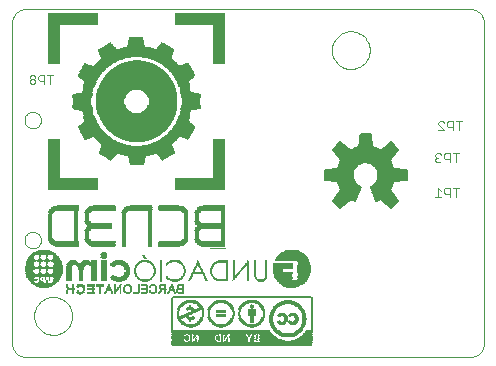
<source format=gbo>
G75*
%MOIN*%
%OFA0B0*%
%FSLAX24Y24*%
%IPPOS*%
%LPD*%
%AMOC8*
5,1,8,0,0,1.08239X$1,22.5*
%
%ADD10C,0.0000*%
%ADD11C,0.0059*%
%ADD12C,0.0030*%
%ADD13R,0.0730X0.0008*%
%ADD14R,0.0722X0.0008*%
%ADD15R,0.0788X0.0008*%
%ADD16R,0.0738X0.0008*%
%ADD17R,0.0158X0.0008*%
%ADD18R,0.0158X0.0008*%
%ADD19R,0.0813X0.0008*%
%ADD20R,0.0780X0.0008*%
%ADD21R,0.0821X0.0008*%
%ADD22R,0.0838X0.0008*%
%ADD23R,0.0805X0.0008*%
%ADD24R,0.0158X0.0008*%
%ADD25R,0.0158X0.0008*%
%ADD26R,0.0854X0.0008*%
%ADD27R,0.0829X0.0008*%
%ADD28R,0.0158X0.0008*%
%ADD29R,0.0158X0.0008*%
%ADD30R,0.0854X0.0008*%
%ADD31R,0.0863X0.0008*%
%ADD32R,0.0846X0.0008*%
%ADD33R,0.0871X0.0008*%
%ADD34R,0.0879X0.0008*%
%ADD35R,0.0854X0.0008*%
%ADD36R,0.0887X0.0008*%
%ADD37R,0.0887X0.0008*%
%ADD38R,0.0871X0.0008*%
%ADD39R,0.0896X0.0008*%
%ADD40R,0.0904X0.0008*%
%ADD41R,0.0879X0.0008*%
%ADD42R,0.0904X0.0008*%
%ADD43R,0.0912X0.0008*%
%ADD44R,0.0896X0.0008*%
%ADD45R,0.0921X0.0008*%
%ADD46R,0.0921X0.0008*%
%ADD47R,0.0904X0.0008*%
%ADD48R,0.0921X0.0008*%
%ADD49R,0.0929X0.0008*%
%ADD50R,0.0929X0.0008*%
%ADD51R,0.0937X0.0008*%
%ADD52R,0.0937X0.0008*%
%ADD53R,0.0921X0.0008*%
%ADD54R,0.0946X0.0008*%
%ADD55R,0.0946X0.0008*%
%ADD56R,0.0929X0.0008*%
%ADD57R,0.0954X0.0008*%
%ADD58R,0.0954X0.0008*%
%ADD59R,0.0954X0.0008*%
%ADD60R,0.0962X0.0008*%
%ADD61R,0.0962X0.0008*%
%ADD62R,0.0970X0.0008*%
%ADD63R,0.0970X0.0008*%
%ADD64R,0.0979X0.0008*%
%ADD65R,0.0979X0.0008*%
%ADD66R,0.0979X0.0008*%
%ADD67R,0.0241X0.0008*%
%ADD68R,0.0232X0.0008*%
%ADD69R,0.0224X0.0008*%
%ADD70R,0.0241X0.0008*%
%ADD71R,0.0216X0.0008*%
%ADD72R,0.0207X0.0008*%
%ADD73R,0.0216X0.0008*%
%ADD74R,0.0199X0.0008*%
%ADD75R,0.0199X0.0008*%
%ADD76R,0.0158X0.0008*%
%ADD77R,0.0191X0.0008*%
%ADD78R,0.0199X0.0008*%
%ADD79R,0.0158X0.0008*%
%ADD80R,0.0199X0.0008*%
%ADD81R,0.0191X0.0008*%
%ADD82R,0.0191X0.0008*%
%ADD83R,0.0182X0.0008*%
%ADD84R,0.0174X0.0008*%
%ADD85R,0.0182X0.0008*%
%ADD86R,0.0174X0.0008*%
%ADD87R,0.0174X0.0008*%
%ADD88R,0.0182X0.0008*%
%ADD89R,0.0174X0.0008*%
%ADD90R,0.0174X0.0008*%
%ADD91R,0.0166X0.0008*%
%ADD92R,0.0166X0.0008*%
%ADD93R,0.0166X0.0008*%
%ADD94R,0.0166X0.0008*%
%ADD95R,0.0166X0.0008*%
%ADD96R,0.0166X0.0008*%
%ADD97R,0.0182X0.0008*%
%ADD98R,0.0207X0.0008*%
%ADD99R,0.0216X0.0008*%
%ADD100R,0.0207X0.0008*%
%ADD101R,0.0232X0.0008*%
%ADD102R,0.0265X0.0008*%
%ADD103R,0.0257X0.0008*%
%ADD104R,0.0863X0.0008*%
%ADD105R,0.0970X0.0008*%
%ADD106R,0.0962X0.0008*%
%ADD107R,0.0846X0.0008*%
%ADD108R,0.0954X0.0008*%
%ADD109R,0.0846X0.0008*%
%ADD110R,0.0954X0.0008*%
%ADD111R,0.0838X0.0008*%
%ADD112R,0.0946X0.0008*%
%ADD113R,0.0829X0.0008*%
%ADD114R,0.0937X0.0008*%
%ADD115R,0.0813X0.0008*%
%ADD116R,0.0805X0.0008*%
%ADD117R,0.0805X0.0008*%
%ADD118R,0.0829X0.0008*%
%ADD119R,0.0970X0.0008*%
%ADD120R,0.0854X0.0008*%
%ADD121R,0.0249X0.0008*%
%ADD122R,0.0241X0.0008*%
%ADD123R,0.0191X0.0008*%
%ADD124R,0.0166X0.0008*%
%ADD125R,0.0166X0.0008*%
%ADD126R,0.0174X0.0008*%
%ADD127R,0.0174X0.0008*%
%ADD128R,0.0182X0.0008*%
%ADD129R,0.0191X0.0008*%
%ADD130R,0.0191X0.0008*%
%ADD131R,0.0199X0.0008*%
%ADD132R,0.0199X0.0008*%
%ADD133R,0.0216X0.0008*%
%ADD134R,0.0224X0.0008*%
%ADD135R,0.0224X0.0008*%
%ADD136R,0.0216X0.0008*%
%ADD137R,0.0241X0.0008*%
%ADD138R,0.0249X0.0008*%
%ADD139R,0.0995X0.0008*%
%ADD140R,0.0987X0.0008*%
%ADD141R,0.0979X0.0008*%
%ADD142R,0.0970X0.0008*%
%ADD143R,0.0929X0.0008*%
%ADD144R,0.0921X0.0008*%
%ADD145R,0.0946X0.0008*%
%ADD146R,0.0912X0.0008*%
%ADD147R,0.0896X0.0008*%
%ADD148R,0.0904X0.0008*%
%ADD149R,0.0887X0.0008*%
%ADD150R,0.0921X0.0008*%
%ADD151R,0.0904X0.0008*%
%ADD152R,0.0879X0.0008*%
%ADD153R,0.0879X0.0008*%
%ADD154R,0.0863X0.0008*%
%ADD155R,0.0871X0.0008*%
%ADD156R,0.0871X0.0008*%
%ADD157R,0.0829X0.0008*%
%ADD158R,0.0821X0.0008*%
%ADD159R,0.0854X0.0008*%
%ADD160R,0.0838X0.0008*%
%ADD161R,0.0796X0.0008*%
%ADD162R,0.0829X0.0008*%
%ADD163R,0.0771X0.0008*%
%ADD164R,0.0796X0.0008*%
%ADD165R,0.0722X0.0008*%
%ADD166R,0.0697X0.0008*%
%ADD167R,0.0738X0.0008*%
%ADD168R,0.0730X0.0008*%
%ADD169R,0.1675X0.0008*%
%ADD170R,0.1675X0.0008*%
%ADD171R,0.1675X0.0008*%
%ADD172R,0.1675X0.0008*%
%ADD173R,0.0373X0.0008*%
%ADD174R,0.0373X0.0008*%
%ADD175R,0.0373X0.0008*%
%ADD176R,0.0373X0.0008*%
%ADD177R,0.0481X0.0008*%
%ADD178R,0.0481X0.0008*%
%ADD179R,0.0481X0.0008*%
%ADD180R,0.0498X0.0008*%
%ADD181R,0.0498X0.0008*%
%ADD182R,0.0506X0.0008*%
%ADD183R,0.0514X0.0008*%
%ADD184R,0.0514X0.0008*%
%ADD185R,0.0514X0.0008*%
%ADD186R,0.0531X0.0008*%
%ADD187R,0.0531X0.0008*%
%ADD188R,0.0531X0.0008*%
%ADD189R,0.0008X0.0008*%
%ADD190R,0.0008X0.0008*%
%ADD191R,0.0547X0.0008*%
%ADD192R,0.0033X0.0008*%
%ADD193R,0.0025X0.0008*%
%ADD194R,0.0547X0.0008*%
%ADD195R,0.0050X0.0008*%
%ADD196R,0.0050X0.0008*%
%ADD197R,0.0547X0.0008*%
%ADD198R,0.0066X0.0008*%
%ADD199R,0.0075X0.0008*%
%ADD200R,0.0091X0.0008*%
%ADD201R,0.0100X0.0008*%
%ADD202R,0.0116X0.0008*%
%ADD203R,0.0116X0.0008*%
%ADD204R,0.0556X0.0008*%
%ADD205R,0.0133X0.0008*%
%ADD206R,0.0133X0.0008*%
%ADD207R,0.0564X0.0008*%
%ADD208R,0.0564X0.0008*%
%ADD209R,0.0564X0.0008*%
%ADD210R,0.0216X0.0008*%
%ADD211R,0.0224X0.0008*%
%ADD212R,0.0241X0.0008*%
%ADD213R,0.0249X0.0008*%
%ADD214R,0.0581X0.0008*%
%ADD215R,0.0265X0.0008*%
%ADD216R,0.0274X0.0008*%
%ADD217R,0.0581X0.0008*%
%ADD218R,0.0282X0.0008*%
%ADD219R,0.0282X0.0008*%
%ADD220R,0.0581X0.0008*%
%ADD221R,0.0307X0.0008*%
%ADD222R,0.0307X0.0008*%
%ADD223R,0.0332X0.0008*%
%ADD224R,0.0332X0.0008*%
%ADD225R,0.0357X0.0008*%
%ADD226R,0.0348X0.0008*%
%ADD227R,0.0597X0.0008*%
%ADD228R,0.0365X0.0008*%
%ADD229R,0.0680X0.0008*%
%ADD230R,0.0390X0.0008*%
%ADD231R,0.0398X0.0008*%
%ADD232R,0.0763X0.0008*%
%ADD233R,0.0415X0.0008*%
%ADD234R,0.0423X0.0008*%
%ADD235R,0.0829X0.0008*%
%ADD236R,0.0440X0.0008*%
%ADD237R,0.0431X0.0008*%
%ADD238R,0.0456X0.0008*%
%ADD239R,0.0456X0.0008*%
%ADD240R,0.1029X0.0008*%
%ADD241R,0.0506X0.0008*%
%ADD242R,0.1078X0.0008*%
%ADD243R,0.0523X0.0008*%
%ADD244R,0.1128X0.0008*%
%ADD245R,0.0539X0.0008*%
%ADD246R,0.1178X0.0008*%
%ADD247R,0.0572X0.0008*%
%ADD248R,0.1228X0.0008*%
%ADD249R,0.0589X0.0008*%
%ADD250R,0.0589X0.0008*%
%ADD251R,0.1277X0.0008*%
%ADD252R,0.0605X0.0008*%
%ADD253R,0.2530X0.0008*%
%ADD254R,0.2538X0.0008*%
%ADD255R,0.2521X0.0008*%
%ADD256R,0.2513X0.0008*%
%ADD257R,0.2505X0.0008*%
%ADD258R,0.2488X0.0008*%
%ADD259R,0.2488X0.0008*%
%ADD260R,0.2488X0.0008*%
%ADD261R,0.2472X0.0008*%
%ADD262R,0.2472X0.0008*%
%ADD263R,0.2472X0.0008*%
%ADD264R,0.2455X0.0008*%
%ADD265R,0.2455X0.0008*%
%ADD266R,0.2439X0.0008*%
%ADD267R,0.2439X0.0008*%
%ADD268R,0.2439X0.0008*%
%ADD269R,0.2422X0.0008*%
%ADD270R,0.2422X0.0008*%
%ADD271R,0.2414X0.0008*%
%ADD272R,0.2405X0.0008*%
%ADD273R,0.2389X0.0008*%
%ADD274R,0.2389X0.0008*%
%ADD275R,0.2372X0.0008*%
%ADD276R,0.1062X0.0008*%
%ADD277R,0.1053X0.0008*%
%ADD278R,0.0995X0.0008*%
%ADD279R,0.0887X0.0008*%
%ADD280R,0.0871X0.0008*%
%ADD281R,0.0805X0.0008*%
%ADD282R,0.0788X0.0008*%
%ADD283R,0.0780X0.0008*%
%ADD284R,0.0763X0.0008*%
%ADD285R,0.0746X0.0008*%
%ADD286R,0.0722X0.0008*%
%ADD287R,0.0713X0.0008*%
%ADD288R,0.0705X0.0008*%
%ADD289R,0.0688X0.0008*%
%ADD290R,0.0672X0.0008*%
%ADD291R,0.0664X0.0008*%
%ADD292R,0.0664X0.0008*%
%ADD293R,0.0647X0.0008*%
%ADD294R,0.0647X0.0008*%
%ADD295R,0.0639X0.0008*%
%ADD296R,0.0639X0.0008*%
%ADD297R,0.0630X0.0008*%
%ADD298R,0.0622X0.0008*%
%ADD299R,0.0614X0.0008*%
%ADD300R,0.0605X0.0008*%
%ADD301R,0.0464X0.0008*%
%ADD302R,0.0556X0.0008*%
%ADD303R,0.0597X0.0008*%
%ADD304R,0.0589X0.0008*%
%ADD305R,0.0630X0.0008*%
%ADD306R,0.0697X0.0008*%
%ADD307R,0.0572X0.0008*%
%ADD308R,0.0763X0.0008*%
%ADD309R,0.0572X0.0008*%
%ADD310R,0.0556X0.0008*%
%ADD311R,0.0008X0.0008*%
%ADD312R,0.0041X0.0008*%
%ADD313R,0.0017X0.0008*%
%ADD314R,0.0995X0.0008*%
%ADD315R,0.0066X0.0008*%
%ADD316R,0.0539X0.0008*%
%ADD317R,0.1045X0.0008*%
%ADD318R,0.0100X0.0008*%
%ADD319R,0.0083X0.0008*%
%ADD320R,0.0539X0.0008*%
%ADD321R,0.1078X0.0008*%
%ADD322R,0.0124X0.0008*%
%ADD323R,0.0108X0.0008*%
%ADD324R,0.0539X0.0008*%
%ADD325R,0.1111X0.0008*%
%ADD326R,0.0149X0.0008*%
%ADD327R,0.0133X0.0008*%
%ADD328R,0.0523X0.0008*%
%ADD329R,0.1145X0.0008*%
%ADD330R,0.0523X0.0008*%
%ADD331R,0.1186X0.0008*%
%ADD332R,0.1219X0.0008*%
%ADD333R,0.0241X0.0008*%
%ADD334R,0.0224X0.0008*%
%ADD335R,0.1244X0.0008*%
%ADD336R,0.1277X0.0008*%
%ADD337R,0.0290X0.0008*%
%ADD338R,0.0282X0.0008*%
%ADD339R,0.1310X0.0008*%
%ADD340R,0.0323X0.0008*%
%ADD341R,0.0299X0.0008*%
%ADD342R,0.0498X0.0008*%
%ADD343R,0.1344X0.0008*%
%ADD344R,0.0498X0.0008*%
%ADD345R,0.1377X0.0008*%
%ADD346R,0.0854X0.0008*%
%ADD347R,0.1393X0.0008*%
%ADD348R,0.1427X0.0008*%
%ADD349R,0.0838X0.0008*%
%ADD350R,0.1443X0.0008*%
%ADD351R,0.1476X0.0008*%
%ADD352R,0.1501X0.0008*%
%ADD353R,0.0821X0.0008*%
%ADD354R,0.1526X0.0008*%
%ADD355R,0.0821X0.0008*%
%ADD356R,0.1543X0.0008*%
%ADD357R,0.1576X0.0008*%
%ADD358R,0.1593X0.0008*%
%ADD359R,0.0805X0.0008*%
%ADD360R,0.1626X0.0008*%
%ADD361R,0.0796X0.0008*%
%ADD362R,0.1642X0.0008*%
%ADD363R,0.0796X0.0008*%
%ADD364R,0.1659X0.0008*%
%ADD365R,0.1692X0.0008*%
%ADD366R,0.1709X0.0008*%
%ADD367R,0.0780X0.0008*%
%ADD368R,0.1725X0.0008*%
%ADD369R,0.1742X0.0008*%
%ADD370R,0.0780X0.0008*%
%ADD371R,0.1758X0.0008*%
%ADD372R,0.0771X0.0008*%
%ADD373R,0.1792X0.0008*%
%ADD374R,0.1808X0.0008*%
%ADD375R,0.0771X0.0008*%
%ADD376R,0.1825X0.0008*%
%ADD377R,0.0771X0.0008*%
%ADD378R,0.1841X0.0008*%
%ADD379R,0.1858X0.0008*%
%ADD380R,0.1874X0.0008*%
%ADD381R,0.1891X0.0008*%
%ADD382R,0.0755X0.0008*%
%ADD383R,0.1908X0.0008*%
%ADD384R,0.0755X0.0008*%
%ADD385R,0.1924X0.0008*%
%ADD386R,0.1941X0.0008*%
%ADD387R,0.0755X0.0008*%
%ADD388R,0.1957X0.0008*%
%ADD389R,0.0755X0.0008*%
%ADD390R,0.1974X0.0008*%
%ADD391R,0.0746X0.0008*%
%ADD392R,0.1991X0.0008*%
%ADD393R,0.0746X0.0008*%
%ADD394R,0.2007X0.0008*%
%ADD395R,0.0746X0.0008*%
%ADD396R,0.2024X0.0008*%
%ADD397R,0.2040X0.0008*%
%ADD398R,0.2040X0.0008*%
%ADD399R,0.0738X0.0008*%
%ADD400R,0.2057X0.0008*%
%ADD401R,0.2074X0.0008*%
%ADD402R,0.2090X0.0008*%
%ADD403R,0.0730X0.0008*%
%ADD404R,0.2107X0.0008*%
%ADD405R,0.0713X0.0008*%
%ADD406R,0.0722X0.0008*%
%ADD407R,0.2123X0.0008*%
%ADD408R,0.2123X0.0008*%
%ADD409R,0.0697X0.0008*%
%ADD410R,0.2140X0.0008*%
%ADD411R,0.0672X0.0008*%
%ADD412R,0.0672X0.0008*%
%ADD413R,0.2157X0.0008*%
%ADD414R,0.0647X0.0008*%
%ADD415R,0.0664X0.0008*%
%ADD416R,0.2173X0.0008*%
%ADD417R,0.0639X0.0008*%
%ADD418R,0.0647X0.0008*%
%ADD419R,0.2173X0.0008*%
%ADD420R,0.0622X0.0008*%
%ADD421R,0.2190X0.0008*%
%ADD422R,0.0622X0.0008*%
%ADD423R,0.2206X0.0008*%
%ADD424R,0.0597X0.0008*%
%ADD425R,0.2215X0.0008*%
%ADD426R,0.2223X0.0008*%
%ADD427R,0.0572X0.0008*%
%ADD428R,0.2239X0.0008*%
%ADD429R,0.0547X0.0008*%
%ADD430R,0.2256X0.0008*%
%ADD431R,0.2273X0.0008*%
%ADD432R,0.2281X0.0008*%
%ADD433R,0.0498X0.0008*%
%ADD434R,0.2289X0.0008*%
%ADD435R,0.0473X0.0008*%
%ADD436R,0.0489X0.0008*%
%ADD437R,0.2306X0.0008*%
%ADD438R,0.0464X0.0008*%
%ADD439R,0.0473X0.0008*%
%ADD440R,0.2306X0.0008*%
%ADD441R,0.0448X0.0008*%
%ADD442R,0.0464X0.0008*%
%ADD443R,0.2322X0.0008*%
%ADD444R,0.0440X0.0008*%
%ADD445R,0.0448X0.0008*%
%ADD446R,0.2339X0.0008*%
%ADD447R,0.0423X0.0008*%
%ADD448R,0.2339X0.0008*%
%ADD449R,0.0415X0.0008*%
%ADD450R,0.0415X0.0008*%
%ADD451R,0.2356X0.0008*%
%ADD452R,0.0390X0.0008*%
%ADD453R,0.0406X0.0008*%
%ADD454R,0.2356X0.0008*%
%ADD455R,0.0390X0.0008*%
%ADD456R,0.2372X0.0008*%
%ADD457R,0.0382X0.0008*%
%ADD458R,0.0382X0.0008*%
%ADD459R,0.2372X0.0008*%
%ADD460R,0.0382X0.0008*%
%ADD461R,0.2405X0.0008*%
%ADD462R,0.2405X0.0008*%
%ADD463R,0.2422X0.0008*%
%ADD464R,0.0373X0.0008*%
%ADD465R,0.0373X0.0008*%
%ADD466R,0.2439X0.0008*%
%ADD467R,0.2455X0.0008*%
%ADD468R,0.2455X0.0008*%
%ADD469R,0.2455X0.0008*%
%ADD470R,0.2472X0.0008*%
%ADD471R,0.0365X0.0008*%
%ADD472R,0.2472X0.0008*%
%ADD473R,0.0373X0.0008*%
%ADD474R,0.2505X0.0008*%
%ADD475R,0.2505X0.0008*%
%ADD476R,0.0365X0.0008*%
%ADD477R,0.2505X0.0008*%
%ADD478R,0.0365X0.0008*%
%ADD479R,0.2521X0.0008*%
%ADD480R,0.0365X0.0008*%
%ADD481R,0.2521X0.0008*%
%ADD482R,0.0365X0.0008*%
%ADD483R,0.2538X0.0008*%
%ADD484R,0.2538X0.0008*%
%ADD485R,0.2555X0.0008*%
%ADD486R,0.2555X0.0008*%
%ADD487R,0.2555X0.0008*%
%ADD488R,0.2571X0.0008*%
%ADD489R,0.0357X0.0008*%
%ADD490R,0.2571X0.0008*%
%ADD491R,0.0365X0.0008*%
%ADD492R,0.1269X0.0008*%
%ADD493R,0.1211X0.0008*%
%ADD494R,0.1161X0.0008*%
%ADD495R,0.1145X0.0008*%
%ADD496R,0.1120X0.0008*%
%ADD497R,0.1103X0.0008*%
%ADD498R,0.1111X0.0008*%
%ADD499R,0.1103X0.0008*%
%ADD500R,0.0357X0.0008*%
%ADD501R,0.1087X0.0008*%
%ADD502R,0.1062X0.0008*%
%ADD503R,0.1062X0.0008*%
%ADD504R,0.1053X0.0008*%
%ADD505R,0.0348X0.0008*%
%ADD506R,0.1045X0.0008*%
%ADD507R,0.0406X0.0008*%
%ADD508R,0.1037X0.0008*%
%ADD509R,0.0448X0.0008*%
%ADD510R,0.1037X0.0008*%
%ADD511R,0.0489X0.0008*%
%ADD512R,0.0498X0.0008*%
%ADD513R,0.1020X0.0008*%
%ADD514R,0.0581X0.0008*%
%ADD515R,0.1012X0.0008*%
%ADD516R,0.1004X0.0008*%
%ADD517R,0.0647X0.0008*%
%ADD518R,0.0622X0.0008*%
%ADD519R,0.1012X0.0008*%
%ADD520R,0.0647X0.0008*%
%ADD521R,0.1004X0.0008*%
%ADD522R,0.0647X0.0008*%
%ADD523R,0.0995X0.0008*%
%ADD524R,0.0987X0.0008*%
%ADD525R,0.0979X0.0008*%
%ADD526R,0.0630X0.0008*%
%ADD527R,0.0630X0.0008*%
%ADD528R,0.0954X0.0008*%
%ADD529R,0.0630X0.0008*%
%ADD530R,0.0954X0.0008*%
%ADD531R,0.0946X0.0008*%
%ADD532R,0.0639X0.0008*%
%ADD533R,0.0962X0.0008*%
%ADD534R,0.0987X0.0008*%
%ADD535R,0.0987X0.0008*%
%ADD536R,0.0995X0.0008*%
%ADD537R,0.0622X0.0008*%
%ADD538R,0.1004X0.0008*%
%ADD539R,0.0572X0.0008*%
%ADD540R,0.1029X0.0008*%
%ADD541R,0.0448X0.0008*%
%ADD542R,0.0489X0.0008*%
%ADD543R,0.1037X0.0008*%
%ADD544R,0.1070X0.0008*%
%ADD545R,0.0357X0.0008*%
%ADD546R,0.1087X0.0008*%
%ADD547R,0.1095X0.0008*%
%ADD548R,0.1111X0.0008*%
%ADD549R,0.1120X0.0008*%
%ADD550R,0.1136X0.0008*%
%ADD551R,0.1153X0.0008*%
%ADD552R,0.1169X0.0008*%
%ADD553R,0.1203X0.0008*%
%ADD554R,0.1244X0.0008*%
%ADD555R,0.2579X0.0008*%
%ADD556R,0.2563X0.0008*%
%ADD557R,0.2521X0.0008*%
%ADD558R,0.2488X0.0008*%
%ADD559R,0.2472X0.0008*%
%ADD560R,0.0373X0.0008*%
%ADD561R,0.2422X0.0008*%
%ADD562R,0.2389X0.0008*%
%ADD563R,0.2364X0.0008*%
%ADD564R,0.0431X0.0008*%
%ADD565R,0.0448X0.0008*%
%ADD566R,0.0440X0.0008*%
%ADD567R,0.2322X0.0008*%
%ADD568R,0.2322X0.0008*%
%ADD569R,0.0464X0.0008*%
%ADD570R,0.0489X0.0008*%
%ADD571R,0.0473X0.0008*%
%ADD572R,0.2289X0.0008*%
%ADD573R,0.0498X0.0008*%
%ADD574R,0.2273X0.0008*%
%ADD575R,0.2256X0.0008*%
%ADD576R,0.2256X0.0008*%
%ADD577R,0.0564X0.0008*%
%ADD578R,0.0547X0.0008*%
%ADD579R,0.2239X0.0008*%
%ADD580R,0.0572X0.0008*%
%ADD581R,0.2223X0.0008*%
%ADD582R,0.0597X0.0008*%
%ADD583R,0.2206X0.0008*%
%ADD584R,0.0605X0.0008*%
%ADD585R,0.2190X0.0008*%
%ADD586R,0.0688X0.0008*%
%ADD587R,0.2140X0.0008*%
%ADD588R,0.2065X0.0008*%
%ADD589R,0.0738X0.0008*%
%ADD590R,0.2057X0.0008*%
%ADD591R,0.2024X0.0008*%
%ADD592R,0.2007X0.0008*%
%ADD593R,0.1974X0.0008*%
%ADD594R,0.0755X0.0008*%
%ADD595R,0.1957X0.0008*%
%ADD596R,0.0755X0.0008*%
%ADD597R,0.1924X0.0008*%
%ADD598R,0.1908X0.0008*%
%ADD599R,0.1874X0.0008*%
%ADD600R,0.0771X0.0008*%
%ADD601R,0.1858X0.0008*%
%ADD602R,0.0771X0.0008*%
%ADD603R,0.1808X0.0008*%
%ADD604R,0.1792X0.0008*%
%ADD605R,0.1775X0.0008*%
%ADD606R,0.1750X0.0008*%
%ADD607R,0.0788X0.0008*%
%ADD608R,0.0796X0.0008*%
%ADD609R,0.0796X0.0008*%
%ADD610R,0.1642X0.0008*%
%ADD611R,0.1609X0.0008*%
%ADD612R,0.1576X0.0008*%
%ADD613R,0.1559X0.0008*%
%ADD614R,0.1526X0.0008*%
%ADD615R,0.1510X0.0008*%
%ADD616R,0.1460X0.0008*%
%ADD617R,0.1427X0.0008*%
%ADD618R,0.1410X0.0008*%
%ADD619R,0.1327X0.0008*%
%ADD620R,0.0299X0.0008*%
%ADD621R,0.1294X0.0008*%
%ADD622R,0.0274X0.0008*%
%ADD623R,0.1261X0.0008*%
%ADD624R,0.1228X0.0008*%
%ADD625R,0.1194X0.0008*%
%ADD626R,0.1161X0.0008*%
%ADD627R,0.0141X0.0008*%
%ADD628R,0.0149X0.0008*%
%ADD629R,0.0108X0.0008*%
%ADD630R,0.0124X0.0008*%
%ADD631R,0.1095X0.0008*%
%ADD632R,0.0083X0.0008*%
%ADD633R,0.0075X0.0008*%
%ADD634R,0.0017X0.0008*%
%ADD635R,0.0041X0.0008*%
%ADD636R,0.0556X0.0008*%
%ADD637R,0.0713X0.0008*%
%ADD638R,0.0581X0.0008*%
%ADD639R,0.0605X0.0008*%
%ADD640R,0.0614X0.0008*%
%ADD641R,0.0398X0.0008*%
%ADD642R,0.0746X0.0008*%
%ADD643R,0.0829X0.0008*%
%ADD644R,0.0846X0.0008*%
%ADD645R,0.1045X0.0008*%
%ADD646R,0.1062X0.0008*%
%ADD647R,0.2372X0.0008*%
%ADD648R,0.2389X0.0008*%
%ADD649R,0.2405X0.0008*%
%ADD650R,0.2472X0.0008*%
%ADD651R,0.2505X0.0008*%
%ADD652R,0.2513X0.0008*%
%ADD653R,0.2521X0.0008*%
%ADD654R,0.2530X0.0008*%
%ADD655R,0.0614X0.0008*%
%ADD656R,0.1186X0.0008*%
%ADD657R,0.0539X0.0008*%
%ADD658R,0.1136X0.0008*%
%ADD659R,0.0523X0.0008*%
%ADD660R,0.0904X0.0008*%
%ADD661R,0.0440X0.0008*%
%ADD662R,0.0398X0.0008*%
%ADD663R,0.0390X0.0008*%
%ADD664R,0.0680X0.0008*%
%ADD665R,0.0307X0.0008*%
%ADD666R,0.0290X0.0008*%
%ADD667R,0.0274X0.0008*%
%ADD668R,0.0265X0.0008*%
%ADD669R,0.0199X0.0008*%
%ADD670R,0.0116X0.0008*%
%ADD671R,0.0066X0.0008*%
%ADD672R,0.0058X0.0008*%
%ADD673R,0.0033X0.0008*%
%ADD674R,0.0523X0.0008*%
%ADD675R,0.0498X0.0008*%
%ADD676R,0.0084X0.0014*%
%ADD677R,0.0070X0.0014*%
%ADD678R,0.0098X0.0014*%
%ADD679R,0.0252X0.0014*%
%ADD680R,0.0154X0.0014*%
%ADD681R,0.0182X0.0014*%
%ADD682R,0.0042X0.0014*%
%ADD683R,0.0042X0.0014*%
%ADD684R,0.0224X0.0014*%
%ADD685R,0.0196X0.0014*%
%ADD686R,0.0028X0.0014*%
%ADD687R,0.0056X0.0014*%
%ADD688R,0.0056X0.0014*%
%ADD689R,0.0098X0.0014*%
%ADD690R,0.0196X0.0014*%
%ADD691R,0.0056X0.0014*%
%ADD692R,0.0042X0.0014*%
%ADD693R,0.0042X0.0014*%
%ADD694R,0.0182X0.0014*%
%ADD695R,0.0224X0.0014*%
%ADD696R,0.0028X0.0014*%
%ADD697R,0.0056X0.0014*%
%ADD698R,0.0098X0.0014*%
%ADD699R,0.0252X0.0014*%
%ADD700R,0.0210X0.0014*%
%ADD701R,0.0098X0.0014*%
%ADD702R,0.0084X0.0014*%
%ADD703R,0.0238X0.0014*%
%ADD704R,0.0084X0.0014*%
%ADD705R,0.0196X0.0014*%
%ADD706R,0.0182X0.0014*%
%ADD707R,0.0294X0.0014*%
%ADD708R,0.0168X0.0014*%
%ADD709R,0.0210X0.0014*%
%ADD710R,0.0182X0.0014*%
%ADD711R,0.0238X0.0014*%
%ADD712R,0.0294X0.0014*%
%ADD713R,0.0014X0.0014*%
%ADD714R,0.0238X0.0014*%
%ADD715R,0.0028X0.0014*%
%ADD716R,0.0350X0.0014*%
%ADD717R,0.0336X0.0014*%
%ADD718R,0.0448X0.0014*%
%ADD719R,0.0028X0.0014*%
%ADD720R,0.0112X0.0014*%
%ADD721R,0.0420X0.0014*%
%ADD722R,0.0518X0.0014*%
%ADD723R,0.0504X0.0014*%
%ADD724R,0.0574X0.0014*%
%ADD725R,0.0560X0.0014*%
%ADD726R,0.0630X0.0014*%
%ADD727R,0.0616X0.0014*%
%ADD728R,0.0672X0.0014*%
%ADD729R,0.0168X0.0014*%
%ADD730R,0.0140X0.0014*%
%ADD731R,0.0644X0.0014*%
%ADD732R,0.0728X0.0014*%
%ADD733R,0.0070X0.0014*%
%ADD734R,0.0140X0.0014*%
%ADD735R,0.0700X0.0014*%
%ADD736R,0.0756X0.0014*%
%ADD737R,0.0742X0.0014*%
%ADD738R,0.0798X0.0014*%
%ADD739R,0.0784X0.0014*%
%ADD740R,0.0840X0.0014*%
%ADD741R,0.0392X0.0014*%
%ADD742R,0.0112X0.0014*%
%ADD743R,0.0868X0.0014*%
%ADD744R,0.0896X0.0014*%
%ADD745R,0.0154X0.0014*%
%ADD746R,0.0924X0.0014*%
%ADD747R,0.0126X0.0014*%
%ADD748R,0.0952X0.0014*%
%ADD749R,0.0980X0.0014*%
%ADD750R,0.0224X0.0014*%
%ADD751R,0.0154X0.0014*%
%ADD752R,0.1008X0.0014*%
%ADD753R,0.0322X0.0014*%
%ADD754R,0.0308X0.0014*%
%ADD755R,0.0280X0.0014*%
%ADD756R,0.0308X0.0014*%
%ADD757R,0.0308X0.0014*%
%ADD758R,0.0532X0.0014*%
%ADD759R,0.0266X0.0014*%
%ADD760R,0.0378X0.0014*%
%ADD761R,0.0364X0.0014*%
%ADD762R,0.0350X0.0014*%
%ADD763R,0.0168X0.0014*%
%ADD764R,0.0168X0.0014*%
%ADD765R,0.0280X0.0014*%
%ADD766R,0.0546X0.0014*%
%ADD767R,0.0420X0.0014*%
%ADD768R,0.0378X0.0014*%
%ADD769R,0.0434X0.0014*%
%ADD770R,0.0434X0.0014*%
%ADD771R,0.0126X0.0014*%
%ADD772R,0.0462X0.0014*%
%ADD773R,0.0504X0.0014*%
%ADD774R,0.0574X0.0014*%
%ADD775R,0.0112X0.0014*%
%ADD776R,0.0532X0.0014*%
%ADD777R,0.0574X0.0014*%
%ADD778R,0.0546X0.0014*%
%ADD779R,0.0224X0.0014*%
%ADD780R,0.0364X0.0014*%
%ADD781R,0.0588X0.0014*%
%ADD782R,0.0602X0.0014*%
%ADD783R,0.0602X0.0014*%
%ADD784R,0.0252X0.0014*%
%ADD785R,0.0392X0.0014*%
%ADD786R,0.0616X0.0014*%
%ADD787R,0.0112X0.0014*%
%ADD788R,0.1162X0.0014*%
%ADD789R,0.0406X0.0014*%
%ADD790R,0.1176X0.0014*%
%ADD791R,0.1190X0.0014*%
%ADD792R,0.1204X0.0014*%
%ADD793R,0.0644X0.0014*%
%ADD794R,0.0434X0.0014*%
%ADD795R,0.0336X0.0014*%
%ADD796R,0.0154X0.0014*%
%ADD797R,0.0644X0.0014*%
%ADD798R,0.0406X0.0014*%
%ADD799R,0.0294X0.0014*%
%ADD800R,0.0392X0.0014*%
%ADD801R,0.0434X0.0014*%
%ADD802R,0.0322X0.0014*%
%ADD803R,0.0308X0.0014*%
%ADD804R,0.0322X0.0014*%
%ADD805R,0.0658X0.0014*%
%ADD806R,0.1260X0.0014*%
%ADD807R,0.0658X0.0014*%
%ADD808R,0.1260X0.0014*%
%ADD809R,0.0378X0.0014*%
%ADD810R,0.0266X0.0014*%
%ADD811R,0.0294X0.0014*%
%ADD812R,0.0994X0.0014*%
%ADD813R,0.0560X0.0014*%
%ADD814R,0.0406X0.0014*%
%ADD815R,0.0546X0.0014*%
%ADD816R,0.0266X0.0014*%
%ADD817R,0.0476X0.0014*%
%ADD818R,0.0364X0.0014*%
%ADD819R,0.0252X0.0014*%
%ADD820R,0.0266X0.0014*%
%ADD821R,0.1148X0.0014*%
%ADD822R,0.1120X0.0014*%
%ADD823R,0.1092X0.0014*%
%ADD824R,0.0238X0.0014*%
%ADD825R,0.1092X0.0014*%
%ADD826R,0.1064X0.0014*%
%ADD827R,0.1036X0.0014*%
%ADD828R,0.1008X0.0014*%
%ADD829R,0.0938X0.0014*%
%ADD830R,0.0910X0.0014*%
%ADD831R,0.0882X0.0014*%
%ADD832R,0.0854X0.0014*%
%ADD833R,0.0812X0.0014*%
%ADD834R,0.0742X0.0014*%
%ADD835R,0.0658X0.0014*%
%ADD836R,0.0010X0.0010*%
%ADD837R,0.4610X0.0010*%
%ADD838R,0.4680X0.0010*%
%ADD839R,0.4700X0.0010*%
%ADD840R,0.4690X0.0010*%
%ADD841R,0.1770X0.0010*%
%ADD842R,0.0190X0.0010*%
%ADD843R,0.0630X0.0010*%
%ADD844R,0.0120X0.0010*%
%ADD845R,0.0050X0.0010*%
%ADD846R,0.0660X0.0010*%
%ADD847R,0.0130X0.0010*%
%ADD848R,0.0480X0.0010*%
%ADD849R,0.1760X0.0010*%
%ADD850R,0.0140X0.0010*%
%ADD851R,0.0620X0.0010*%
%ADD852R,0.0100X0.0010*%
%ADD853R,0.0610X0.0010*%
%ADD854R,0.0110X0.0010*%
%ADD855R,0.0450X0.0010*%
%ADD856R,0.0090X0.0010*%
%ADD857R,0.0590X0.0010*%
%ADD858R,0.0440X0.0010*%
%ADD859R,0.0080X0.0010*%
%ADD860R,0.0580X0.0010*%
%ADD861R,0.0070X0.0010*%
%ADD862R,0.0430X0.0010*%
%ADD863R,0.0730X0.0010*%
%ADD864R,0.0840X0.0010*%
%ADD865R,0.0570X0.0010*%
%ADD866R,0.0420X0.0010*%
%ADD867R,0.0670X0.0010*%
%ADD868R,0.0790X0.0010*%
%ADD869R,0.0560X0.0010*%
%ADD870R,0.0060X0.0010*%
%ADD871R,0.0410X0.0010*%
%ADD872R,0.0750X0.0010*%
%ADD873R,0.0550X0.0010*%
%ADD874R,0.0600X0.0010*%
%ADD875R,0.0720X0.0010*%
%ADD876R,0.0690X0.0010*%
%ADD877R,0.0040X0.0010*%
%ADD878R,0.0400X0.0010*%
%ADD879R,0.0540X0.0010*%
%ADD880R,0.0530X0.0010*%
%ADD881R,0.0640X0.0010*%
%ADD882R,0.0510X0.0010*%
%ADD883R,0.0030X0.0010*%
%ADD884R,0.0490X0.0010*%
%ADD885R,0.0020X0.0010*%
%ADD886R,0.0470X0.0010*%
%ADD887R,0.0220X0.0010*%
%ADD888R,0.0310X0.0010*%
%ADD889R,0.0380X0.0010*%
%ADD890R,0.0500X0.0010*%
%ADD891R,0.0370X0.0010*%
%ADD892R,0.0360X0.0010*%
%ADD893R,0.0350X0.0010*%
%ADD894R,0.0340X0.0010*%
%ADD895R,0.0460X0.0010*%
%ADD896R,0.0330X0.0010*%
%ADD897R,0.0320X0.0010*%
%ADD898R,0.0300X0.0010*%
%ADD899R,0.0700X0.0010*%
%ADD900R,0.3360X0.0010*%
%ADD901R,0.0290X0.0010*%
%ADD902R,0.3350X0.0010*%
%ADD903R,0.0280X0.0010*%
%ADD904R,0.0250X0.0010*%
%ADD905R,0.0260X0.0010*%
%ADD906R,0.3340X0.0010*%
%ADD907R,0.0230X0.0010*%
%ADD908R,0.3330X0.0010*%
%ADD909R,0.0270X0.0010*%
%ADD910R,0.3320X0.0010*%
%ADD911R,0.0210X0.0010*%
%ADD912R,0.0200X0.0010*%
%ADD913R,0.3310X0.0010*%
%ADD914R,0.3300X0.0010*%
%ADD915R,0.0240X0.0010*%
%ADD916R,0.0180X0.0010*%
%ADD917R,0.3290X0.0010*%
%ADD918R,0.0170X0.0010*%
%ADD919R,0.3280X0.0010*%
%ADD920R,0.3270X0.0010*%
%ADD921R,0.0160X0.0010*%
%ADD922R,0.0150X0.0010*%
%ADD923R,0.0390X0.0010*%
%ADD924R,0.0710X0.0010*%
%ADD925R,0.0650X0.0010*%
%ADD926R,0.4660X0.0010*%
%ADD927R,0.4640X0.0010*%
%ADD928R,0.4620X0.0010*%
%ADD929R,0.4600X0.0010*%
%ADD930R,0.4460X0.0010*%
D10*
X007237Y007583D02*
X021985Y007583D01*
X022029Y007585D01*
X022072Y007591D01*
X022114Y007600D01*
X022156Y007613D01*
X022196Y007630D01*
X022235Y007650D01*
X022272Y007673D01*
X022306Y007700D01*
X022339Y007729D01*
X022368Y007762D01*
X022395Y007796D01*
X022418Y007833D01*
X022438Y007872D01*
X022455Y007912D01*
X022468Y007954D01*
X022477Y007996D01*
X022483Y008039D01*
X022485Y008083D01*
X022485Y018698D01*
X022483Y018742D01*
X022477Y018785D01*
X022468Y018827D01*
X022455Y018869D01*
X022438Y018909D01*
X022418Y018948D01*
X022395Y018985D01*
X022368Y019019D01*
X022339Y019052D01*
X022306Y019081D01*
X022272Y019108D01*
X022235Y019131D01*
X022196Y019151D01*
X022156Y019168D01*
X022114Y019181D01*
X022072Y019190D01*
X022029Y019196D01*
X021985Y019198D01*
X007237Y019198D01*
X007193Y019196D01*
X007150Y019190D01*
X007108Y019181D01*
X007066Y019168D01*
X007026Y019151D01*
X006987Y019131D01*
X006950Y019108D01*
X006916Y019081D01*
X006883Y019052D01*
X006854Y019019D01*
X006827Y018985D01*
X006804Y018948D01*
X006784Y018909D01*
X006767Y018869D01*
X006754Y018827D01*
X006745Y018785D01*
X006739Y018742D01*
X006737Y018698D01*
X006737Y008083D01*
X006739Y008039D01*
X006745Y007996D01*
X006754Y007954D01*
X006767Y007912D01*
X006784Y007872D01*
X006804Y007833D01*
X006827Y007796D01*
X006854Y007762D01*
X006883Y007729D01*
X006916Y007700D01*
X006950Y007673D01*
X006987Y007650D01*
X007026Y007630D01*
X007066Y007613D01*
X007108Y007600D01*
X007150Y007591D01*
X007193Y007585D01*
X007237Y007583D01*
X007485Y008961D02*
X007487Y009011D01*
X007493Y009061D01*
X007503Y009110D01*
X007517Y009158D01*
X007534Y009205D01*
X007555Y009250D01*
X007580Y009294D01*
X007608Y009335D01*
X007640Y009374D01*
X007674Y009411D01*
X007711Y009445D01*
X007751Y009475D01*
X007793Y009502D01*
X007837Y009526D01*
X007883Y009547D01*
X007930Y009563D01*
X007978Y009576D01*
X008028Y009585D01*
X008077Y009590D01*
X008128Y009591D01*
X008178Y009588D01*
X008227Y009581D01*
X008276Y009570D01*
X008324Y009555D01*
X008370Y009537D01*
X008415Y009515D01*
X008458Y009489D01*
X008499Y009460D01*
X008538Y009428D01*
X008574Y009393D01*
X008606Y009355D01*
X008636Y009315D01*
X008663Y009272D01*
X008686Y009228D01*
X008705Y009182D01*
X008721Y009134D01*
X008733Y009085D01*
X008741Y009036D01*
X008745Y008986D01*
X008745Y008936D01*
X008741Y008886D01*
X008733Y008837D01*
X008721Y008788D01*
X008705Y008740D01*
X008686Y008694D01*
X008663Y008650D01*
X008636Y008607D01*
X008606Y008567D01*
X008574Y008529D01*
X008538Y008494D01*
X008499Y008462D01*
X008458Y008433D01*
X008415Y008407D01*
X008370Y008385D01*
X008324Y008367D01*
X008276Y008352D01*
X008227Y008341D01*
X008178Y008334D01*
X008128Y008331D01*
X008077Y008332D01*
X008028Y008337D01*
X007978Y008346D01*
X007930Y008359D01*
X007883Y008375D01*
X007837Y008396D01*
X007793Y008420D01*
X007751Y008447D01*
X007711Y008477D01*
X007674Y008511D01*
X007640Y008548D01*
X007608Y008587D01*
X007580Y008628D01*
X007555Y008672D01*
X007534Y008717D01*
X007517Y008764D01*
X007503Y008812D01*
X007493Y008861D01*
X007487Y008911D01*
X007485Y008961D01*
X007161Y011489D02*
X007163Y011522D01*
X007169Y011554D01*
X007178Y011585D01*
X007191Y011615D01*
X007208Y011643D01*
X007228Y011669D01*
X007251Y011693D01*
X007276Y011713D01*
X007304Y011731D01*
X007333Y011745D01*
X007364Y011755D01*
X007396Y011762D01*
X007429Y011765D01*
X007462Y011764D01*
X007494Y011759D01*
X007525Y011750D01*
X007556Y011738D01*
X007584Y011722D01*
X007611Y011703D01*
X007635Y011681D01*
X007656Y011656D01*
X007675Y011629D01*
X007690Y011600D01*
X007701Y011570D01*
X007709Y011538D01*
X007713Y011505D01*
X007713Y011473D01*
X007709Y011440D01*
X007701Y011408D01*
X007690Y011378D01*
X007675Y011349D01*
X007656Y011322D01*
X007635Y011297D01*
X007611Y011275D01*
X007584Y011256D01*
X007556Y011240D01*
X007525Y011228D01*
X007494Y011219D01*
X007462Y011214D01*
X007429Y011213D01*
X007396Y011216D01*
X007364Y011223D01*
X007333Y011233D01*
X007304Y011247D01*
X007276Y011265D01*
X007251Y011285D01*
X007228Y011309D01*
X007208Y011335D01*
X007191Y011363D01*
X007178Y011393D01*
X007169Y011424D01*
X007163Y011456D01*
X007161Y011489D01*
X007161Y015489D02*
X007163Y015522D01*
X007169Y015554D01*
X007178Y015585D01*
X007191Y015615D01*
X007208Y015643D01*
X007228Y015669D01*
X007251Y015693D01*
X007276Y015713D01*
X007304Y015731D01*
X007333Y015745D01*
X007364Y015755D01*
X007396Y015762D01*
X007429Y015765D01*
X007462Y015764D01*
X007494Y015759D01*
X007525Y015750D01*
X007556Y015738D01*
X007584Y015722D01*
X007611Y015703D01*
X007635Y015681D01*
X007656Y015656D01*
X007675Y015629D01*
X007690Y015600D01*
X007701Y015570D01*
X007709Y015538D01*
X007713Y015505D01*
X007713Y015473D01*
X007709Y015440D01*
X007701Y015408D01*
X007690Y015378D01*
X007675Y015349D01*
X007656Y015322D01*
X007635Y015297D01*
X007611Y015275D01*
X007584Y015256D01*
X007556Y015240D01*
X007525Y015228D01*
X007494Y015219D01*
X007462Y015214D01*
X007429Y015213D01*
X007396Y015216D01*
X007364Y015223D01*
X007333Y015233D01*
X007304Y015247D01*
X007276Y015265D01*
X007251Y015285D01*
X007228Y015309D01*
X007208Y015335D01*
X007191Y015363D01*
X007178Y015393D01*
X007169Y015424D01*
X007163Y015456D01*
X007161Y015489D01*
X013345Y011230D02*
X013345Y011225D01*
X013348Y011222D01*
X013356Y011222D01*
X013360Y011222D02*
X013360Y011230D01*
X013363Y011233D01*
X013366Y011230D01*
X013366Y011222D01*
X013371Y011222D02*
X013371Y011233D01*
X013368Y011233D01*
X013366Y011230D01*
X013375Y011230D02*
X013378Y011233D01*
X013386Y011233D01*
X013386Y011238D02*
X013386Y011222D01*
X013378Y011222D01*
X013375Y011225D01*
X013375Y011230D01*
X013391Y011225D02*
X013391Y011222D01*
X013394Y011222D01*
X013394Y011225D01*
X013391Y011225D01*
X013398Y011222D02*
X013398Y011238D01*
X013409Y011238D02*
X013409Y011222D01*
X013404Y011227D01*
X013398Y011222D01*
X013414Y011225D02*
X013416Y011222D01*
X013425Y011222D01*
X013425Y011238D01*
X013416Y011238D01*
X013414Y011236D01*
X013414Y011233D01*
X013416Y011230D01*
X013425Y011230D01*
X013429Y011230D02*
X013432Y011233D01*
X013437Y011233D01*
X013440Y011230D01*
X013440Y011225D01*
X013437Y011222D01*
X013432Y011222D01*
X013429Y011225D01*
X013429Y011230D01*
X013416Y011230D02*
X013414Y011227D01*
X013414Y011225D01*
X013444Y011222D02*
X013452Y011222D01*
X013455Y011225D01*
X013455Y011230D01*
X013452Y011233D01*
X013444Y011233D01*
X013444Y011219D01*
X013447Y011216D01*
X013450Y011216D01*
X013459Y011225D02*
X013459Y011230D01*
X013462Y011233D01*
X013468Y011233D01*
X013470Y011230D01*
X013470Y011225D01*
X013468Y011222D01*
X013462Y011222D01*
X013459Y011225D01*
X013475Y011222D02*
X013481Y011222D01*
X013478Y011222D02*
X013478Y011238D01*
X013481Y011238D01*
X013485Y011238D02*
X013496Y011222D01*
X013500Y011225D02*
X013503Y011222D01*
X013511Y011222D01*
X013515Y011225D02*
X013515Y011230D01*
X013518Y011233D01*
X013524Y011233D01*
X013526Y011230D01*
X013526Y011225D01*
X013524Y011222D01*
X013518Y011222D01*
X013515Y011225D01*
X013511Y011233D02*
X013503Y011233D01*
X013500Y011230D01*
X013500Y011225D01*
X013511Y011233D02*
X013511Y011216D01*
X013531Y011222D02*
X013534Y011225D01*
X013534Y011236D01*
X013537Y011233D02*
X013531Y011233D01*
X013541Y011233D02*
X013549Y011227D01*
X013541Y011222D01*
X013549Y011222D02*
X013549Y011238D01*
X013553Y011233D02*
X013562Y011233D01*
X013564Y011230D01*
X013562Y011227D01*
X013556Y011227D01*
X013553Y011225D01*
X013556Y011222D01*
X013564Y011222D01*
X013569Y011227D02*
X013580Y011227D01*
X013580Y011225D02*
X013580Y011230D01*
X013577Y011233D01*
X013571Y011233D01*
X013569Y011230D01*
X013569Y011227D01*
X013571Y011222D02*
X013577Y011222D01*
X013580Y011225D01*
X013584Y011225D02*
X013584Y011236D01*
X013587Y011238D01*
X013595Y011238D01*
X013595Y011222D01*
X013587Y011222D01*
X013584Y011225D01*
X013599Y011238D02*
X013610Y011222D01*
X013615Y011233D02*
X013617Y011233D01*
X013623Y011227D01*
X013627Y011227D02*
X013638Y011227D01*
X013638Y011225D02*
X013638Y011230D01*
X013635Y011233D01*
X013630Y011233D01*
X013627Y011230D01*
X013627Y011227D01*
X013630Y011222D02*
X013635Y011222D01*
X013638Y011225D01*
X013643Y011222D02*
X013648Y011222D01*
X013646Y011222D02*
X013646Y011238D01*
X013648Y011238D01*
X013655Y011233D02*
X013664Y011233D01*
X013668Y011230D02*
X013671Y011233D01*
X013676Y011233D01*
X013679Y011230D01*
X013679Y011225D01*
X013676Y011222D01*
X013671Y011222D01*
X013668Y011225D01*
X013668Y011230D01*
X013664Y011222D02*
X013655Y011222D01*
X013653Y011225D01*
X013653Y011230D01*
X013655Y011233D01*
X013664Y011238D02*
X013664Y011222D01*
X013683Y011222D02*
X013691Y011222D01*
X013694Y011225D01*
X013694Y011230D01*
X013691Y011233D01*
X013683Y011233D01*
X013698Y011230D02*
X013698Y011222D01*
X013704Y011222D02*
X013704Y011230D01*
X013701Y011233D01*
X013698Y011230D01*
X013704Y011230D02*
X013707Y011233D01*
X013709Y011233D01*
X013709Y011222D01*
X013725Y011222D02*
X013714Y011238D01*
X013729Y011233D02*
X013737Y011233D01*
X013740Y011230D01*
X013737Y011227D01*
X013732Y011227D01*
X013729Y011225D01*
X013732Y011222D01*
X013740Y011222D01*
X013744Y011233D02*
X013747Y011233D01*
X013753Y011227D01*
X013757Y011227D02*
X013768Y011227D01*
X013768Y011225D02*
X013768Y011230D01*
X013765Y011233D01*
X013760Y011233D01*
X013757Y011230D01*
X013757Y011227D01*
X013760Y011222D02*
X013765Y011222D01*
X013768Y011225D01*
X013772Y011225D02*
X013775Y011227D01*
X013780Y011227D01*
X013783Y011230D01*
X013780Y011233D01*
X013772Y011233D01*
X013772Y011225D02*
X013775Y011222D01*
X013783Y011222D01*
X013787Y011225D02*
X013787Y011238D01*
X013798Y011238D02*
X013798Y011225D01*
X013796Y011222D01*
X013790Y011222D01*
X013787Y011225D01*
X013803Y011238D02*
X013814Y011222D01*
X013819Y011222D02*
X013821Y011222D01*
X013821Y011225D01*
X013819Y011225D01*
X013819Y011222D01*
X013826Y011225D02*
X013828Y011222D01*
X013834Y011222D01*
X013837Y011225D01*
X013837Y011236D01*
X013834Y011238D01*
X013828Y011238D01*
X013826Y011236D01*
X013821Y011233D02*
X013821Y011230D01*
X013819Y011230D01*
X013819Y011233D01*
X013821Y011233D01*
X013753Y011222D02*
X013753Y011233D01*
X013623Y011222D02*
X013623Y011233D01*
X013356Y011233D02*
X013348Y011233D01*
X013345Y011230D01*
X013356Y011233D02*
X013356Y011216D01*
X017407Y017820D02*
X017409Y017870D01*
X017415Y017920D01*
X017425Y017969D01*
X017439Y018017D01*
X017456Y018064D01*
X017477Y018109D01*
X017502Y018153D01*
X017530Y018194D01*
X017562Y018233D01*
X017596Y018270D01*
X017633Y018304D01*
X017673Y018334D01*
X017715Y018361D01*
X017759Y018385D01*
X017805Y018406D01*
X017852Y018422D01*
X017900Y018435D01*
X017950Y018444D01*
X017999Y018449D01*
X018050Y018450D01*
X018100Y018447D01*
X018149Y018440D01*
X018198Y018429D01*
X018246Y018414D01*
X018292Y018396D01*
X018337Y018374D01*
X018380Y018348D01*
X018421Y018319D01*
X018460Y018287D01*
X018496Y018252D01*
X018528Y018214D01*
X018558Y018174D01*
X018585Y018131D01*
X018608Y018087D01*
X018627Y018041D01*
X018643Y017993D01*
X018655Y017944D01*
X018663Y017895D01*
X018667Y017845D01*
X018667Y017795D01*
X018663Y017745D01*
X018655Y017696D01*
X018643Y017647D01*
X018627Y017599D01*
X018608Y017553D01*
X018585Y017509D01*
X018558Y017466D01*
X018528Y017426D01*
X018496Y017388D01*
X018460Y017353D01*
X018421Y017321D01*
X018380Y017292D01*
X018337Y017266D01*
X018292Y017244D01*
X018246Y017226D01*
X018198Y017211D01*
X018149Y017200D01*
X018100Y017193D01*
X018050Y017190D01*
X017999Y017191D01*
X017950Y017196D01*
X017900Y017205D01*
X017852Y017218D01*
X017805Y017234D01*
X017759Y017255D01*
X017715Y017279D01*
X017673Y017306D01*
X017633Y017336D01*
X017596Y017370D01*
X017562Y017407D01*
X017530Y017446D01*
X017502Y017487D01*
X017477Y017531D01*
X017456Y017576D01*
X017439Y017623D01*
X017425Y017671D01*
X017415Y017720D01*
X017409Y017770D01*
X017407Y017820D01*
D11*
X018361Y015025D02*
X018697Y015025D01*
X018742Y014581D01*
X018842Y014552D01*
X018939Y014512D01*
X019031Y014461D01*
X019377Y014744D01*
X019615Y014506D01*
X019332Y014160D01*
X019383Y014068D01*
X019423Y013971D01*
X019452Y013871D01*
X019897Y013826D01*
X019897Y013490D01*
X019452Y013445D01*
X019423Y013344D01*
X019383Y013247D01*
X019332Y013156D01*
X019615Y012809D01*
X019377Y012572D01*
X019031Y012854D01*
X018963Y012816D01*
X018891Y012783D01*
X018694Y013260D01*
X018758Y013293D01*
X018816Y013337D01*
X018866Y013389D01*
X018906Y013449D01*
X018935Y013516D01*
X018953Y013586D01*
X018959Y013658D01*
X018952Y013738D01*
X018929Y013816D01*
X018893Y013888D01*
X018844Y013952D01*
X018783Y014005D01*
X018714Y014047D01*
X018638Y014074D01*
X018558Y014087D01*
X018478Y014085D01*
X018399Y014068D01*
X018324Y014037D01*
X018257Y013992D01*
X018200Y013935D01*
X018154Y013869D01*
X018121Y013795D01*
X018102Y013716D01*
X018099Y013636D01*
X018110Y013556D01*
X018137Y013479D01*
X018177Y013409D01*
X018230Y013348D01*
X018293Y013298D01*
X018364Y013260D01*
X018166Y012783D01*
X018095Y012816D01*
X018027Y012854D01*
X017680Y012572D01*
X017443Y012809D01*
X017725Y013156D01*
X017675Y013247D01*
X017635Y013344D01*
X017606Y013445D01*
X017161Y013490D01*
X017161Y013826D01*
X017606Y013871D01*
X017635Y013971D01*
X017675Y014068D01*
X017725Y014160D01*
X017443Y014506D01*
X017680Y014744D01*
X018027Y014461D01*
X018119Y014512D01*
X018215Y014552D01*
X018316Y014581D01*
X018361Y015025D01*
X018359Y015008D02*
X018699Y015008D01*
X018704Y014950D02*
X018353Y014950D01*
X018347Y014893D02*
X018710Y014893D01*
X018716Y014835D02*
X018342Y014835D01*
X018336Y014778D02*
X018722Y014778D01*
X018728Y014720D02*
X018330Y014720D01*
X018324Y014663D02*
X018734Y014663D01*
X018739Y014605D02*
X018318Y014605D01*
X018205Y014548D02*
X018852Y014548D01*
X018979Y014490D02*
X018079Y014490D01*
X017992Y014490D02*
X017456Y014490D01*
X017484Y014548D02*
X017921Y014548D01*
X017850Y014605D02*
X017542Y014605D01*
X017600Y014663D02*
X017780Y014663D01*
X017709Y014720D02*
X017657Y014720D01*
X017503Y014432D02*
X019555Y014432D01*
X019508Y014375D02*
X017550Y014375D01*
X017597Y014317D02*
X019461Y014317D01*
X019414Y014260D02*
X017644Y014260D01*
X017691Y014202D02*
X019367Y014202D01*
X019341Y014145D02*
X017717Y014145D01*
X017685Y014087D02*
X018548Y014087D01*
X018560Y014087D02*
X019372Y014087D01*
X019399Y014030D02*
X018742Y014030D01*
X018821Y013972D02*
X019423Y013972D01*
X019439Y013914D02*
X018872Y013914D01*
X018909Y013857D02*
X019589Y013857D01*
X019897Y013799D02*
X018934Y013799D01*
X018951Y013742D02*
X019897Y013742D01*
X019897Y013684D02*
X018957Y013684D01*
X018957Y013627D02*
X019897Y013627D01*
X019897Y013569D02*
X018949Y013569D01*
X018934Y013512D02*
X019897Y013512D01*
X019544Y013454D02*
X018908Y013454D01*
X018870Y013396D02*
X019438Y013396D01*
X019421Y013339D02*
X018818Y013339D01*
X018735Y013281D02*
X019397Y013281D01*
X019370Y013224D02*
X018709Y013224D01*
X018732Y013166D02*
X019338Y013166D01*
X019371Y013109D02*
X018756Y013109D01*
X018780Y013051D02*
X019418Y013051D01*
X019465Y012994D02*
X018804Y012994D01*
X018828Y012936D02*
X019511Y012936D01*
X019558Y012878D02*
X018852Y012878D01*
X018876Y012821D02*
X018972Y012821D01*
X019072Y012821D02*
X019605Y012821D01*
X019569Y012763D02*
X019142Y012763D01*
X019213Y012706D02*
X019511Y012706D01*
X019453Y012648D02*
X019284Y012648D01*
X019354Y012591D02*
X019396Y012591D01*
X018349Y013224D02*
X017688Y013224D01*
X017661Y013281D02*
X018324Y013281D01*
X018241Y013339D02*
X017637Y013339D01*
X017620Y013396D02*
X018188Y013396D01*
X018151Y013454D02*
X017514Y013454D01*
X017161Y013512D02*
X018126Y013512D01*
X018109Y013569D02*
X017161Y013569D01*
X017161Y013627D02*
X018100Y013627D01*
X018101Y013684D02*
X017161Y013684D01*
X017161Y013742D02*
X018108Y013742D01*
X018123Y013799D02*
X017161Y013799D01*
X017468Y013857D02*
X018148Y013857D01*
X018185Y013914D02*
X017618Y013914D01*
X017635Y013972D02*
X018237Y013972D01*
X018314Y014030D02*
X017659Y014030D01*
X017720Y013166D02*
X018325Y013166D01*
X018301Y013109D02*
X017687Y013109D01*
X017640Y013051D02*
X018278Y013051D01*
X018254Y012994D02*
X017593Y012994D01*
X017546Y012936D02*
X018230Y012936D01*
X018206Y012878D02*
X017499Y012878D01*
X017452Y012821D02*
X017986Y012821D01*
X017915Y012763D02*
X017489Y012763D01*
X017547Y012706D02*
X017845Y012706D01*
X017774Y012648D02*
X017604Y012648D01*
X017662Y012591D02*
X017703Y012591D01*
X018086Y012821D02*
X018182Y012821D01*
X019066Y014490D02*
X019602Y014490D01*
X019573Y014548D02*
X019137Y014548D01*
X019207Y014605D02*
X019516Y014605D01*
X019458Y014663D02*
X019278Y014663D01*
X019349Y014720D02*
X019401Y014720D01*
D12*
X020850Y014329D02*
X020850Y014281D01*
X020899Y014232D01*
X020850Y014184D01*
X020850Y014136D01*
X020899Y014087D01*
X020995Y014087D01*
X021044Y014136D01*
X020947Y014232D02*
X020899Y014232D01*
X020850Y014329D02*
X020899Y014378D01*
X020995Y014378D01*
X021044Y014329D01*
X021145Y014329D02*
X021193Y014378D01*
X021338Y014378D01*
X021338Y014087D01*
X021338Y014184D02*
X021193Y014184D01*
X021145Y014232D01*
X021145Y014329D01*
X021440Y014378D02*
X021633Y014378D01*
X021536Y014378D02*
X021536Y014087D01*
X021536Y013227D02*
X021536Y012937D01*
X021338Y012937D02*
X021338Y013227D01*
X021193Y013227D01*
X021145Y013179D01*
X021145Y013082D01*
X021193Y013034D01*
X021338Y013034D01*
X021440Y013227D02*
X021633Y013227D01*
X021044Y013130D02*
X020947Y013227D01*
X020947Y012937D01*
X021044Y012937D02*
X020850Y012937D01*
X020950Y015162D02*
X021144Y015162D01*
X020950Y015356D01*
X020950Y015404D01*
X020999Y015452D01*
X021095Y015452D01*
X021144Y015404D01*
X021245Y015404D02*
X021245Y015307D01*
X021293Y015259D01*
X021438Y015259D01*
X021438Y015162D02*
X021438Y015452D01*
X021293Y015452D01*
X021245Y015404D01*
X021540Y015452D02*
X021733Y015452D01*
X021636Y015452D02*
X021636Y015162D01*
X008112Y016989D02*
X007918Y016989D01*
X008015Y016989D02*
X008015Y016698D01*
X007817Y016698D02*
X007817Y016989D01*
X007672Y016989D01*
X007623Y016940D01*
X007623Y016843D01*
X007672Y016795D01*
X007817Y016795D01*
X007522Y016795D02*
X007474Y016843D01*
X007377Y016843D01*
X007329Y016795D01*
X007329Y016747D01*
X007377Y016698D01*
X007474Y016698D01*
X007522Y016747D01*
X007522Y016795D01*
X007474Y016843D02*
X007522Y016892D01*
X007522Y016940D01*
X007474Y016989D01*
X007377Y016989D01*
X007329Y016940D01*
X007329Y016892D01*
X007377Y016843D01*
D13*
X011693Y017525D03*
X013476Y011263D03*
X009818Y011263D03*
D14*
X008595Y011263D03*
D15*
X008570Y011272D03*
X009789Y011272D03*
X009789Y012607D03*
X008570Y012607D03*
X009449Y015037D03*
X009449Y017152D03*
X011664Y017542D03*
X012344Y017152D03*
X012344Y015037D03*
X013447Y011272D03*
D16*
X011987Y011272D03*
X012476Y016970D03*
X009316Y016970D03*
D17*
X008031Y012366D03*
X011340Y012366D03*
X011340Y012375D03*
X011340Y012391D03*
X011340Y012400D03*
X011340Y012425D03*
X011340Y012441D03*
X011340Y012350D03*
X011340Y012342D03*
X011340Y012317D03*
X011340Y012300D03*
X011340Y012275D03*
X011340Y012250D03*
X011340Y012234D03*
X011340Y012209D03*
X011340Y012201D03*
X011340Y012184D03*
X011340Y012176D03*
X011340Y012151D03*
X011340Y012134D03*
X011340Y012109D03*
X011340Y012084D03*
X011340Y012060D03*
X011340Y012043D03*
X011340Y012018D03*
X011340Y012010D03*
X011340Y011993D03*
X011340Y011985D03*
X011340Y011960D03*
X011340Y011943D03*
X011340Y011919D03*
X011340Y011894D03*
X011340Y011869D03*
X011340Y011852D03*
X011340Y011827D03*
X011340Y011819D03*
X011340Y011802D03*
X011340Y011794D03*
X011340Y011769D03*
X011340Y011753D03*
X011340Y011728D03*
X011340Y011703D03*
X011340Y011686D03*
X011340Y011661D03*
X011340Y011653D03*
X011340Y011637D03*
X011340Y011628D03*
X011340Y011612D03*
X011340Y011603D03*
X011340Y011579D03*
X011340Y011562D03*
X011340Y011537D03*
X011340Y011512D03*
X011340Y011496D03*
X011340Y011471D03*
X011340Y011462D03*
X011340Y011446D03*
X011340Y011438D03*
X011340Y011413D03*
X011340Y011396D03*
X011340Y011371D03*
X011340Y011346D03*
X011340Y011321D03*
X011340Y011305D03*
X011340Y011280D03*
X011340Y011272D03*
X013762Y011438D03*
X013762Y011446D03*
X013762Y011462D03*
X013762Y011471D03*
X013762Y011496D03*
X013762Y011512D03*
X013762Y011537D03*
X013762Y011562D03*
X013762Y011579D03*
X013762Y011603D03*
X013762Y011612D03*
X013762Y011628D03*
X013762Y011637D03*
X013762Y011653D03*
X013762Y011661D03*
X013762Y011686D03*
X013762Y011703D03*
X013762Y011728D03*
X013762Y011753D03*
X013762Y011769D03*
X013762Y011794D03*
X013762Y011802D03*
X013762Y011819D03*
X013762Y011827D03*
X013762Y011852D03*
X013762Y012018D03*
X013762Y012043D03*
X013762Y012060D03*
X013762Y012084D03*
X013762Y012109D03*
X013762Y012134D03*
X013762Y012151D03*
X013762Y012176D03*
X013762Y012184D03*
X013762Y012201D03*
X013762Y012209D03*
X013762Y012234D03*
X013762Y012250D03*
X013762Y012275D03*
X013762Y012300D03*
X013762Y012317D03*
X013762Y012342D03*
X013762Y012350D03*
X013762Y012366D03*
X013762Y012375D03*
X013762Y012391D03*
X013762Y012400D03*
X013762Y012425D03*
X013762Y012441D03*
D18*
X012908Y012350D03*
X012899Y012317D03*
X012899Y012300D03*
X012899Y012275D03*
X012899Y012250D03*
X012899Y012234D03*
X012899Y012209D03*
X012899Y012201D03*
X012899Y012184D03*
X012899Y012176D03*
X012899Y012151D03*
X012543Y012151D03*
X012543Y012134D03*
X012543Y012109D03*
X012543Y012084D03*
X012543Y012060D03*
X012543Y012043D03*
X012543Y012018D03*
X012543Y012010D03*
X012543Y011993D03*
X012543Y011985D03*
X012543Y011960D03*
X012543Y011943D03*
X012543Y011919D03*
X012543Y011894D03*
X012543Y011869D03*
X012543Y011852D03*
X012543Y011827D03*
X012543Y011819D03*
X012543Y011802D03*
X012543Y011794D03*
X012543Y011769D03*
X012543Y011753D03*
X012543Y011728D03*
X012543Y011703D03*
X012543Y011686D03*
X012543Y011661D03*
X012543Y011653D03*
X012543Y011637D03*
X012543Y011628D03*
X012543Y011612D03*
X012543Y011603D03*
X012543Y011579D03*
X012543Y011562D03*
X012899Y011562D03*
X012899Y011579D03*
X012899Y011603D03*
X012899Y011612D03*
X012899Y011628D03*
X012899Y011637D03*
X012899Y011653D03*
X012899Y011661D03*
X012899Y011686D03*
X012899Y011703D03*
X012899Y011728D03*
X012908Y011753D03*
X012543Y012176D03*
X012543Y012184D03*
X012543Y012201D03*
X012543Y012209D03*
X012543Y012234D03*
X012543Y012250D03*
X012543Y012275D03*
X012543Y012300D03*
X012543Y012317D03*
X011788Y014200D03*
X010469Y012350D03*
X010461Y012317D03*
X010461Y012300D03*
X010461Y012275D03*
X010461Y012250D03*
X010461Y012234D03*
X010461Y012209D03*
X010461Y012201D03*
X010461Y012184D03*
X010461Y012176D03*
X010461Y012151D03*
X010461Y012134D03*
X010461Y012109D03*
X010461Y012084D03*
X010461Y012060D03*
X010461Y012043D03*
X010461Y012018D03*
X010461Y012010D03*
X010461Y011993D03*
X010461Y011985D03*
X010461Y011960D03*
X010461Y011943D03*
X010461Y011919D03*
X010461Y011894D03*
X010461Y011869D03*
X010461Y011852D03*
X010461Y011827D03*
X010461Y011819D03*
X010461Y011802D03*
X010461Y011794D03*
X010461Y011769D03*
X010461Y011753D03*
X010461Y011728D03*
X010461Y011703D03*
X010461Y011686D03*
X010461Y011661D03*
X010461Y011653D03*
X010461Y011637D03*
X010461Y011628D03*
X010461Y011612D03*
X010461Y011603D03*
X010461Y011579D03*
X010461Y011562D03*
X010461Y011537D03*
X010461Y011512D03*
X010461Y011496D03*
X010461Y011471D03*
X010461Y011462D03*
X010461Y011446D03*
X010461Y011438D03*
X010461Y011413D03*
X010461Y011396D03*
X010461Y011371D03*
X010461Y011346D03*
X010461Y011321D03*
X010461Y011305D03*
X010461Y011280D03*
X010461Y011272D03*
X009250Y011512D03*
X009242Y011562D03*
X009242Y011579D03*
X009242Y011603D03*
X009242Y011612D03*
X009242Y011628D03*
X009242Y011637D03*
X009242Y011653D03*
X009242Y011661D03*
X009242Y011686D03*
X009242Y011703D03*
X009242Y011728D03*
X008885Y011728D03*
X008885Y011753D03*
X008885Y011769D03*
X008885Y011794D03*
X008885Y011802D03*
X008885Y011819D03*
X008885Y011827D03*
X008885Y011852D03*
X008885Y011869D03*
X008885Y011894D03*
X008885Y011919D03*
X008885Y011943D03*
X008885Y011960D03*
X008885Y011985D03*
X008885Y011993D03*
X008885Y012010D03*
X008885Y012018D03*
X008885Y012043D03*
X008885Y012060D03*
X008885Y012084D03*
X008885Y012109D03*
X008885Y012134D03*
X008885Y012151D03*
X008885Y012176D03*
X008885Y012184D03*
X008885Y012201D03*
X008885Y012209D03*
X008885Y012234D03*
X008885Y012250D03*
X008885Y012275D03*
X008885Y012300D03*
X008885Y012317D03*
X008885Y012342D03*
X008885Y012350D03*
X008885Y012366D03*
X008885Y012375D03*
X008885Y012391D03*
X008885Y012400D03*
X008885Y012425D03*
X008885Y012441D03*
X009242Y012317D03*
X009242Y012300D03*
X009242Y012275D03*
X009242Y012250D03*
X009242Y012234D03*
X009242Y012209D03*
X009242Y012201D03*
X009242Y012184D03*
X009242Y012176D03*
X009242Y012151D03*
X008885Y011703D03*
X008885Y011686D03*
X008885Y011661D03*
X008885Y011653D03*
X008885Y011637D03*
X008885Y011628D03*
X008885Y011612D03*
X008885Y011603D03*
X008885Y011579D03*
X008885Y011562D03*
X008885Y011537D03*
X008885Y011512D03*
X008885Y011496D03*
X008885Y011471D03*
X008885Y011462D03*
X008885Y011446D03*
X008885Y011438D03*
X008022Y011537D03*
X008022Y011562D03*
X008022Y011579D03*
X008022Y011603D03*
X008022Y011612D03*
X008022Y011628D03*
X008022Y011637D03*
X008022Y011653D03*
X008022Y011661D03*
X008022Y011686D03*
X008022Y011703D03*
X008022Y011728D03*
X008022Y011753D03*
X008022Y011769D03*
X008022Y011794D03*
X008022Y011802D03*
X008022Y011819D03*
X008022Y011827D03*
X008022Y011852D03*
X008022Y011869D03*
X008022Y011894D03*
X008022Y011919D03*
X008022Y011943D03*
X008022Y011960D03*
X008022Y011985D03*
X008022Y011993D03*
X008022Y012010D03*
X008022Y012018D03*
X008022Y012043D03*
X008022Y012060D03*
X008022Y012084D03*
X008022Y012109D03*
X008022Y012134D03*
X008022Y012151D03*
X008022Y012176D03*
X008022Y012184D03*
X008022Y012201D03*
X008022Y012209D03*
X008022Y012234D03*
X008022Y012250D03*
X008022Y012275D03*
X008022Y012300D03*
X008022Y012317D03*
X008022Y012342D03*
X010005Y017990D03*
D19*
X009486Y014996D03*
X010896Y014805D03*
X009777Y011280D03*
X013434Y011280D03*
D20*
X013451Y012607D03*
X012008Y011280D03*
X012364Y015062D03*
X012364Y017127D03*
X009428Y017127D03*
X009412Y015087D03*
X009428Y015062D03*
D21*
X009499Y017210D03*
X012294Y017210D03*
X009656Y011960D03*
X009656Y011919D03*
X008553Y011280D03*
D22*
X008545Y011288D03*
X009648Y011977D03*
X009764Y011288D03*
X013422Y011288D03*
X012269Y017243D03*
X009524Y017243D03*
D23*
X009474Y015004D03*
X012319Y015004D03*
X012020Y011288D03*
D24*
X011340Y011288D03*
X011340Y011313D03*
X011340Y011338D03*
X011340Y011355D03*
X011340Y011379D03*
X011340Y011404D03*
X011340Y011429D03*
X011340Y011479D03*
X011340Y011504D03*
X011340Y011529D03*
X011340Y011545D03*
X011340Y011570D03*
X011340Y011595D03*
X011340Y011670D03*
X011340Y011695D03*
X011340Y011720D03*
X011340Y011736D03*
X011340Y011761D03*
X011340Y011786D03*
X011340Y011836D03*
X011340Y011861D03*
X011340Y011885D03*
X011340Y011910D03*
X011340Y011927D03*
X011340Y011952D03*
X011340Y011977D03*
X011340Y012026D03*
X011340Y012051D03*
X011340Y012076D03*
X011340Y012093D03*
X011340Y012118D03*
X011340Y012143D03*
X011340Y012167D03*
X011340Y012217D03*
X011340Y012242D03*
X011340Y012267D03*
X011340Y012284D03*
X011340Y012308D03*
X011340Y012333D03*
X011340Y012408D03*
X011340Y012433D03*
X011340Y012458D03*
X013762Y012458D03*
X013762Y012433D03*
X013762Y012408D03*
X013762Y012333D03*
X013762Y012308D03*
X013762Y012284D03*
X013762Y012267D03*
X013762Y012242D03*
X013762Y012217D03*
X013762Y012167D03*
X013762Y012143D03*
X013762Y012118D03*
X013762Y012093D03*
X013762Y012076D03*
X013762Y012051D03*
X013762Y012026D03*
X013762Y011836D03*
X013762Y011786D03*
X013762Y011761D03*
X013762Y011736D03*
X013762Y011720D03*
X013762Y011695D03*
X013762Y011670D03*
X013762Y011595D03*
X013762Y011570D03*
X013762Y011545D03*
X013762Y011529D03*
X013762Y011504D03*
X013762Y011479D03*
X013762Y011429D03*
D25*
X012908Y011529D03*
X012899Y011570D03*
X012899Y011595D03*
X012899Y011670D03*
X012899Y011695D03*
X012899Y011720D03*
X012908Y011761D03*
X012908Y012118D03*
X012899Y012167D03*
X012899Y012217D03*
X012899Y012242D03*
X012899Y012267D03*
X012899Y012284D03*
X012899Y012308D03*
X012543Y012308D03*
X012543Y012284D03*
X012543Y012267D03*
X012543Y012242D03*
X012543Y012217D03*
X012543Y012167D03*
X012543Y012143D03*
X012543Y012118D03*
X012543Y012093D03*
X012543Y012076D03*
X012543Y012051D03*
X012543Y012026D03*
X012543Y011977D03*
X012543Y011952D03*
X012543Y011927D03*
X012543Y011910D03*
X012543Y011885D03*
X012543Y011861D03*
X012543Y011836D03*
X012543Y011786D03*
X012543Y011761D03*
X012543Y011736D03*
X012543Y011720D03*
X012543Y011695D03*
X012543Y011670D03*
X012543Y011595D03*
X012543Y011570D03*
X012543Y012333D03*
X010461Y012308D03*
X010461Y012284D03*
X010461Y012267D03*
X010461Y012242D03*
X010461Y012217D03*
X010461Y012167D03*
X010461Y012143D03*
X010461Y012118D03*
X010461Y012093D03*
X010461Y012076D03*
X010461Y012051D03*
X010461Y012026D03*
X010461Y011977D03*
X010461Y011952D03*
X010461Y011927D03*
X010461Y011910D03*
X010461Y011885D03*
X010461Y011861D03*
X010461Y011836D03*
X010461Y011786D03*
X010461Y011761D03*
X010461Y011736D03*
X010461Y011720D03*
X010461Y011695D03*
X010461Y011670D03*
X010461Y011595D03*
X010461Y011570D03*
X010461Y011545D03*
X010461Y011529D03*
X010461Y011504D03*
X010461Y011479D03*
X010461Y011429D03*
X010461Y011404D03*
X010461Y011379D03*
X010461Y011355D03*
X010461Y011338D03*
X010461Y011313D03*
X010461Y011288D03*
X009242Y011545D03*
X009242Y011570D03*
X009242Y011595D03*
X009242Y011670D03*
X009242Y011695D03*
X009242Y011720D03*
X009242Y011736D03*
X009250Y011761D03*
X009250Y012118D03*
X009242Y012143D03*
X009242Y012167D03*
X009242Y012217D03*
X009242Y012242D03*
X009242Y012267D03*
X009242Y012284D03*
X009242Y012308D03*
X009242Y012333D03*
X008885Y012333D03*
X008885Y012308D03*
X008885Y012284D03*
X008885Y012267D03*
X008885Y012242D03*
X008885Y012217D03*
X008885Y012167D03*
X008885Y012143D03*
X008885Y012118D03*
X008885Y012093D03*
X008885Y012076D03*
X008885Y012051D03*
X008885Y012026D03*
X008885Y011977D03*
X008885Y011952D03*
X008885Y011927D03*
X008885Y011910D03*
X008885Y011885D03*
X008885Y011861D03*
X008885Y011836D03*
X008885Y011786D03*
X008885Y011761D03*
X008885Y011736D03*
X008885Y011720D03*
X008885Y011695D03*
X008885Y011670D03*
X008885Y011595D03*
X008885Y011570D03*
X008885Y011545D03*
X008885Y011529D03*
X008885Y011504D03*
X008885Y011479D03*
X008885Y011429D03*
X008022Y011545D03*
X008022Y011570D03*
X008022Y011595D03*
X008022Y011670D03*
X008022Y011695D03*
X008022Y011720D03*
X008022Y011736D03*
X008022Y011761D03*
X008022Y011786D03*
X008022Y011836D03*
X008022Y011861D03*
X008022Y011885D03*
X008022Y011910D03*
X008022Y011927D03*
X008022Y011952D03*
X008022Y011977D03*
X008022Y012026D03*
X008022Y012051D03*
X008022Y012076D03*
X008022Y012093D03*
X008022Y012118D03*
X008022Y012143D03*
X008022Y012167D03*
X008022Y012217D03*
X008022Y012242D03*
X008022Y012267D03*
X008022Y012284D03*
X008022Y012308D03*
X008022Y012333D03*
X008885Y012408D03*
X008885Y012433D03*
X008885Y012458D03*
X010021Y014191D03*
X012568Y014880D03*
X011771Y017998D03*
X009225Y017310D03*
D26*
X009549Y014921D03*
X009756Y012582D03*
X009756Y011297D03*
X013414Y011297D03*
X013414Y012582D03*
X012244Y017268D03*
D27*
X012033Y011297D03*
D28*
X011340Y011297D03*
X011340Y011330D03*
X011340Y011363D03*
X011340Y011388D03*
X011340Y011421D03*
X011340Y011487D03*
X011340Y011520D03*
X011340Y011554D03*
X011340Y011587D03*
X011340Y011678D03*
X011340Y011711D03*
X011340Y011744D03*
X011340Y011778D03*
X011340Y011844D03*
X011340Y011877D03*
X011340Y011902D03*
X011340Y011935D03*
X011340Y011968D03*
X011340Y012035D03*
X011340Y012068D03*
X011340Y012101D03*
X011340Y012126D03*
X011340Y012159D03*
X011340Y012225D03*
X011340Y012259D03*
X011340Y012292D03*
X011340Y012325D03*
X011340Y012416D03*
X011340Y012449D03*
X013762Y012449D03*
X013762Y012416D03*
X013762Y012325D03*
X013762Y012292D03*
X013762Y012259D03*
X013762Y012225D03*
X013762Y012159D03*
X013762Y012126D03*
X013762Y012101D03*
X013762Y012068D03*
X013762Y012035D03*
X013762Y011844D03*
X013762Y011778D03*
X013762Y011744D03*
X013762Y011711D03*
X013762Y011678D03*
X013762Y011587D03*
X013762Y011554D03*
X013762Y011520D03*
X013762Y011487D03*
X013762Y011421D03*
D29*
X012908Y011520D03*
X012899Y011554D03*
X012899Y011587D03*
X012899Y011678D03*
X012899Y011711D03*
X012543Y011711D03*
X012543Y011678D03*
X012543Y011744D03*
X012543Y011778D03*
X012543Y011844D03*
X012543Y011877D03*
X012543Y011902D03*
X012543Y011935D03*
X012543Y011968D03*
X012543Y012035D03*
X012543Y012068D03*
X012543Y012101D03*
X012543Y012126D03*
X012543Y012159D03*
X012543Y012225D03*
X012543Y012259D03*
X012543Y012292D03*
X012543Y012325D03*
X012899Y012325D03*
X012899Y012292D03*
X012899Y012259D03*
X012899Y012225D03*
X012899Y012159D03*
X012908Y012126D03*
X012543Y011587D03*
X012543Y011554D03*
X012534Y011520D03*
X010461Y011520D03*
X010461Y011487D03*
X010461Y011421D03*
X010461Y011388D03*
X010461Y011363D03*
X010461Y011330D03*
X010461Y011297D03*
X010461Y011554D03*
X010461Y011587D03*
X010461Y011678D03*
X010461Y011711D03*
X010461Y011744D03*
X010461Y011778D03*
X010461Y011844D03*
X010461Y011877D03*
X010461Y011902D03*
X010461Y011935D03*
X010461Y011968D03*
X010461Y012035D03*
X010461Y012068D03*
X010461Y012101D03*
X010461Y012126D03*
X010461Y012159D03*
X010461Y012225D03*
X010461Y012259D03*
X010461Y012292D03*
X010461Y012325D03*
X009242Y012325D03*
X009242Y012292D03*
X009242Y012259D03*
X009242Y012225D03*
X009242Y012159D03*
X008885Y012159D03*
X008885Y012126D03*
X008885Y012101D03*
X008885Y012068D03*
X008885Y012035D03*
X008885Y011968D03*
X008885Y011935D03*
X008885Y011902D03*
X008885Y011877D03*
X008885Y011844D03*
X008885Y011778D03*
X008885Y011744D03*
X008885Y011711D03*
X008885Y011678D03*
X008885Y011587D03*
X008885Y011554D03*
X008885Y011520D03*
X008885Y011487D03*
X008885Y011421D03*
X009242Y011554D03*
X009242Y011587D03*
X009242Y011678D03*
X009242Y011711D03*
X008885Y012225D03*
X008885Y012259D03*
X008885Y012292D03*
X008885Y012325D03*
X008885Y012416D03*
X008885Y012449D03*
X008022Y012325D03*
X008022Y012292D03*
X008022Y012259D03*
X008022Y012225D03*
X008022Y012159D03*
X008022Y012126D03*
X008022Y012101D03*
X008022Y012068D03*
X008022Y012035D03*
X008022Y011968D03*
X008022Y011935D03*
X008022Y011902D03*
X008022Y011877D03*
X008022Y011844D03*
X008022Y011778D03*
X008022Y011744D03*
X008022Y011711D03*
X008022Y011678D03*
X008022Y011587D03*
X008022Y011554D03*
D30*
X008537Y011297D03*
X009640Y011877D03*
X008537Y012582D03*
D31*
X012049Y012566D03*
X013409Y011305D03*
D32*
X012041Y011305D03*
X011659Y014639D03*
D33*
X011630Y017559D03*
X009748Y011305D03*
X008528Y011305D03*
D34*
X009743Y011313D03*
X010979Y012574D03*
X013401Y011313D03*
D35*
X012045Y011313D03*
X012045Y012574D03*
X012252Y017260D03*
D36*
X008520Y011313D03*
D37*
X013397Y011321D03*
X013397Y012557D03*
X010154Y017559D03*
D38*
X012053Y011321D03*
D39*
X009735Y011321D03*
X008516Y011321D03*
X008516Y012557D03*
X009735Y012557D03*
D40*
X009731Y011330D03*
X013389Y011330D03*
D41*
X012058Y011330D03*
D42*
X008512Y011330D03*
D43*
X009727Y011338D03*
X012074Y011355D03*
X013385Y011338D03*
X010183Y014623D03*
D44*
X010896Y014307D03*
X012066Y011338D03*
D45*
X008503Y011338D03*
D46*
X013380Y011346D03*
X013380Y011943D03*
X013380Y012532D03*
D47*
X012070Y011346D03*
X010967Y012557D03*
D48*
X009723Y012532D03*
X009723Y011346D03*
X008503Y012532D03*
D49*
X008499Y011346D03*
X010896Y017368D03*
D50*
X011618Y014623D03*
X013376Y012524D03*
X013376Y011952D03*
X013376Y011927D03*
X013376Y011355D03*
X009719Y011355D03*
X009719Y012524D03*
D51*
X008495Y012524D03*
X008495Y011355D03*
X012087Y011379D03*
X012087Y012499D03*
D52*
X013372Y012516D03*
X013372Y011363D03*
X009714Y011363D03*
X009714Y012516D03*
X008495Y012516D03*
D53*
X012078Y011363D03*
X013380Y011935D03*
D54*
X013368Y011968D03*
X012091Y011388D03*
X008491Y011363D03*
X010017Y016107D03*
X011776Y016107D03*
D55*
X011776Y016115D03*
X011776Y016132D03*
X011776Y016091D03*
X011776Y016082D03*
X011776Y016066D03*
X011776Y016057D03*
X010017Y016066D03*
X010017Y016082D03*
X010017Y016091D03*
X010017Y016115D03*
X010017Y016132D03*
X009710Y012507D03*
X009710Y011371D03*
X008491Y012507D03*
X012091Y012491D03*
X012091Y011396D03*
X013368Y011371D03*
X013368Y012507D03*
D56*
X012082Y012507D03*
X010954Y012541D03*
X012082Y011371D03*
X010175Y017567D03*
D57*
X010021Y016182D03*
X010021Y016157D03*
X010021Y016057D03*
X010021Y016041D03*
X010021Y016033D03*
X010021Y016008D03*
X011771Y016008D03*
X011771Y016033D03*
X011771Y016041D03*
X011771Y016157D03*
X011771Y016182D03*
X008487Y011371D03*
D58*
X009706Y011379D03*
X009706Y012499D03*
X012095Y012474D03*
X012095Y011404D03*
X013364Y011379D03*
X013364Y011977D03*
X013364Y012499D03*
X011763Y016215D03*
D59*
X011771Y016165D03*
X011771Y016149D03*
X011771Y016024D03*
X010021Y016024D03*
X010021Y016149D03*
X010021Y016165D03*
X008487Y012499D03*
X008487Y011379D03*
D60*
X008483Y011388D03*
X009702Y011388D03*
X012099Y011421D03*
X013360Y011388D03*
X013360Y012483D03*
X010896Y014316D03*
X010896Y014830D03*
X011767Y015983D03*
X011767Y016207D03*
D61*
X011767Y016198D03*
X011759Y016223D03*
X011759Y016232D03*
X011767Y015991D03*
X011759Y015966D03*
X010034Y015966D03*
X010025Y015991D03*
X010025Y016198D03*
X010034Y016223D03*
X010034Y016232D03*
X009702Y012491D03*
X008483Y012491D03*
X010938Y012507D03*
X012099Y012466D03*
X012099Y011413D03*
X013360Y011396D03*
X013360Y011993D03*
X013360Y012491D03*
D62*
X013356Y012010D03*
X013356Y011869D03*
X009698Y011396D03*
X008479Y011396D03*
X010038Y015941D03*
X010038Y016248D03*
X010038Y016256D03*
X011755Y016256D03*
X011755Y016248D03*
X011755Y015941D03*
D63*
X011755Y015933D03*
X011589Y017575D03*
X013356Y012474D03*
X013356Y011404D03*
X009698Y011404D03*
X009698Y012474D03*
X008479Y012474D03*
D64*
X008474Y011404D03*
X010050Y015908D03*
X010050Y016290D03*
X011742Y016290D03*
D65*
X011751Y015925D03*
X010042Y015925D03*
X010929Y012491D03*
X013351Y012466D03*
X013351Y011413D03*
D66*
X009694Y011413D03*
X009694Y012466D03*
X008474Y012466D03*
X008474Y011413D03*
X010208Y014614D03*
X010050Y015900D03*
X011742Y015900D03*
D67*
X012982Y011421D03*
X008097Y011421D03*
D68*
X009320Y011421D03*
D69*
X009308Y011429D03*
X009308Y012026D03*
X012966Y012026D03*
X012966Y011429D03*
D70*
X012468Y011429D03*
X009325Y012458D03*
D71*
X008085Y011429D03*
D72*
X008072Y011438D03*
X008072Y012441D03*
X009291Y011438D03*
X010519Y012441D03*
X010013Y014208D03*
X012957Y012441D03*
X012957Y011438D03*
X012493Y011446D03*
D73*
X012481Y011438D03*
X009296Y012441D03*
D74*
X008060Y012425D03*
X012945Y012043D03*
X012945Y011446D03*
D75*
X012505Y011462D03*
X009287Y011446D03*
X009287Y012043D03*
X008068Y011446D03*
X010896Y014747D03*
D76*
X011340Y012383D03*
X011340Y012358D03*
X011340Y012192D03*
X011340Y012002D03*
X011340Y011811D03*
X011340Y011645D03*
X011340Y011620D03*
X011340Y011454D03*
X013762Y011454D03*
X013762Y011620D03*
X013762Y011645D03*
X013762Y011811D03*
X013762Y012192D03*
X013762Y012358D03*
X013762Y012383D03*
D77*
X012941Y011454D03*
X009283Y011454D03*
D78*
X011792Y014216D03*
X012497Y011454D03*
D79*
X012543Y011620D03*
X012543Y011645D03*
X012543Y011811D03*
X012543Y012002D03*
X012543Y012192D03*
X012534Y012358D03*
X012908Y012358D03*
X012899Y012192D03*
X012899Y011645D03*
X012899Y011620D03*
X010461Y011620D03*
X010461Y011645D03*
X010461Y011811D03*
X010461Y012002D03*
X010461Y012192D03*
X010469Y012358D03*
X010461Y011454D03*
X009242Y011620D03*
X009242Y011645D03*
X008885Y011645D03*
X008885Y011620D03*
X008885Y011454D03*
X008885Y011811D03*
X008885Y012002D03*
X008885Y012192D03*
X008885Y012358D03*
X008885Y012383D03*
X009242Y012192D03*
X008022Y012192D03*
X008022Y012002D03*
X008022Y011811D03*
X008022Y011645D03*
X008022Y011620D03*
D80*
X008060Y011454D03*
D81*
X012501Y012425D03*
X012933Y011462D03*
D82*
X012941Y011827D03*
X012510Y011471D03*
X012941Y012425D03*
X010502Y012425D03*
X009283Y012425D03*
X009275Y012060D03*
X009283Y011827D03*
X009275Y011819D03*
X009275Y011462D03*
X008056Y011462D03*
X009233Y017302D03*
D83*
X009237Y014871D03*
X010017Y014200D03*
X011792Y014208D03*
X012937Y012060D03*
X012937Y011819D03*
X012928Y011471D03*
X009271Y011471D03*
X008051Y011471D03*
X008043Y012400D03*
X012555Y017318D03*
X011776Y017990D03*
D84*
X012916Y012093D03*
X012924Y012076D03*
X012916Y011786D03*
X012924Y011479D03*
X009258Y011786D03*
X009258Y012093D03*
D85*
X009271Y012408D03*
X008051Y012408D03*
X008043Y011479D03*
X012514Y011479D03*
X012514Y012408D03*
X012928Y012408D03*
X010001Y017982D03*
D86*
X009267Y012076D03*
X009267Y011479D03*
D87*
X009258Y011487D03*
X008039Y011487D03*
X012916Y011487D03*
D88*
X012522Y011487D03*
X012928Y012068D03*
X009271Y012068D03*
D89*
X009258Y012084D03*
X009258Y011794D03*
X009258Y012391D03*
X008039Y012391D03*
X010477Y012391D03*
X010486Y012400D03*
X012518Y012400D03*
X012916Y012391D03*
X012924Y012400D03*
X012924Y011802D03*
X012924Y011794D03*
X012916Y011496D03*
D90*
X012526Y011496D03*
X012526Y012391D03*
X009267Y012400D03*
X009267Y011802D03*
D91*
X009254Y011769D03*
X009254Y011496D03*
X009254Y012109D03*
X009254Y012366D03*
X009254Y012375D03*
X008035Y012375D03*
X008027Y012350D03*
X008027Y011512D03*
X008035Y011496D03*
X010473Y012366D03*
X010473Y012375D03*
X012539Y012350D03*
X012539Y012342D03*
X012920Y012084D03*
X012539Y011537D03*
D92*
X012530Y011504D03*
X012904Y011545D03*
X012912Y011504D03*
X012904Y011736D03*
X012904Y012143D03*
X012904Y012333D03*
X010465Y012333D03*
X009246Y011529D03*
D93*
X009254Y011504D03*
X008035Y011504D03*
X008027Y011529D03*
X012539Y011529D03*
X012539Y011545D03*
X013758Y011861D03*
D94*
X012912Y011769D03*
X012904Y011537D03*
X012912Y011512D03*
X012530Y011512D03*
X012912Y012109D03*
X012904Y012134D03*
X012904Y012342D03*
X012912Y012366D03*
X012912Y012375D03*
X012530Y012375D03*
X012530Y012366D03*
X010465Y012342D03*
X009246Y012342D03*
X009246Y012350D03*
X009246Y012134D03*
X009246Y011753D03*
X009246Y011537D03*
D95*
X009246Y011520D03*
X009246Y011744D03*
X009246Y012126D03*
X012912Y012101D03*
X012912Y011778D03*
X012904Y011744D03*
D96*
X009254Y011778D03*
X009254Y012101D03*
X008027Y011520D03*
D97*
X009271Y011811D03*
X012928Y011811D03*
D98*
X012949Y011836D03*
X009291Y011836D03*
X009250Y014880D03*
X011780Y017982D03*
X012543Y017310D03*
D99*
X011784Y017973D03*
X009246Y017293D03*
X012962Y011844D03*
D100*
X012957Y012035D03*
X009300Y012035D03*
X009300Y011844D03*
D101*
X009312Y011852D03*
X012970Y011852D03*
D102*
X012995Y011861D03*
D103*
X009333Y011861D03*
D104*
X009636Y011869D03*
X009636Y012010D03*
D105*
X009698Y012483D03*
X008479Y012483D03*
X010038Y015950D03*
X011755Y015950D03*
X010900Y017874D03*
X013356Y011877D03*
D106*
X013360Y011885D03*
X011759Y015958D03*
X011759Y015974D03*
X011767Y015999D03*
X011767Y016190D03*
X010034Y016215D03*
X010025Y016190D03*
X010025Y015999D03*
X010034Y015974D03*
X010034Y015958D03*
D107*
X009644Y011885D03*
D108*
X013364Y011894D03*
X013364Y011985D03*
D109*
X012257Y014938D03*
X009536Y014938D03*
X009536Y017252D03*
X009644Y011993D03*
X009644Y011985D03*
X009644Y011894D03*
D110*
X010942Y012516D03*
X012095Y012483D03*
X013364Y011902D03*
X010030Y015983D03*
X010030Y016207D03*
D111*
X009515Y017235D03*
X012277Y017235D03*
X012037Y012582D03*
X009648Y011902D03*
D112*
X013368Y011910D03*
X011776Y016099D03*
X011776Y016124D03*
X010017Y016124D03*
X010017Y016099D03*
D113*
X010896Y017384D03*
X009652Y011910D03*
D114*
X010950Y012532D03*
X013372Y011960D03*
X013372Y011919D03*
D115*
X013434Y012599D03*
X009777Y012599D03*
X009660Y011952D03*
X009660Y011927D03*
X008557Y012599D03*
D116*
X009665Y011935D03*
D117*
X009665Y011943D03*
X012310Y014996D03*
X010121Y017542D03*
D118*
X009652Y011968D03*
D119*
X013356Y012002D03*
X010038Y016240D03*
D120*
X009640Y012002D03*
D121*
X012986Y012018D03*
X010896Y017443D03*
D122*
X012534Y017302D03*
X009325Y012018D03*
D123*
X009283Y012051D03*
X012941Y012051D03*
D124*
X009246Y012358D03*
D125*
X008035Y012383D03*
X008027Y012358D03*
D126*
X009258Y012383D03*
X010477Y012383D03*
X012916Y012383D03*
D127*
X012526Y012383D03*
D128*
X010490Y012408D03*
D129*
X010494Y012416D03*
X012933Y012416D03*
D130*
X012510Y012416D03*
X012559Y014888D03*
X009275Y012416D03*
X008056Y012416D03*
D131*
X012945Y012433D03*
D132*
X012497Y012433D03*
X010506Y012433D03*
X009287Y012433D03*
X008068Y012433D03*
D133*
X012489Y012441D03*
D134*
X012966Y012449D03*
X010527Y012449D03*
X009308Y012449D03*
D135*
X012476Y012449D03*
D136*
X008085Y012449D03*
D137*
X008097Y012458D03*
X010544Y012458D03*
X012982Y012458D03*
D138*
X012464Y012458D03*
X012539Y014905D03*
X009992Y017957D03*
X009254Y017285D03*
D139*
X010921Y012466D03*
D140*
X010925Y012474D03*
X011746Y015908D03*
X010195Y017575D03*
D141*
X010042Y016273D03*
X010042Y015916D03*
X011751Y015916D03*
X011751Y016273D03*
X010929Y012483D03*
D142*
X010934Y012499D03*
D143*
X012082Y012516D03*
D144*
X012078Y012524D03*
D145*
X010946Y012524D03*
D146*
X012074Y012532D03*
X013385Y012541D03*
X010896Y014822D03*
X009727Y012541D03*
X008508Y012541D03*
X011610Y017567D03*
D147*
X010971Y012566D03*
X012066Y012541D03*
D148*
X013389Y012549D03*
X009731Y012549D03*
D149*
X012062Y012549D03*
D150*
X010959Y012549D03*
D151*
X008512Y012549D03*
D152*
X009743Y012566D03*
X012058Y012557D03*
X013401Y012566D03*
D153*
X008524Y012566D03*
X010896Y017376D03*
D154*
X010896Y014813D03*
X013409Y012574D03*
D155*
X009748Y012574D03*
X008528Y012574D03*
D156*
X010983Y012582D03*
D157*
X010142Y014639D03*
X009511Y014963D03*
X009503Y014971D03*
X009511Y017227D03*
X012281Y017227D03*
X012290Y014971D03*
X012281Y014963D03*
X013426Y012590D03*
D158*
X012028Y012590D03*
D159*
X010992Y012590D03*
D160*
X009764Y012590D03*
X008545Y012590D03*
X009524Y014946D03*
X012269Y014946D03*
X012261Y017252D03*
X010900Y017890D03*
D161*
X012016Y012599D03*
D162*
X011004Y012599D03*
X012290Y017219D03*
X009503Y017219D03*
D163*
X012385Y015087D03*
X012004Y012607D03*
D164*
X011021Y012607D03*
D165*
X008595Y012615D03*
X013480Y012615D03*
D166*
X011975Y012615D03*
D167*
X011041Y012615D03*
X012468Y015211D03*
X012493Y015245D03*
X009325Y015211D03*
X009300Y016945D03*
D168*
X010100Y014664D03*
X009818Y012615D03*
D169*
X008790Y013154D03*
X008790Y013188D03*
X008790Y013221D03*
X008790Y013254D03*
X008790Y013320D03*
X008790Y013353D03*
X008790Y013378D03*
X008790Y013412D03*
X008790Y013445D03*
X008790Y013511D03*
X013003Y013511D03*
X013003Y013445D03*
X013003Y013412D03*
X013003Y013378D03*
X013003Y013353D03*
X013003Y013320D03*
X013003Y013254D03*
X013003Y013221D03*
X013003Y013188D03*
X013003Y013154D03*
X013003Y018678D03*
X013003Y018712D03*
X013003Y018745D03*
X013003Y018770D03*
X013003Y018803D03*
X013003Y018869D03*
X013003Y018902D03*
X013003Y018936D03*
X013003Y018969D03*
X008790Y018969D03*
X008790Y018936D03*
X008790Y018902D03*
X008790Y018869D03*
X008790Y018803D03*
X008790Y018770D03*
X008790Y018745D03*
X008790Y018712D03*
X008790Y018678D03*
D170*
X008790Y018687D03*
X008790Y018703D03*
X008790Y018728D03*
X008790Y018753D03*
X008790Y018778D03*
X008790Y018795D03*
X008790Y018819D03*
X008790Y018828D03*
X008790Y018844D03*
X008790Y018853D03*
X008790Y018877D03*
X008790Y018894D03*
X008790Y018919D03*
X008790Y018944D03*
X008790Y018960D03*
X008790Y018985D03*
X008790Y018994D03*
X008790Y019010D03*
X008790Y019018D03*
X008790Y019035D03*
X010896Y017161D03*
X013003Y018687D03*
X013003Y018703D03*
X013003Y018728D03*
X013003Y018753D03*
X013003Y018778D03*
X013003Y018795D03*
X013003Y018819D03*
X013003Y018828D03*
X013003Y018844D03*
X013003Y018853D03*
X013003Y018877D03*
X013003Y018894D03*
X013003Y018919D03*
X013003Y018944D03*
X013003Y018960D03*
X013003Y018985D03*
X013003Y018994D03*
X013003Y019010D03*
X013003Y019018D03*
X013003Y019035D03*
X013003Y013519D03*
X013003Y013494D03*
X013003Y013486D03*
X013003Y013470D03*
X013003Y013461D03*
X013003Y013436D03*
X013003Y013420D03*
X013003Y013395D03*
X013003Y013370D03*
X013003Y013345D03*
X013003Y013329D03*
X013003Y013304D03*
X013003Y013295D03*
X013003Y013279D03*
X013003Y013271D03*
X013003Y013246D03*
X013003Y013229D03*
X013003Y013204D03*
X013003Y013179D03*
X013003Y013163D03*
X008790Y013163D03*
X008790Y013179D03*
X008790Y013204D03*
X008790Y013229D03*
X008790Y013246D03*
X008790Y013271D03*
X008790Y013279D03*
X008790Y013295D03*
X008790Y013304D03*
X008790Y013329D03*
X008790Y013345D03*
X008790Y013370D03*
X008790Y013395D03*
X008790Y013420D03*
X008790Y013436D03*
X008790Y013461D03*
X008790Y013470D03*
X008790Y013486D03*
X008790Y013494D03*
X008790Y013519D03*
D171*
X008790Y013503D03*
X008790Y013453D03*
X008790Y013428D03*
X008790Y013403D03*
X008790Y013387D03*
X008790Y013362D03*
X008790Y013337D03*
X008790Y013312D03*
X008790Y013262D03*
X008790Y013237D03*
X008790Y013212D03*
X008790Y013196D03*
X008790Y013171D03*
X013003Y013171D03*
X013003Y013196D03*
X013003Y013212D03*
X013003Y013237D03*
X013003Y013262D03*
X013003Y013312D03*
X013003Y013337D03*
X013003Y013362D03*
X013003Y013387D03*
X013003Y013403D03*
X013003Y013428D03*
X013003Y013453D03*
X013003Y013503D03*
X013003Y018670D03*
X013003Y018695D03*
X013003Y018720D03*
X013003Y018736D03*
X013003Y018761D03*
X013003Y018786D03*
X013003Y018811D03*
X013003Y018861D03*
X013003Y018886D03*
X013003Y018911D03*
X013003Y018927D03*
X013003Y018952D03*
X013003Y018977D03*
X008790Y018977D03*
X008790Y018952D03*
X008790Y018927D03*
X008790Y018911D03*
X008790Y018886D03*
X008790Y018861D03*
X008790Y018811D03*
X008790Y018786D03*
X008790Y018761D03*
X008790Y018736D03*
X008790Y018720D03*
X008790Y018695D03*
X008790Y018670D03*
D172*
X008790Y018836D03*
X008790Y019002D03*
X008790Y019027D03*
X013003Y019027D03*
X013003Y019002D03*
X013003Y018836D03*
X013003Y013478D03*
X013003Y013287D03*
X008790Y013287D03*
X008790Y013478D03*
D173*
X008138Y013528D03*
X008138Y013553D03*
X008138Y013569D03*
X008138Y013594D03*
X008138Y013619D03*
X008138Y013644D03*
X008138Y013694D03*
X008138Y013718D03*
X008138Y013743D03*
X008138Y013760D03*
X008138Y013785D03*
X008138Y013810D03*
X008138Y013884D03*
X008138Y013909D03*
X008138Y013934D03*
X008138Y013951D03*
X008138Y013976D03*
X008138Y014000D03*
X008138Y014050D03*
X008138Y014075D03*
X008138Y014100D03*
X008138Y014125D03*
X008138Y014141D03*
X008138Y014166D03*
X008138Y014191D03*
X008138Y014241D03*
X008138Y014266D03*
X008138Y014291D03*
X008138Y014307D03*
X008138Y014332D03*
X008138Y014357D03*
X008138Y014382D03*
X008138Y014432D03*
X008138Y014457D03*
X008138Y014482D03*
X008138Y014498D03*
X008138Y014523D03*
X008138Y014548D03*
X008138Y014623D03*
X008138Y014647D03*
X008138Y014672D03*
X008138Y014689D03*
X008138Y014714D03*
X008138Y014739D03*
X008138Y014788D03*
X008138Y014813D03*
X009349Y015477D03*
X009333Y015527D03*
X009308Y016597D03*
X009325Y016646D03*
X009333Y016671D03*
X009349Y016713D03*
X008138Y017384D03*
X008138Y017409D03*
X008138Y017434D03*
X008138Y017451D03*
X008138Y017476D03*
X008138Y017501D03*
X008138Y017575D03*
X008138Y017600D03*
X008138Y017625D03*
X008138Y017642D03*
X008138Y017666D03*
X008138Y017691D03*
X008138Y017741D03*
X008138Y017766D03*
X008138Y017791D03*
X008138Y017816D03*
X008138Y017832D03*
X008138Y017857D03*
X008138Y017882D03*
X008138Y017932D03*
X008138Y017957D03*
X008138Y017982D03*
X008138Y017998D03*
X008138Y018023D03*
X008138Y018048D03*
X008138Y018073D03*
X008138Y018123D03*
X008138Y018148D03*
X008138Y018172D03*
X008138Y018189D03*
X008138Y018214D03*
X008138Y018239D03*
X008138Y018313D03*
X008138Y018338D03*
X008138Y018363D03*
X008138Y018380D03*
X008138Y018405D03*
X008138Y018430D03*
X008138Y018479D03*
X008138Y018504D03*
X008138Y018529D03*
X008138Y018554D03*
X008138Y018571D03*
X008138Y018595D03*
X008138Y018620D03*
X012443Y016713D03*
X012460Y016671D03*
X012468Y016646D03*
X012460Y015527D03*
X012443Y015477D03*
X013654Y014813D03*
X013654Y014788D03*
X013654Y014739D03*
X013654Y014714D03*
X013654Y014689D03*
X013654Y014672D03*
X013654Y014647D03*
X013654Y014623D03*
X013654Y014548D03*
X013654Y014523D03*
X013654Y014498D03*
X013654Y014482D03*
X013654Y014457D03*
X013654Y014432D03*
X013654Y014382D03*
X013654Y014357D03*
X013654Y014332D03*
X013654Y014307D03*
X013654Y014291D03*
X013654Y014266D03*
X013654Y014241D03*
X013654Y014191D03*
X013654Y014166D03*
X013654Y014141D03*
X013654Y014125D03*
X013654Y014100D03*
X013654Y014075D03*
X013654Y014050D03*
X013654Y014000D03*
X013654Y013976D03*
X013654Y013951D03*
X013654Y013934D03*
X013654Y013909D03*
X013654Y013884D03*
X013654Y013810D03*
X013654Y013785D03*
X013654Y013760D03*
X013654Y013743D03*
X013654Y013718D03*
X013654Y013694D03*
X013654Y013644D03*
X013654Y013619D03*
X013654Y013594D03*
X013654Y013569D03*
X013654Y013553D03*
X013654Y013528D03*
X013654Y017384D03*
X013654Y017409D03*
X013654Y017434D03*
X013654Y017451D03*
X013654Y017476D03*
X013654Y017501D03*
X013654Y017575D03*
X013654Y017600D03*
X013654Y017625D03*
X013654Y017642D03*
X013654Y017666D03*
X013654Y017691D03*
X013654Y017741D03*
X013654Y017766D03*
X013654Y017791D03*
X013654Y017816D03*
X013654Y017832D03*
X013654Y017857D03*
X013654Y017882D03*
X013654Y017932D03*
X013654Y017957D03*
X013654Y017982D03*
X013654Y017998D03*
X013654Y018023D03*
X013654Y018048D03*
X013654Y018073D03*
X013654Y018123D03*
X013654Y018148D03*
X013654Y018172D03*
X013654Y018189D03*
X013654Y018214D03*
X013654Y018239D03*
X013654Y018313D03*
X013654Y018338D03*
X013654Y018363D03*
X013654Y018380D03*
X013654Y018405D03*
X013654Y018430D03*
X013654Y018479D03*
X013654Y018504D03*
X013654Y018529D03*
X013654Y018554D03*
X013654Y018571D03*
X013654Y018595D03*
X013654Y018620D03*
D174*
X013654Y018629D03*
X013654Y018637D03*
X013654Y018654D03*
X013654Y018662D03*
X013654Y018604D03*
X013654Y018587D03*
X013654Y018562D03*
X013654Y018537D03*
X013654Y018513D03*
X013654Y018496D03*
X013654Y018471D03*
X013654Y018463D03*
X013654Y018446D03*
X013654Y018438D03*
X013654Y018413D03*
X013654Y018396D03*
X013654Y018372D03*
X013654Y018347D03*
X013654Y018330D03*
X013654Y018305D03*
X013654Y018297D03*
X013654Y018280D03*
X013654Y018272D03*
X013654Y018255D03*
X013654Y018247D03*
X013654Y018222D03*
X013654Y018206D03*
X013654Y018181D03*
X013654Y018156D03*
X013654Y018139D03*
X013654Y018114D03*
X013654Y018106D03*
X013654Y018090D03*
X013654Y018081D03*
X013654Y018056D03*
X013654Y018040D03*
X013654Y018015D03*
X013654Y017990D03*
X013654Y017965D03*
X013654Y017949D03*
X013654Y017924D03*
X013654Y017915D03*
X013654Y017899D03*
X013654Y017890D03*
X013654Y017866D03*
X013654Y017849D03*
X013654Y017824D03*
X013654Y017799D03*
X013654Y017774D03*
X013654Y017758D03*
X013654Y017733D03*
X013654Y017725D03*
X013654Y017708D03*
X013654Y017700D03*
X013654Y017675D03*
X013654Y017658D03*
X013654Y017633D03*
X013654Y017608D03*
X013654Y017592D03*
X013654Y017567D03*
X013654Y017559D03*
X013654Y017542D03*
X013654Y017534D03*
X013654Y017517D03*
X013654Y017509D03*
X013654Y017484D03*
X013654Y017467D03*
X013654Y017443D03*
X013654Y017418D03*
X013654Y017401D03*
X013654Y017376D03*
X013654Y017368D03*
X012460Y016679D03*
X012460Y016663D03*
X012485Y016605D03*
X012485Y015585D03*
X012468Y015543D03*
X012460Y015518D03*
X012460Y015510D03*
X013654Y014822D03*
X013654Y014805D03*
X013654Y014780D03*
X013654Y014772D03*
X013654Y014755D03*
X013654Y014747D03*
X013654Y014722D03*
X013654Y014705D03*
X013654Y014681D03*
X013654Y014656D03*
X013654Y014639D03*
X013654Y014614D03*
X013654Y014606D03*
X013654Y014589D03*
X013654Y014581D03*
X013654Y014564D03*
X013654Y014556D03*
X013654Y014531D03*
X013654Y014515D03*
X013654Y014490D03*
X013654Y014465D03*
X013654Y014448D03*
X013654Y014423D03*
X013654Y014415D03*
X013654Y014399D03*
X013654Y014390D03*
X013654Y014365D03*
X013654Y014349D03*
X013654Y014324D03*
X013654Y014299D03*
X013654Y014274D03*
X013654Y014258D03*
X013654Y014233D03*
X013654Y014224D03*
X013654Y014208D03*
X013654Y014200D03*
X013654Y014175D03*
X013654Y014158D03*
X013654Y014133D03*
X013654Y014108D03*
X013654Y014083D03*
X013654Y014067D03*
X013654Y014042D03*
X013654Y014034D03*
X013654Y014017D03*
X013654Y014009D03*
X013654Y013984D03*
X013654Y013967D03*
X013654Y013942D03*
X013654Y013917D03*
X013654Y013901D03*
X013654Y013876D03*
X013654Y013868D03*
X013654Y013851D03*
X013654Y013843D03*
X013654Y013826D03*
X013654Y013818D03*
X013654Y013793D03*
X013654Y013776D03*
X013654Y013752D03*
X013654Y013727D03*
X013654Y013710D03*
X013654Y013685D03*
X013654Y013677D03*
X013654Y013660D03*
X013654Y013652D03*
X013654Y013627D03*
X013654Y013611D03*
X013654Y013586D03*
X013654Y013561D03*
X013654Y013536D03*
X009333Y015510D03*
X009333Y015518D03*
X009325Y015543D03*
X009308Y016605D03*
X009333Y016663D03*
X009333Y016679D03*
X008138Y017368D03*
X008138Y017376D03*
X008138Y017401D03*
X008138Y017418D03*
X008138Y017443D03*
X008138Y017467D03*
X008138Y017484D03*
X008138Y017509D03*
X008138Y017517D03*
X008138Y017534D03*
X008138Y017542D03*
X008138Y017559D03*
X008138Y017567D03*
X008138Y017592D03*
X008138Y017608D03*
X008138Y017633D03*
X008138Y017658D03*
X008138Y017675D03*
X008138Y017700D03*
X008138Y017708D03*
X008138Y017725D03*
X008138Y017733D03*
X008138Y017758D03*
X008138Y017774D03*
X008138Y017799D03*
X008138Y017824D03*
X008138Y017849D03*
X008138Y017866D03*
X008138Y017890D03*
X008138Y017899D03*
X008138Y017915D03*
X008138Y017924D03*
X008138Y017949D03*
X008138Y017965D03*
X008138Y017990D03*
X008138Y018015D03*
X008138Y018040D03*
X008138Y018056D03*
X008138Y018081D03*
X008138Y018090D03*
X008138Y018106D03*
X008138Y018114D03*
X008138Y018139D03*
X008138Y018156D03*
X008138Y018181D03*
X008138Y018206D03*
X008138Y018222D03*
X008138Y018247D03*
X008138Y018255D03*
X008138Y018272D03*
X008138Y018280D03*
X008138Y018297D03*
X008138Y018305D03*
X008138Y018330D03*
X008138Y018347D03*
X008138Y018372D03*
X008138Y018396D03*
X008138Y018413D03*
X008138Y018438D03*
X008138Y018446D03*
X008138Y018463D03*
X008138Y018471D03*
X008138Y018496D03*
X008138Y018513D03*
X008138Y018537D03*
X008138Y018562D03*
X008138Y018587D03*
X008138Y018604D03*
X008138Y018629D03*
X008138Y018637D03*
X008138Y018654D03*
X008138Y018662D03*
X008138Y014822D03*
X008138Y014805D03*
X008138Y014780D03*
X008138Y014772D03*
X008138Y014755D03*
X008138Y014747D03*
X008138Y014722D03*
X008138Y014705D03*
X008138Y014681D03*
X008138Y014656D03*
X008138Y014639D03*
X008138Y014614D03*
X008138Y014606D03*
X008138Y014589D03*
X008138Y014581D03*
X008138Y014564D03*
X008138Y014556D03*
X008138Y014531D03*
X008138Y014515D03*
X008138Y014490D03*
X008138Y014465D03*
X008138Y014448D03*
X008138Y014423D03*
X008138Y014415D03*
X008138Y014399D03*
X008138Y014390D03*
X008138Y014365D03*
X008138Y014349D03*
X008138Y014324D03*
X008138Y014299D03*
X008138Y014274D03*
X008138Y014258D03*
X008138Y014233D03*
X008138Y014224D03*
X008138Y014208D03*
X008138Y014200D03*
X008138Y014175D03*
X008138Y014158D03*
X008138Y014133D03*
X008138Y014108D03*
X008138Y014083D03*
X008138Y014067D03*
X008138Y014042D03*
X008138Y014034D03*
X008138Y014017D03*
X008138Y014009D03*
X008138Y013984D03*
X008138Y013967D03*
X008138Y013942D03*
X008138Y013917D03*
X008138Y013901D03*
X008138Y013876D03*
X008138Y013868D03*
X008138Y013851D03*
X008138Y013843D03*
X008138Y013826D03*
X008138Y013818D03*
X008138Y013793D03*
X008138Y013776D03*
X008138Y013752D03*
X008138Y013727D03*
X008138Y013710D03*
X008138Y013685D03*
X008138Y013677D03*
X008138Y013660D03*
X008138Y013652D03*
X008138Y013627D03*
X008138Y013611D03*
X008138Y013586D03*
X008138Y013561D03*
X008138Y013536D03*
D175*
X008138Y013544D03*
X008138Y013577D03*
X008138Y013602D03*
X008138Y013635D03*
X008138Y013702D03*
X008138Y013735D03*
X008138Y013768D03*
X008138Y013801D03*
X008138Y013893D03*
X008138Y013926D03*
X008138Y013959D03*
X008138Y013992D03*
X008138Y014058D03*
X008138Y014092D03*
X008138Y014117D03*
X008138Y014150D03*
X008138Y014183D03*
X008138Y014249D03*
X008138Y014282D03*
X008138Y014316D03*
X008138Y014341D03*
X008138Y014374D03*
X008138Y014440D03*
X008138Y014473D03*
X008138Y014506D03*
X008138Y014540D03*
X008138Y014631D03*
X008138Y014664D03*
X008138Y014697D03*
X008138Y014730D03*
X008138Y014797D03*
X009325Y015535D03*
X009308Y015593D03*
X009325Y016655D03*
X008138Y017393D03*
X008138Y017426D03*
X008138Y017459D03*
X008138Y017492D03*
X008138Y017584D03*
X008138Y017617D03*
X008138Y017650D03*
X008138Y017683D03*
X008138Y017749D03*
X008138Y017783D03*
X008138Y017808D03*
X008138Y017841D03*
X008138Y017874D03*
X008138Y017940D03*
X008138Y017973D03*
X008138Y018007D03*
X008138Y018031D03*
X008138Y018065D03*
X008138Y018131D03*
X008138Y018164D03*
X008138Y018197D03*
X008138Y018231D03*
X008138Y018322D03*
X008138Y018355D03*
X008138Y018388D03*
X008138Y018421D03*
X008138Y018488D03*
X008138Y018521D03*
X008138Y018546D03*
X008138Y018579D03*
X008138Y018612D03*
X012468Y016655D03*
X012468Y015535D03*
X013654Y014797D03*
X013654Y014730D03*
X013654Y014697D03*
X013654Y014664D03*
X013654Y014631D03*
X013654Y014540D03*
X013654Y014506D03*
X013654Y014473D03*
X013654Y014440D03*
X013654Y014374D03*
X013654Y014341D03*
X013654Y014316D03*
X013654Y014282D03*
X013654Y014249D03*
X013654Y014183D03*
X013654Y014150D03*
X013654Y014117D03*
X013654Y014092D03*
X013654Y014058D03*
X013654Y013992D03*
X013654Y013959D03*
X013654Y013926D03*
X013654Y013893D03*
X013654Y013801D03*
X013654Y013768D03*
X013654Y013735D03*
X013654Y013702D03*
X013654Y013635D03*
X013654Y013602D03*
X013654Y013577D03*
X013654Y013544D03*
X011821Y014282D03*
X013654Y017393D03*
X013654Y017426D03*
X013654Y017459D03*
X013654Y017492D03*
X013654Y017584D03*
X013654Y017617D03*
X013654Y017650D03*
X013654Y017683D03*
X013654Y017749D03*
X013654Y017783D03*
X013654Y017808D03*
X013654Y017841D03*
X013654Y017874D03*
X013654Y017940D03*
X013654Y017973D03*
X013654Y018007D03*
X013654Y018031D03*
X013654Y018065D03*
X013654Y018131D03*
X013654Y018164D03*
X013654Y018197D03*
X013654Y018231D03*
X013654Y018322D03*
X013654Y018355D03*
X013654Y018388D03*
X013654Y018421D03*
X013654Y018488D03*
X013654Y018521D03*
X013654Y018546D03*
X013654Y018579D03*
X013654Y018612D03*
D176*
X013654Y018645D03*
X013654Y018454D03*
X013654Y018289D03*
X013654Y018264D03*
X013654Y018098D03*
X013654Y017907D03*
X013654Y017716D03*
X013654Y017550D03*
X013654Y017525D03*
X013654Y014764D03*
X013654Y014598D03*
X013654Y014573D03*
X013654Y014407D03*
X013654Y014216D03*
X013654Y014025D03*
X013654Y013859D03*
X013654Y013835D03*
X013654Y013669D03*
X009972Y017907D03*
X008138Y017907D03*
X008138Y017716D03*
X008138Y017550D03*
X008138Y017525D03*
X008138Y018098D03*
X008138Y018264D03*
X008138Y018289D03*
X008138Y018454D03*
X008138Y018645D03*
X008138Y014764D03*
X008138Y014598D03*
X008138Y014573D03*
X008138Y014407D03*
X008138Y014216D03*
X008138Y014025D03*
X008138Y013859D03*
X008138Y013835D03*
X008138Y013669D03*
D177*
X010905Y013976D03*
X010905Y014000D03*
X010888Y018189D03*
X010888Y018214D03*
D178*
X010888Y018206D03*
X009951Y017866D03*
X011842Y014324D03*
X010905Y013984D03*
D179*
X010905Y013992D03*
X009967Y014316D03*
X011825Y017874D03*
X010888Y018197D03*
D180*
X010888Y018156D03*
X010905Y014042D03*
X010905Y014034D03*
X010905Y014017D03*
X010905Y014009D03*
D181*
X010905Y014025D03*
D182*
X010900Y014050D03*
X011846Y014332D03*
X009341Y015361D03*
X009947Y017857D03*
D183*
X009752Y017293D03*
X010888Y018131D03*
X012041Y017293D03*
X012033Y014888D03*
X010905Y014092D03*
X010905Y014058D03*
X009760Y014888D03*
D184*
X009752Y014896D03*
X010905Y014083D03*
X010905Y014067D03*
X012041Y014896D03*
X012033Y017302D03*
X010888Y018106D03*
X010888Y018114D03*
X009760Y017302D03*
X009337Y016820D03*
D185*
X009743Y017285D03*
X010888Y018123D03*
X012049Y017285D03*
X012049Y014905D03*
X010905Y014075D03*
X009743Y014905D03*
D186*
X009793Y014863D03*
X009959Y014332D03*
X010905Y014125D03*
X010905Y014100D03*
X012464Y015361D03*
X011834Y017857D03*
X010888Y018073D03*
D187*
X010888Y018081D03*
X010888Y018090D03*
X010888Y018056D03*
X009329Y016829D03*
X009163Y015825D03*
X010905Y014133D03*
X010905Y014108D03*
D188*
X010905Y014117D03*
X012456Y016845D03*
X012008Y017326D03*
X010888Y018065D03*
D189*
X011746Y018056D03*
X010046Y014133D03*
D190*
X011763Y014141D03*
X010030Y018048D03*
D191*
X010888Y018023D03*
X009329Y016837D03*
X009818Y014838D03*
X010905Y014166D03*
X010905Y014141D03*
X011975Y014838D03*
D192*
X010042Y014141D03*
X011751Y018048D03*
D193*
X011763Y014150D03*
D194*
X010905Y014150D03*
X009942Y017841D03*
X010888Y018031D03*
D195*
X010025Y018031D03*
X010042Y014150D03*
D196*
X011767Y014158D03*
X012605Y014846D03*
X009188Y017343D03*
D197*
X009818Y017351D03*
X010888Y018015D03*
X010888Y018040D03*
X011975Y017351D03*
X012464Y015352D03*
X011850Y014349D03*
X010905Y014175D03*
X010905Y014158D03*
X009810Y014846D03*
D198*
X010034Y014158D03*
D199*
X011771Y014166D03*
X010021Y018023D03*
D200*
X011763Y018023D03*
X010030Y014166D03*
D201*
X011776Y014175D03*
D202*
X010025Y014175D03*
D203*
X011776Y014183D03*
X010017Y018007D03*
D204*
X010892Y018007D03*
X009831Y014830D03*
X010900Y014183D03*
X011962Y014830D03*
D205*
X010025Y014183D03*
X011767Y018007D03*
D206*
X010009Y017998D03*
X011784Y014191D03*
D207*
X011941Y014813D03*
X010905Y014191D03*
X009851Y014813D03*
X012456Y016862D03*
X010888Y017982D03*
X010888Y017998D03*
D208*
X010888Y017990D03*
X009851Y017376D03*
X009337Y015328D03*
X009951Y014349D03*
X010905Y014224D03*
X010905Y014208D03*
X010905Y014200D03*
X011941Y017376D03*
D209*
X010905Y014216D03*
D210*
X010009Y014216D03*
D211*
X011796Y014224D03*
X009996Y017965D03*
D212*
X011788Y017965D03*
X010005Y014224D03*
D213*
X011800Y014233D03*
D214*
X010905Y014233D03*
X010905Y014258D03*
X009329Y015319D03*
X009884Y017401D03*
X010888Y017924D03*
X010888Y017949D03*
X011908Y017401D03*
X012464Y016870D03*
D215*
X010001Y014233D03*
X009271Y014896D03*
D216*
X011805Y014241D03*
D217*
X011908Y014788D03*
X010905Y014266D03*
X010905Y014241D03*
X009884Y014788D03*
X010888Y017932D03*
X010888Y017957D03*
D218*
X010001Y014241D03*
D219*
X011809Y014249D03*
X009984Y017940D03*
D220*
X010888Y017940D03*
X010905Y014249D03*
D221*
X009996Y014249D03*
X009275Y017268D03*
X011796Y017940D03*
D222*
X011813Y014258D03*
D223*
X009992Y014258D03*
X009976Y017924D03*
D224*
X009279Y017260D03*
X011800Y017932D03*
X012514Y014929D03*
X011817Y014266D03*
D225*
X012501Y015643D03*
X012510Y015668D03*
X012518Y015717D03*
X012526Y015742D03*
X012534Y015767D03*
X012534Y015784D03*
X012543Y015809D03*
X012534Y016406D03*
X012526Y016456D03*
X012518Y016480D03*
X012510Y016522D03*
X012501Y016547D03*
X009988Y014266D03*
X009291Y015643D03*
X009275Y015717D03*
X009267Y015742D03*
X009258Y015767D03*
X009258Y015784D03*
X009258Y016406D03*
X009267Y016456D03*
X009275Y016480D03*
X009291Y016547D03*
D226*
X009976Y017915D03*
X011817Y014274D03*
D227*
X011883Y014772D03*
X010905Y014274D03*
X011883Y017418D03*
X010888Y017915D03*
D228*
X009320Y016638D03*
X009312Y016613D03*
X009296Y016563D03*
X009287Y016538D03*
X009287Y015651D03*
X009296Y015634D03*
X009312Y015585D03*
X009984Y014274D03*
X010896Y014755D03*
X012497Y015634D03*
X012505Y015651D03*
X012505Y016538D03*
X012497Y016563D03*
X012481Y016613D03*
X012472Y016638D03*
D229*
X010896Y014282D03*
D230*
X009980Y014282D03*
X009366Y015435D03*
X012427Y016754D03*
D231*
X011825Y014291D03*
D232*
X010896Y014291D03*
X009387Y015120D03*
X012406Y015120D03*
D233*
X009976Y014291D03*
D234*
X011829Y014299D03*
X012435Y016779D03*
X009963Y017890D03*
D235*
X010896Y014299D03*
D236*
X009972Y014299D03*
X012443Y015419D03*
X011821Y017890D03*
D237*
X011834Y014307D03*
D238*
X009972Y014307D03*
X011821Y017882D03*
D239*
X009955Y017874D03*
X011838Y014316D03*
D240*
X010896Y014324D03*
X010083Y015825D03*
X011709Y015825D03*
X010896Y017866D03*
D241*
X010892Y018139D03*
X011829Y017866D03*
X012062Y017277D03*
X012452Y016829D03*
X012062Y014913D03*
X009963Y014324D03*
X009731Y014913D03*
X009731Y017277D03*
D242*
X010896Y017857D03*
X010125Y015767D03*
X010896Y014332D03*
X011668Y015767D03*
D243*
X012460Y015369D03*
X011846Y014341D03*
X009789Y017326D03*
D244*
X010896Y017326D03*
X010896Y014341D03*
D245*
X009955Y014341D03*
D246*
X010896Y014349D03*
X010191Y015709D03*
X011601Y015709D03*
D247*
X011854Y014357D03*
X011929Y017384D03*
X009938Y017832D03*
X009864Y017384D03*
D248*
X010896Y017832D03*
X010896Y014357D03*
D249*
X009947Y014357D03*
X009325Y016862D03*
X009897Y017409D03*
X011846Y017832D03*
X011896Y017409D03*
D250*
X011863Y014365D03*
D251*
X010896Y014365D03*
X010896Y017824D03*
D252*
X012476Y015319D03*
X009947Y014365D03*
D253*
X010900Y014374D03*
X010892Y017808D03*
D254*
X010896Y016572D03*
X010896Y015618D03*
X010905Y014382D03*
D255*
X010905Y014390D03*
X010905Y014399D03*
X010888Y017799D03*
D256*
X010909Y014407D03*
D257*
X010905Y014415D03*
X010905Y014423D03*
X010888Y017774D03*
D258*
X010888Y017741D03*
X010905Y014432D03*
D259*
X010905Y014440D03*
X010896Y015568D03*
X010888Y017749D03*
D260*
X010888Y017758D03*
X010896Y016630D03*
X010896Y015560D03*
X010905Y014448D03*
D261*
X010905Y014457D03*
D262*
X010905Y014465D03*
X010888Y017725D03*
X010888Y017733D03*
D263*
X010905Y014473D03*
D264*
X010905Y014482D03*
X010905Y014498D03*
X010888Y017691D03*
D265*
X010888Y017700D03*
X010888Y017708D03*
X010905Y014490D03*
D266*
X010905Y014506D03*
X010896Y016688D03*
X010888Y017683D03*
D267*
X010888Y017675D03*
X010896Y016679D03*
X010896Y015510D03*
X010905Y014515D03*
D268*
X010905Y014523D03*
X010888Y017666D03*
D269*
X010888Y017658D03*
X010905Y014531D03*
D270*
X010905Y014540D03*
X010888Y017650D03*
D271*
X010892Y017642D03*
X010909Y014548D03*
D272*
X010905Y014556D03*
X010905Y014564D03*
X010888Y017633D03*
D273*
X010905Y014573D03*
D274*
X010905Y014581D03*
X010905Y014589D03*
X010896Y015460D03*
X010896Y016729D03*
X010888Y017608D03*
D275*
X010905Y014598D03*
D276*
X011560Y014606D03*
D277*
X010245Y014606D03*
D278*
X010059Y015875D03*
X011593Y014614D03*
X011734Y015875D03*
D279*
X011639Y014631D03*
D280*
X010162Y014631D03*
D281*
X011672Y014647D03*
X012310Y017194D03*
X009482Y017194D03*
D282*
X009441Y017144D03*
X009441Y015046D03*
X010129Y014647D03*
X012352Y015046D03*
X012352Y017144D03*
D283*
X011684Y014656D03*
D284*
X012414Y015128D03*
X012414Y017061D03*
X010896Y017899D03*
X009378Y017061D03*
X009378Y015128D03*
X010117Y014656D03*
D285*
X011701Y014664D03*
D286*
X011713Y014672D03*
D287*
X012489Y015261D03*
X010083Y014672D03*
X009304Y016928D03*
D288*
X010063Y017509D03*
X011730Y017509D03*
X009316Y015253D03*
X010063Y014681D03*
X011730Y014681D03*
D289*
X011746Y014689D03*
X010046Y014689D03*
X009316Y015261D03*
X010046Y017501D03*
X011746Y017501D03*
X012476Y016928D03*
D290*
X011763Y017492D03*
X010030Y017492D03*
X010030Y014697D03*
X011763Y014697D03*
D291*
X011776Y014705D03*
X011776Y017484D03*
D292*
X010017Y017484D03*
X010017Y014705D03*
D293*
X010001Y014714D03*
X011792Y014714D03*
X010896Y017409D03*
X010001Y017476D03*
X011792Y017476D03*
D294*
X011809Y017467D03*
X009984Y017467D03*
X011809Y014722D03*
D295*
X012476Y015303D03*
X012700Y015900D03*
X012700Y015925D03*
X012700Y015941D03*
X012700Y015966D03*
X012700Y016223D03*
X012700Y016232D03*
X012700Y016248D03*
X012700Y016256D03*
X012700Y016281D03*
X009988Y014722D03*
X009092Y015900D03*
X009092Y015925D03*
X009092Y015941D03*
X009092Y015966D03*
X009092Y016223D03*
X009092Y016232D03*
X009092Y016248D03*
X009092Y016256D03*
X009092Y016281D03*
D296*
X009092Y016273D03*
X009092Y015950D03*
X009092Y015916D03*
X009972Y014730D03*
X011821Y014730D03*
X012700Y015916D03*
X012700Y015950D03*
X012700Y016273D03*
X011821Y017459D03*
X009972Y017459D03*
D297*
X009959Y017451D03*
X011834Y017451D03*
X011834Y014739D03*
X009959Y014739D03*
D298*
X009947Y014747D03*
X011846Y014747D03*
X011846Y017443D03*
X009947Y017443D03*
D299*
X009329Y015303D03*
X009934Y014755D03*
X011858Y014755D03*
D300*
X011871Y014764D03*
X009922Y014764D03*
D301*
X010896Y014764D03*
X009345Y016787D03*
D302*
X010900Y014772D03*
X012468Y015344D03*
D303*
X009934Y017824D03*
X009909Y017418D03*
X009320Y016870D03*
X009909Y014772D03*
D304*
X009897Y014780D03*
X011896Y014780D03*
X012468Y015328D03*
D305*
X012704Y015991D03*
X012704Y016008D03*
X012704Y016033D03*
X012704Y016041D03*
X012704Y016057D03*
X012704Y016066D03*
X012704Y016082D03*
X012704Y016091D03*
X012704Y016115D03*
X012704Y016132D03*
X012704Y016157D03*
X012704Y016182D03*
X012704Y016198D03*
X010896Y014780D03*
X009088Y015991D03*
X009088Y016008D03*
X009088Y016033D03*
X009088Y016041D03*
X009088Y016057D03*
X009088Y016066D03*
X009088Y016082D03*
X009088Y016091D03*
X009088Y016115D03*
X009088Y016132D03*
X009088Y016157D03*
X009088Y016182D03*
X009088Y016198D03*
D306*
X010896Y014788D03*
D307*
X009872Y014797D03*
X011921Y014797D03*
X012659Y015850D03*
X011921Y017393D03*
X009872Y017393D03*
D308*
X009387Y017069D03*
X010896Y017393D03*
X012406Y017069D03*
X010896Y014797D03*
X009395Y015112D03*
D309*
X009864Y014805D03*
X011929Y014805D03*
D310*
X011954Y014822D03*
X009839Y014822D03*
X009839Y017368D03*
X011954Y017368D03*
D311*
X012609Y017368D03*
X009184Y014822D03*
D312*
X009192Y014830D03*
D313*
X012613Y014838D03*
D314*
X010896Y014838D03*
D315*
X009204Y014838D03*
D316*
X009341Y015344D03*
X009159Y016348D03*
X009806Y017343D03*
X011987Y017343D03*
X012634Y015842D03*
X011987Y014846D03*
D317*
X010896Y014846D03*
X010896Y017343D03*
D318*
X010017Y018015D03*
X012580Y017343D03*
X009213Y014846D03*
D319*
X012597Y014855D03*
D320*
X011995Y014855D03*
X012634Y016364D03*
X009797Y014855D03*
D321*
X010896Y014855D03*
D322*
X009217Y014855D03*
D323*
X012584Y014863D03*
D324*
X012004Y014863D03*
X011995Y017335D03*
X010892Y018048D03*
X009797Y017335D03*
D325*
X010896Y014863D03*
D326*
X009229Y014863D03*
D327*
X012580Y014871D03*
D328*
X012012Y014871D03*
X009781Y014871D03*
X009341Y015352D03*
X009781Y017318D03*
X012012Y017318D03*
D329*
X010896Y014871D03*
D330*
X009772Y014880D03*
X012020Y014880D03*
X012452Y016837D03*
X012020Y017310D03*
X009772Y017310D03*
D331*
X010900Y014880D03*
D332*
X010900Y014888D03*
D333*
X009258Y014888D03*
D334*
X012551Y014896D03*
D335*
X010896Y014896D03*
D336*
X010896Y014905D03*
D337*
X009275Y014905D03*
D338*
X009262Y017277D03*
X012530Y014913D03*
D339*
X010896Y014913D03*
D340*
X009283Y014913D03*
X012510Y017277D03*
D341*
X012522Y014921D03*
D342*
X012066Y014921D03*
X009727Y017268D03*
X010896Y017426D03*
X009345Y015369D03*
D343*
X010896Y014921D03*
X010896Y017268D03*
D344*
X012074Y014929D03*
D345*
X010896Y014929D03*
X010896Y017260D03*
D346*
X009540Y014929D03*
D347*
X010896Y014938D03*
D348*
X010896Y014946D03*
D349*
X009515Y014954D03*
X012277Y014954D03*
D350*
X010896Y014954D03*
D351*
X010896Y014963D03*
X010896Y017227D03*
D352*
X010900Y014971D03*
D353*
X009499Y014979D03*
X012294Y014979D03*
D354*
X010896Y014979D03*
D355*
X009490Y014987D03*
X009490Y017202D03*
X012302Y017202D03*
X012302Y014987D03*
D356*
X010896Y014987D03*
D357*
X010896Y014996D03*
D358*
X010896Y015004D03*
D359*
X009466Y015012D03*
X009466Y017177D03*
X009474Y017185D03*
X012319Y017185D03*
X012327Y017177D03*
X012327Y015012D03*
D360*
X010896Y015012D03*
X010896Y017177D03*
D361*
X009461Y015021D03*
X012331Y015021D03*
D362*
X010896Y015021D03*
D363*
X009453Y015029D03*
X012340Y015029D03*
D364*
X010896Y015029D03*
D365*
X010896Y015037D03*
X010896Y017152D03*
D366*
X010896Y017144D03*
X010896Y015046D03*
D367*
X009437Y015054D03*
X009437Y017136D03*
X012356Y015054D03*
D368*
X010896Y015054D03*
X010896Y017136D03*
D369*
X010896Y015062D03*
D370*
X009420Y015070D03*
X009420Y017119D03*
X012373Y017119D03*
X012373Y015070D03*
D371*
X010896Y015070D03*
D372*
X009416Y015079D03*
X012377Y015079D03*
X012402Y015112D03*
D373*
X010896Y015079D03*
D374*
X010896Y015087D03*
D375*
X009408Y015095D03*
X009408Y017094D03*
X012385Y017094D03*
X012385Y015095D03*
D376*
X010896Y015095D03*
X010896Y017094D03*
D377*
X010104Y017534D03*
X009416Y017111D03*
X009399Y017086D03*
X009399Y015104D03*
X012393Y015104D03*
X012393Y017086D03*
X012377Y017111D03*
D378*
X010896Y017086D03*
X010896Y015104D03*
D379*
X010896Y015112D03*
D380*
X010896Y015120D03*
D381*
X010896Y015128D03*
X010896Y017061D03*
D382*
X011680Y017534D03*
X012443Y017020D03*
X012427Y015153D03*
X012418Y015137D03*
X009374Y015137D03*
X009366Y015153D03*
X009349Y017020D03*
X009366Y017036D03*
D383*
X010896Y015137D03*
D384*
X009366Y015145D03*
X012427Y015145D03*
D385*
X010896Y015145D03*
D386*
X010896Y015153D03*
X010896Y017036D03*
D387*
X009358Y015162D03*
X012435Y015162D03*
D388*
X010896Y015162D03*
D389*
X009349Y015170D03*
X009374Y017053D03*
X012418Y017053D03*
X012443Y015170D03*
D390*
X010896Y015170D03*
D391*
X009345Y015178D03*
X009345Y017011D03*
X012447Y017011D03*
X012447Y015178D03*
D392*
X010896Y015178D03*
X010896Y017011D03*
D393*
X009337Y016995D03*
X009329Y016986D03*
X009312Y016961D03*
X009312Y015228D03*
X009329Y015203D03*
X009337Y015187D03*
X012456Y015187D03*
X012464Y015203D03*
X012481Y015228D03*
X012481Y016961D03*
X012464Y016986D03*
X012456Y016995D03*
X012431Y017036D03*
D394*
X010896Y015187D03*
D395*
X009337Y015195D03*
X009337Y017003D03*
X012456Y017003D03*
X012456Y015195D03*
D396*
X010896Y015195D03*
D397*
X010896Y015203D03*
X010896Y016986D03*
D398*
X010896Y015211D03*
D399*
X009316Y015220D03*
X009308Y016953D03*
X012485Y015236D03*
X012476Y015220D03*
D400*
X010896Y015220D03*
D401*
X010896Y015228D03*
X010896Y016961D03*
D402*
X010896Y016953D03*
X010896Y015236D03*
D403*
X009312Y015236D03*
X012481Y016953D03*
D404*
X010896Y016945D03*
X010896Y015245D03*
D405*
X009312Y015245D03*
X012481Y016945D03*
D406*
X011713Y017517D03*
X010079Y017517D03*
X009300Y016937D03*
X012493Y015253D03*
D407*
X010896Y015253D03*
X010896Y016937D03*
D408*
X010896Y015261D03*
D409*
X012489Y015269D03*
X012481Y016937D03*
D410*
X010896Y016920D03*
X010896Y015269D03*
D411*
X009316Y015269D03*
X012476Y016920D03*
D412*
X012485Y015278D03*
X009308Y016912D03*
D413*
X010896Y016912D03*
X010896Y015278D03*
D414*
X009320Y015278D03*
X012472Y016912D03*
D415*
X012481Y015286D03*
X009312Y016903D03*
D416*
X010896Y016903D03*
X010896Y015286D03*
D417*
X009325Y015286D03*
X009092Y015908D03*
X009092Y015933D03*
X009092Y015958D03*
X009092Y015974D03*
X009092Y016215D03*
X009092Y016265D03*
X009316Y016887D03*
X012468Y016903D03*
X012700Y016290D03*
X012700Y016265D03*
X012700Y015958D03*
X012700Y015933D03*
X012700Y015908D03*
D418*
X012696Y015892D03*
X012696Y015875D03*
X012696Y015867D03*
X012696Y016298D03*
X012696Y016323D03*
X012481Y015294D03*
X009312Y016895D03*
X009096Y016323D03*
X009096Y016298D03*
X009096Y015892D03*
X009096Y015875D03*
X009096Y015867D03*
D419*
X010896Y015294D03*
D420*
X009325Y015294D03*
X009117Y015842D03*
X012468Y016895D03*
X012675Y016348D03*
D421*
X010896Y016895D03*
X010896Y015303D03*
D422*
X012476Y015311D03*
D423*
X010896Y015311D03*
D424*
X009329Y015311D03*
D425*
X010900Y015319D03*
D426*
X010896Y015328D03*
X010896Y016870D03*
D427*
X012468Y015336D03*
D428*
X010896Y015336D03*
D429*
X009337Y015336D03*
D430*
X010896Y015344D03*
X010896Y015352D03*
D431*
X010896Y015361D03*
D432*
X010900Y015369D03*
D433*
X012456Y015377D03*
X012447Y016820D03*
D434*
X010896Y016820D03*
X010896Y015377D03*
D435*
X009349Y015377D03*
D436*
X012452Y015386D03*
D437*
X010896Y015386D03*
D438*
X009354Y015386D03*
D439*
X009341Y016796D03*
X012452Y015394D03*
D440*
X010896Y015394D03*
X010896Y016804D03*
D441*
X009354Y015394D03*
X012588Y015825D03*
X012439Y016796D03*
D442*
X012447Y015402D03*
D443*
X010896Y015402D03*
D444*
X009358Y015402D03*
D445*
X012447Y015410D03*
D446*
X010896Y015410D03*
D447*
X009358Y015410D03*
D448*
X010896Y015419D03*
X010896Y016771D03*
X010896Y016779D03*
D449*
X011817Y017899D03*
X012431Y016771D03*
X009362Y015419D03*
D450*
X009354Y016762D03*
X012439Y015427D03*
D451*
X010896Y015427D03*
X010896Y016762D03*
D452*
X009366Y015427D03*
X012427Y016762D03*
D453*
X012568Y015817D03*
X012435Y015435D03*
X009358Y016754D03*
D454*
X010896Y015435D03*
D455*
X009358Y016746D03*
X012435Y015444D03*
D456*
X010896Y015444D03*
X010896Y016746D03*
D457*
X009354Y016729D03*
X009345Y016704D03*
X009345Y015485D03*
X009354Y015460D03*
X009362Y015444D03*
X012439Y015460D03*
X012447Y015485D03*
X012447Y016704D03*
X012439Y016729D03*
X012431Y016746D03*
D458*
X012431Y016738D03*
X012431Y015452D03*
X009362Y015452D03*
X009362Y016738D03*
D459*
X010896Y015452D03*
D460*
X009354Y015469D03*
X009354Y016721D03*
X012439Y016721D03*
X012439Y015469D03*
D461*
X010896Y015469D03*
X010896Y016721D03*
D462*
X010896Y016713D03*
X010896Y015477D03*
D463*
X010896Y015485D03*
X010896Y015493D03*
X010896Y016704D03*
D464*
X011813Y017915D03*
X012476Y016630D03*
X012476Y015560D03*
X012452Y015493D03*
X009341Y015493D03*
X009316Y015560D03*
X009316Y016630D03*
D465*
X009316Y016621D03*
X009341Y015502D03*
X012452Y015502D03*
X012476Y016621D03*
D466*
X010896Y015502D03*
D467*
X010896Y015518D03*
X010896Y016663D03*
D468*
X010896Y016671D03*
X010896Y015527D03*
D469*
X010896Y015535D03*
D470*
X010896Y015543D03*
X010896Y016638D03*
D471*
X009296Y016572D03*
X009287Y016522D03*
X009246Y016381D03*
X009287Y015668D03*
X009296Y015618D03*
X009312Y015576D03*
X009320Y015551D03*
X012472Y015551D03*
X012481Y015576D03*
X012497Y015618D03*
X012497Y016572D03*
D472*
X010896Y016646D03*
X010896Y015551D03*
D473*
X009316Y015568D03*
X009341Y016688D03*
X012452Y016688D03*
X012476Y015568D03*
D474*
X010896Y015576D03*
D475*
X010896Y015585D03*
X010896Y016605D03*
X010896Y016613D03*
D476*
X009304Y016588D03*
X009279Y016497D03*
X009254Y015792D03*
X012489Y015593D03*
X012539Y016397D03*
X012514Y016497D03*
X012489Y016588D03*
D477*
X010896Y015593D03*
D478*
X009304Y015601D03*
X009279Y016505D03*
X012489Y016597D03*
X012514Y016505D03*
X012489Y015601D03*
D479*
X010896Y015601D03*
X010896Y016597D03*
D480*
X009304Y016580D03*
X009279Y015684D03*
X009304Y015610D03*
X012489Y015610D03*
X012514Y015684D03*
X012489Y016580D03*
D481*
X010896Y016580D03*
X010896Y015610D03*
D482*
X009296Y015626D03*
X009287Y015659D03*
X009271Y015726D03*
X009271Y016464D03*
X009287Y016530D03*
X009296Y016555D03*
X012497Y016555D03*
X012505Y016530D03*
X012522Y016464D03*
X012522Y015726D03*
X012505Y015659D03*
X012497Y015626D03*
D483*
X010896Y015626D03*
X010896Y016555D03*
D484*
X010896Y016563D03*
X010896Y015634D03*
D485*
X010896Y015643D03*
X010896Y016547D03*
D486*
X010896Y016538D03*
X010896Y015651D03*
D487*
X010896Y015659D03*
D488*
X010896Y015668D03*
X010896Y016522D03*
D489*
X009283Y016514D03*
X009275Y016489D03*
X009275Y016472D03*
X009267Y016447D03*
X009267Y016439D03*
X009258Y016422D03*
X009258Y016414D03*
X009258Y016389D03*
X009258Y015775D03*
X009267Y015751D03*
X009267Y015734D03*
X009275Y015709D03*
X009275Y015701D03*
X009283Y015676D03*
X011805Y017924D03*
X012510Y016514D03*
X012518Y016489D03*
X012518Y016472D03*
X012526Y016447D03*
X012526Y016439D03*
X012534Y016422D03*
X012534Y016414D03*
X012534Y015775D03*
X012526Y015751D03*
X012526Y015734D03*
X012518Y015709D03*
X012518Y015701D03*
X012510Y015676D03*
D490*
X010896Y015676D03*
X010896Y015684D03*
X010896Y016514D03*
D491*
X009279Y015692D03*
X012514Y015692D03*
D492*
X011556Y015692D03*
X010237Y015692D03*
D493*
X010208Y015701D03*
X011585Y015701D03*
D494*
X011618Y015717D03*
X010175Y015717D03*
D495*
X010166Y015726D03*
X011626Y015726D03*
D496*
X011639Y015734D03*
X010154Y015734D03*
D497*
X011647Y015742D03*
D498*
X010150Y015742D03*
D499*
X010137Y015751D03*
X011655Y015751D03*
D500*
X012526Y015759D03*
X012534Y015792D03*
X009267Y015759D03*
X009258Y016397D03*
D501*
X010129Y015759D03*
X011664Y015759D03*
D502*
X011676Y015775D03*
X010117Y015775D03*
D503*
X010108Y015784D03*
X010108Y016406D03*
X011684Y016406D03*
X011684Y015784D03*
D504*
X011688Y015792D03*
X011688Y016397D03*
X010104Y016397D03*
X010104Y015792D03*
D505*
X012539Y015800D03*
D506*
X011693Y015800D03*
X011693Y016389D03*
X010100Y016389D03*
X010100Y015800D03*
D507*
X009233Y015800D03*
X009225Y016373D03*
X012568Y016389D03*
D508*
X011697Y016381D03*
X011697Y015809D03*
X010096Y015809D03*
X010096Y016381D03*
D509*
X009204Y015809D03*
X012588Y016381D03*
D510*
X011705Y015817D03*
X010088Y015817D03*
D511*
X009184Y015817D03*
D512*
X009179Y016356D03*
X009719Y017260D03*
X010888Y018148D03*
X010888Y018172D03*
X012613Y015833D03*
D513*
X011713Y015833D03*
X011713Y016356D03*
X010079Y016356D03*
X010079Y015833D03*
D514*
X009138Y015833D03*
X012655Y016356D03*
D515*
X011717Y016348D03*
X011717Y015842D03*
X010896Y017351D03*
X010075Y016348D03*
X010075Y015842D03*
D516*
X010071Y015850D03*
X010063Y016331D03*
X011730Y016331D03*
X011722Y015850D03*
D517*
X012696Y016306D03*
X012696Y016331D03*
X009096Y016306D03*
X009096Y015850D03*
D518*
X012684Y015858D03*
D519*
X011726Y015858D03*
X010067Y015858D03*
D520*
X009096Y015858D03*
X009096Y016290D03*
X009096Y016315D03*
X012696Y016315D03*
X012696Y016339D03*
D521*
X011730Y016323D03*
X011730Y015867D03*
X010063Y015867D03*
X010063Y016323D03*
D522*
X009096Y015883D03*
X012696Y015883D03*
D523*
X011734Y015883D03*
X010059Y015883D03*
D524*
X010054Y015892D03*
X010054Y016298D03*
X011738Y016298D03*
X011738Y015892D03*
D525*
X011751Y016265D03*
X010042Y016265D03*
X010042Y015933D03*
D526*
X009088Y015999D03*
X009088Y016024D03*
X009088Y016099D03*
X009088Y016124D03*
X009088Y016149D03*
X009088Y016165D03*
X009088Y016190D03*
X012704Y016190D03*
X012704Y016165D03*
X012704Y016149D03*
X012704Y016124D03*
X012704Y016099D03*
X012704Y016024D03*
X012704Y015999D03*
X012704Y015974D03*
X012704Y016215D03*
D527*
X012704Y016207D03*
X012704Y016174D03*
X012704Y016140D03*
X012704Y016107D03*
X012704Y016016D03*
X012704Y015983D03*
X009088Y015983D03*
X009088Y016016D03*
X009088Y016107D03*
X009088Y016140D03*
X009088Y016174D03*
X009088Y016207D03*
D528*
X010021Y016174D03*
X010021Y016140D03*
X010021Y016016D03*
X011771Y016016D03*
X011771Y016140D03*
X011771Y016174D03*
D529*
X012704Y016074D03*
X012704Y016049D03*
X009088Y016049D03*
X009088Y016074D03*
D530*
X010021Y016049D03*
X011771Y016049D03*
D531*
X011776Y016074D03*
X010017Y016074D03*
D532*
X009092Y016240D03*
X012700Y016240D03*
D533*
X011759Y016240D03*
X010896Y017360D03*
D534*
X010046Y016281D03*
X011746Y016281D03*
D535*
X011738Y016306D03*
X010054Y016306D03*
D536*
X010059Y016315D03*
X011734Y016315D03*
D537*
X009316Y016879D03*
X009109Y016331D03*
D538*
X010071Y016339D03*
X011722Y016339D03*
D539*
X009134Y016339D03*
D540*
X010083Y016364D03*
X011709Y016364D03*
D541*
X009204Y016364D03*
D542*
X010892Y018181D03*
X012609Y016373D03*
D543*
X011705Y016373D03*
X010088Y016373D03*
D544*
X010113Y016414D03*
X010121Y016422D03*
X011672Y016422D03*
X011680Y016414D03*
D545*
X012526Y016431D03*
X009267Y016431D03*
D546*
X010129Y016431D03*
X011664Y016431D03*
D547*
X011659Y016439D03*
X010133Y016439D03*
D548*
X010142Y016447D03*
X011651Y016447D03*
D549*
X011639Y016456D03*
X010154Y016456D03*
D550*
X010162Y016464D03*
X011630Y016464D03*
D551*
X011622Y016472D03*
X010171Y016472D03*
D552*
X010187Y016480D03*
X011605Y016480D03*
D553*
X011589Y016489D03*
X010204Y016489D03*
D554*
X010224Y016497D03*
X011568Y016497D03*
D555*
X010900Y016505D03*
D556*
X010900Y016530D03*
D557*
X010896Y016588D03*
D558*
X010896Y016621D03*
D559*
X010896Y016655D03*
D560*
X009341Y016696D03*
X012452Y016696D03*
D561*
X010896Y016696D03*
D562*
X010896Y016738D03*
X010888Y017600D03*
D563*
X010900Y016754D03*
D564*
X009354Y016771D03*
D565*
X009345Y016779D03*
D566*
X012435Y016787D03*
D567*
X010896Y016787D03*
D568*
X010896Y016796D03*
D569*
X012439Y016804D03*
D570*
X009341Y016804D03*
D571*
X012443Y016812D03*
D572*
X010896Y016812D03*
D573*
X009337Y016812D03*
D574*
X010896Y016829D03*
D575*
X010896Y016837D03*
D576*
X010896Y016845D03*
D577*
X011842Y017841D03*
X010888Y017973D03*
X009329Y016845D03*
D578*
X012456Y016854D03*
D579*
X010896Y016854D03*
D580*
X010892Y017965D03*
X009325Y016854D03*
D581*
X010896Y016862D03*
D582*
X012464Y016879D03*
D583*
X010896Y016879D03*
D584*
X012468Y016887D03*
D585*
X010896Y016887D03*
D586*
X009308Y016920D03*
D587*
X010896Y016928D03*
D588*
X010900Y016970D03*
D589*
X009325Y016978D03*
X012468Y016978D03*
D590*
X010896Y016978D03*
D591*
X010896Y016995D03*
D592*
X010896Y017003D03*
D593*
X010896Y017020D03*
D594*
X009358Y017028D03*
X012435Y017028D03*
D595*
X010896Y017028D03*
D596*
X009366Y017044D03*
X012427Y017044D03*
D597*
X010896Y017044D03*
D598*
X010896Y017053D03*
D599*
X010896Y017069D03*
D600*
X009391Y017078D03*
X012402Y017078D03*
D601*
X010896Y017078D03*
D602*
X009408Y017102D03*
X012385Y017102D03*
D603*
X010896Y017102D03*
D604*
X010896Y017111D03*
D605*
X010896Y017119D03*
D606*
X010900Y017127D03*
D607*
X012360Y017136D03*
D608*
X012340Y017161D03*
X009453Y017161D03*
D609*
X009461Y017169D03*
X012331Y017169D03*
D610*
X010896Y017169D03*
D611*
X010896Y017185D03*
D612*
X010896Y017194D03*
D613*
X010896Y017202D03*
D614*
X010896Y017210D03*
D615*
X010896Y017219D03*
D616*
X010896Y017235D03*
D617*
X010896Y017243D03*
D618*
X010896Y017252D03*
D619*
X010896Y017277D03*
D620*
X012514Y017285D03*
D621*
X010896Y017285D03*
D622*
X012526Y017293D03*
D623*
X010896Y017293D03*
D624*
X010896Y017302D03*
D625*
X010896Y017310D03*
D626*
X010896Y017318D03*
D627*
X009217Y017318D03*
D628*
X012563Y017326D03*
D629*
X009208Y017326D03*
D630*
X012576Y017335D03*
D631*
X010896Y017335D03*
D632*
X009196Y017335D03*
D633*
X012593Y017351D03*
D634*
X009179Y017351D03*
D635*
X012601Y017360D03*
D636*
X011962Y017360D03*
X009831Y017360D03*
D637*
X010896Y017401D03*
D638*
X010896Y017418D03*
D639*
X009922Y017426D03*
X011871Y017426D03*
D640*
X011858Y017434D03*
X009934Y017434D03*
D641*
X010896Y017434D03*
D642*
X010092Y017525D03*
D643*
X011651Y017550D03*
D644*
X010133Y017550D03*
D645*
X011552Y017584D03*
D646*
X010233Y017584D03*
D647*
X010888Y017592D03*
D648*
X010888Y017617D03*
D649*
X010888Y017625D03*
D650*
X010888Y017716D03*
D651*
X010888Y017766D03*
D652*
X010892Y017783D03*
D653*
X010888Y017791D03*
D654*
X010892Y017816D03*
D655*
X011850Y017824D03*
D656*
X010900Y017841D03*
D657*
X011838Y017849D03*
D658*
X010900Y017849D03*
D659*
X009947Y017849D03*
D660*
X010900Y017882D03*
D661*
X009963Y017882D03*
D662*
X009967Y017899D03*
D663*
X011813Y017907D03*
D664*
X010896Y017907D03*
D665*
X009980Y017932D03*
D666*
X011796Y017949D03*
D667*
X009988Y017949D03*
D668*
X011792Y017957D03*
D669*
X010001Y017973D03*
D670*
X011767Y018015D03*
D671*
X011759Y018031D03*
D672*
X011755Y018040D03*
D673*
X010025Y018040D03*
D674*
X010892Y018098D03*
D675*
X010888Y018164D03*
D676*
X009794Y010861D03*
X009976Y009951D03*
X009976Y009937D03*
X010186Y009755D03*
X010186Y009741D03*
X010914Y010245D03*
X010928Y010231D03*
X010886Y010609D03*
X010914Y010651D03*
X010928Y010665D03*
X011404Y010679D03*
X011418Y010665D03*
X011460Y010609D03*
X011460Y010287D03*
X011418Y010231D03*
X011404Y010217D03*
X011908Y010665D03*
X012426Y010651D03*
X012440Y010637D03*
X012440Y010259D03*
X012426Y010245D03*
X012944Y010707D03*
X013448Y010651D03*
X013434Y010259D03*
X013448Y010245D03*
X014260Y010329D03*
X014288Y010357D03*
X014358Y010441D03*
X014386Y010469D03*
X014470Y010567D03*
X014484Y010581D03*
X014498Y010595D03*
X014596Y010707D03*
X014890Y010189D03*
X014904Y010175D03*
X015170Y010175D03*
X015184Y010189D03*
X009136Y009867D03*
X009136Y009839D03*
X009136Y009825D03*
X009136Y009811D03*
X009024Y009671D03*
X008940Y009895D03*
X008590Y009895D03*
X008590Y009909D03*
X008590Y009937D03*
X008590Y009951D03*
X008590Y009965D03*
X008590Y009979D03*
X008590Y009797D03*
X008590Y009769D03*
X008590Y009755D03*
X008590Y009741D03*
X008590Y009727D03*
X008590Y009699D03*
X007918Y010371D03*
X007680Y010371D03*
X007666Y010245D03*
X007680Y010735D03*
X007918Y010735D03*
D677*
X007911Y010609D03*
X007911Y010497D03*
X007687Y010497D03*
X007687Y010609D03*
X007687Y010959D03*
X007911Y010959D03*
X007701Y010105D03*
X007911Y010049D03*
X010123Y010287D03*
X010347Y009951D03*
X010347Y009937D03*
X010179Y009727D03*
X010599Y009685D03*
X010907Y010259D03*
X010893Y010287D03*
X010879Y010301D03*
X010879Y010315D03*
X010865Y010329D03*
X010851Y010385D03*
X010851Y010399D03*
X010851Y010497D03*
X010851Y010511D03*
X010865Y010567D03*
X010879Y010595D03*
X010907Y010637D03*
X011145Y010931D03*
X011159Y010917D03*
X011173Y010889D03*
X011187Y010875D03*
X011131Y010945D03*
X011117Y010959D03*
X011439Y010637D03*
X011467Y010595D03*
X011481Y010567D03*
X011495Y010525D03*
X011495Y010511D03*
X011495Y010497D03*
X011495Y010399D03*
X011495Y010385D03*
X011495Y010371D03*
X011481Y010329D03*
X011467Y010301D03*
X011439Y010259D03*
X011705Y010259D03*
X011705Y010245D03*
X011705Y010231D03*
X011705Y010217D03*
X011705Y010189D03*
X011705Y010175D03*
X011705Y010161D03*
X011705Y010147D03*
X011705Y010119D03*
X011705Y010105D03*
X011705Y010287D03*
X011705Y010301D03*
X011705Y010315D03*
X011705Y010329D03*
X011705Y010357D03*
X011705Y010371D03*
X011705Y010385D03*
X011705Y010399D03*
X011705Y010427D03*
X011705Y010441D03*
X011705Y010455D03*
X011705Y010469D03*
X011705Y010497D03*
X011705Y010511D03*
X011705Y010525D03*
X011705Y010539D03*
X011705Y010567D03*
X011705Y010581D03*
X011705Y010595D03*
X011705Y010609D03*
X011705Y010637D03*
X011705Y010651D03*
X011705Y010665D03*
X011705Y010679D03*
X011705Y010707D03*
X011705Y010721D03*
X011705Y010735D03*
X011705Y010749D03*
X011705Y010777D03*
X011705Y010791D03*
X011915Y010231D03*
X012069Y009965D03*
X012279Y009825D03*
X012657Y010119D03*
X012671Y010147D03*
X012671Y010161D03*
X012685Y010175D03*
X012685Y010189D03*
X012699Y010217D03*
X012713Y010231D03*
X012713Y010245D03*
X012741Y010301D03*
X012755Y010329D03*
X012783Y010399D03*
X012797Y010427D03*
X012811Y010441D03*
X012811Y010455D03*
X012839Y010511D03*
X012853Y010539D03*
X012867Y010567D03*
X012867Y010581D03*
X012881Y010595D03*
X012881Y010609D03*
X012895Y010637D03*
X012979Y010637D03*
X012993Y010609D03*
X013007Y010595D03*
X013007Y010581D03*
X013021Y010567D03*
X013035Y010539D03*
X013035Y010525D03*
X013049Y010511D03*
X013049Y010497D03*
X013063Y010469D03*
X013077Y010441D03*
X013091Y010399D03*
X013133Y010329D03*
X013133Y010315D03*
X013147Y010301D03*
X013147Y010287D03*
X013161Y010259D03*
X013175Y010245D03*
X013175Y010231D03*
X013189Y010217D03*
X013203Y010175D03*
X013217Y010147D03*
X013231Y010119D03*
X013413Y010287D03*
X013413Y010301D03*
X013399Y010329D03*
X013385Y010385D03*
X013385Y010399D03*
X013385Y010427D03*
X013385Y010455D03*
X013385Y010469D03*
X013385Y010497D03*
X013399Y010539D03*
X013413Y010581D03*
X013413Y010595D03*
X013427Y010609D03*
X013441Y010637D03*
X012937Y010721D03*
X012475Y010581D03*
X012475Y010567D03*
X012489Y010539D03*
X012489Y010525D03*
X012489Y010511D03*
X012503Y010455D03*
X012489Y010371D03*
X012489Y010357D03*
X012475Y010329D03*
X012475Y010315D03*
X012461Y010301D03*
X012461Y010287D03*
X012461Y010595D03*
X012461Y010609D03*
X011439Y009685D03*
X014141Y010189D03*
X014225Y010287D03*
X014239Y010301D03*
X014253Y010315D03*
X014309Y010385D03*
X014323Y010399D03*
X014351Y010427D03*
X014407Y010497D03*
X014421Y010511D03*
X014435Y010525D03*
X014449Y010539D03*
X014505Y010609D03*
X014603Y010609D03*
X014603Y010595D03*
X014603Y010581D03*
X014603Y010567D03*
X014603Y010539D03*
X014603Y010525D03*
X014603Y010511D03*
X014603Y010497D03*
X014603Y010469D03*
X014603Y010455D03*
X014603Y010441D03*
X014603Y010427D03*
X014603Y010399D03*
X014603Y010385D03*
X014603Y010371D03*
X014603Y010357D03*
X014603Y010329D03*
X014603Y010315D03*
X014603Y010301D03*
X014603Y010287D03*
X014603Y010259D03*
X014603Y010245D03*
X014603Y010231D03*
X014603Y010217D03*
X014603Y010189D03*
X014603Y010175D03*
X014603Y010161D03*
X014603Y010147D03*
X014603Y010119D03*
X014855Y010245D03*
X014869Y010217D03*
X014841Y010357D03*
X014841Y010371D03*
X014841Y010385D03*
X014841Y010399D03*
X014841Y010427D03*
X014841Y010441D03*
X014841Y010455D03*
X014841Y010469D03*
X014841Y010497D03*
X014841Y010511D03*
X014841Y010525D03*
X014841Y010539D03*
X014841Y010567D03*
X014841Y010581D03*
X014841Y010595D03*
X014841Y010609D03*
X014841Y010637D03*
X014841Y010651D03*
X014841Y010665D03*
X014841Y010679D03*
X014841Y010707D03*
X014841Y010721D03*
X014841Y010735D03*
X014841Y010749D03*
X014841Y010777D03*
X014603Y010721D03*
X015219Y010245D03*
X015205Y010217D03*
D678*
X014925Y010161D03*
X014155Y010217D03*
X013469Y010217D03*
X013469Y010665D03*
X012419Y010665D03*
X012405Y010679D03*
X012419Y010231D03*
X012405Y010217D03*
X011369Y010189D03*
X011369Y010707D03*
X009675Y009909D03*
X009675Y009895D03*
X009675Y009881D03*
X009675Y009867D03*
X009675Y009839D03*
X009675Y009825D03*
X009675Y009811D03*
X009675Y009797D03*
X009675Y009769D03*
X009675Y009755D03*
X009675Y009741D03*
X009675Y009727D03*
X009675Y009699D03*
X009675Y009685D03*
X009129Y009797D03*
X009115Y009755D03*
X009129Y009881D03*
D679*
X009024Y009937D03*
X009024Y009741D03*
X009360Y009741D03*
X009360Y009727D03*
X009360Y009699D03*
X009360Y009685D03*
X009360Y009937D03*
X009360Y009951D03*
X009360Y009965D03*
X009360Y009979D03*
X009444Y010637D03*
X010494Y010245D03*
X008254Y010245D03*
X008254Y010259D03*
D680*
X008191Y010091D03*
X008135Y010035D03*
X008205Y010931D03*
X008191Y010945D03*
X009059Y010469D03*
X009059Y010455D03*
X009059Y010441D03*
X009059Y010427D03*
X009059Y010399D03*
X009059Y010385D03*
X009059Y010371D03*
X009059Y010357D03*
X009059Y010329D03*
X009059Y010315D03*
X009059Y010301D03*
X009059Y010287D03*
X009059Y010259D03*
X009059Y010245D03*
X009059Y010231D03*
X009059Y010217D03*
X009059Y010189D03*
X009059Y010175D03*
X009059Y010161D03*
X009059Y010147D03*
X009059Y010119D03*
X009031Y009685D03*
X010599Y009699D03*
X010599Y009979D03*
X010599Y010427D03*
X010599Y010441D03*
X010599Y010455D03*
X010599Y010469D03*
X011439Y009699D03*
X013539Y010175D03*
X007393Y010917D03*
D681*
X007701Y010049D03*
X008653Y010609D03*
X009787Y011001D03*
X010557Y010581D03*
X010571Y010567D03*
X010571Y010329D03*
X010557Y010301D03*
X012363Y009699D03*
X013567Y010721D03*
D682*
X014127Y010147D03*
X014617Y010749D03*
X012433Y009951D03*
X012433Y009937D03*
X012433Y009909D03*
X012433Y009895D03*
X012433Y009881D03*
X012433Y009867D03*
X012433Y009825D03*
X012433Y009811D03*
X012433Y009797D03*
X012433Y009769D03*
X012433Y009755D03*
X012433Y009741D03*
X012433Y009727D03*
X012251Y009755D03*
X012251Y009769D03*
X012251Y009797D03*
X012167Y009741D03*
X012167Y009727D03*
X012181Y009699D03*
X012153Y009755D03*
X012153Y009769D03*
X012111Y009867D03*
X012111Y009881D03*
X012111Y009895D03*
X012097Y009909D03*
X012041Y009937D03*
X012027Y009909D03*
X012027Y009895D03*
X012013Y009881D03*
X012013Y009867D03*
X011971Y009769D03*
X011971Y009755D03*
X011957Y009727D03*
X011943Y009699D03*
X011677Y009741D03*
X011551Y009797D03*
X011551Y009811D03*
X011551Y009825D03*
X011551Y009839D03*
X011551Y009867D03*
X011551Y009881D03*
X011551Y009895D03*
X011663Y009895D03*
X011663Y009909D03*
X011537Y009755D03*
X011341Y009755D03*
X011327Y009769D03*
X011341Y009909D03*
X010963Y009909D03*
X010963Y009895D03*
X010963Y009881D03*
X010963Y009867D03*
X010963Y009839D03*
X010963Y009825D03*
X010963Y009811D03*
X010963Y009797D03*
X010963Y009769D03*
X010963Y009755D03*
X010963Y009741D03*
X010963Y009727D03*
X010963Y009937D03*
X010963Y009951D03*
X010963Y009965D03*
X010963Y009979D03*
X010711Y009909D03*
X010711Y009895D03*
X010711Y009881D03*
X010711Y009797D03*
X010711Y009769D03*
X010697Y009755D03*
X010501Y009741D03*
X010487Y009769D03*
X010473Y009797D03*
X010473Y009811D03*
X010473Y009825D03*
X010473Y009839D03*
X010473Y009867D03*
X010473Y009881D03*
X010473Y009895D03*
X010487Y009909D03*
X010501Y009937D03*
X010361Y009979D03*
X010291Y009881D03*
X010263Y009839D03*
X010221Y009769D03*
X010081Y009727D03*
X010067Y009741D03*
X010067Y009755D03*
X010067Y009769D03*
X010011Y009895D03*
X010011Y009909D03*
X009941Y009909D03*
X009927Y009881D03*
X009927Y009867D03*
X009913Y009839D03*
X009871Y009741D03*
X009871Y009727D03*
X009857Y009699D03*
X008947Y009797D03*
X007897Y010077D03*
X007897Y010091D03*
X007897Y010105D03*
X007897Y010119D03*
X007897Y010259D03*
X007911Y010399D03*
X007911Y010469D03*
X007911Y010637D03*
X007911Y010861D03*
X007911Y010931D03*
X007687Y010931D03*
X007687Y010875D03*
X007687Y010861D03*
X007687Y010707D03*
X007687Y010637D03*
X007687Y010469D03*
X007687Y010399D03*
X007687Y010119D03*
X012167Y010805D03*
D683*
X011915Y010245D03*
X011859Y009951D03*
X011859Y009937D03*
X011859Y009909D03*
X011859Y009895D03*
X011859Y009881D03*
X011859Y009867D03*
X011859Y009811D03*
X011859Y009797D03*
X011859Y009769D03*
X011859Y009755D03*
X011859Y009741D03*
X011859Y009727D03*
X011859Y009699D03*
X011999Y009825D03*
X011999Y009839D03*
X012125Y009839D03*
X012265Y009881D03*
X012265Y009895D03*
X012265Y009909D03*
X012265Y009937D03*
X011649Y009699D03*
X011229Y009727D03*
X011229Y009741D03*
X011229Y009755D03*
X011229Y009769D03*
X011229Y009797D03*
X011229Y009811D03*
X011229Y009825D03*
X011229Y009867D03*
X011229Y009881D03*
X011229Y009895D03*
X011229Y009909D03*
X011229Y009937D03*
X011229Y009951D03*
X010725Y009867D03*
X010725Y009839D03*
X010725Y009825D03*
X010725Y009811D03*
X010305Y009895D03*
X010249Y009811D03*
X010235Y009797D03*
X010165Y009797D03*
X010165Y009811D03*
X010165Y009825D03*
X010165Y009839D03*
X010165Y009867D03*
X010165Y009881D03*
X010165Y009895D03*
X010165Y009909D03*
X010165Y009937D03*
X010165Y009951D03*
X010165Y009965D03*
X010165Y009979D03*
X010025Y009881D03*
X010025Y009867D03*
X010039Y009839D03*
X010039Y009825D03*
X010165Y009769D03*
X009885Y009769D03*
D684*
X010144Y010245D03*
X011138Y009699D03*
X011768Y009965D03*
X012160Y010791D03*
X009024Y009965D03*
X008226Y010847D03*
X007806Y009895D03*
D685*
X008226Y010147D03*
X008226Y010161D03*
X007918Y010567D03*
X008226Y010875D03*
X009024Y009699D03*
X009976Y009797D03*
X010550Y010287D03*
X010550Y010595D03*
X010536Y010609D03*
X009794Y010917D03*
X009794Y010931D03*
X009794Y010945D03*
X009794Y010959D03*
X009794Y010987D03*
X010886Y009699D03*
X012356Y009839D03*
X012356Y009965D03*
X016066Y011141D03*
D686*
X012132Y009825D03*
X010368Y009825D03*
X010368Y009811D03*
X010368Y009797D03*
X010368Y009769D03*
X010368Y009755D03*
X010368Y009741D03*
X010368Y009727D03*
X010368Y009699D03*
X010368Y009839D03*
X010368Y009867D03*
X010368Y009881D03*
X010368Y009895D03*
X010368Y009909D03*
X008016Y010119D03*
X008016Y010147D03*
X008016Y010161D03*
X008016Y010175D03*
X008016Y010189D03*
X008016Y010217D03*
X008016Y010231D03*
X008016Y010245D03*
X008016Y010259D03*
X007918Y010427D03*
X007918Y010441D03*
X007918Y010455D03*
X007918Y010651D03*
X007918Y010665D03*
X007918Y010679D03*
X007918Y010875D03*
X007918Y010889D03*
X007918Y010917D03*
X007778Y010189D03*
X007778Y010175D03*
X007666Y010217D03*
D687*
X010172Y009699D03*
X010312Y009909D03*
X010522Y009951D03*
X010522Y009727D03*
X011362Y009727D03*
X011362Y009951D03*
X011712Y009797D03*
X012062Y009979D03*
X012272Y009727D03*
X012832Y010497D03*
X013392Y010511D03*
X013392Y010525D03*
X013392Y010371D03*
X013392Y010357D03*
X014862Y010231D03*
X015212Y010231D03*
X011502Y010427D03*
X011502Y010441D03*
X011502Y010455D03*
X011502Y010469D03*
X010872Y010581D03*
D688*
X010858Y010539D03*
X010858Y010525D03*
X010844Y010469D03*
X010844Y010455D03*
X010844Y010441D03*
X010844Y010427D03*
X010858Y010371D03*
X010858Y010357D03*
X010676Y009951D03*
X010690Y009937D03*
X010690Y009741D03*
X010676Y009727D03*
X010494Y009755D03*
X010284Y009867D03*
X010256Y009825D03*
X010354Y009965D03*
X010088Y009699D03*
X009878Y009755D03*
X009906Y009825D03*
X009976Y009965D03*
X009976Y009979D03*
X010130Y010595D03*
X009794Y011057D03*
X011180Y010805D03*
X011194Y010861D03*
X011474Y010581D03*
X011488Y010539D03*
X011488Y010357D03*
X011474Y010315D03*
X011516Y009951D03*
X011530Y009937D03*
X011544Y009909D03*
X011670Y009881D03*
X011684Y009867D03*
X011726Y009811D03*
X011698Y009769D03*
X011684Y009755D03*
X011670Y009727D03*
X011544Y009769D03*
X011530Y009741D03*
X011516Y009727D03*
X011348Y009741D03*
X011348Y009937D03*
X011670Y009937D03*
X011684Y009951D03*
X011964Y009741D03*
X012258Y009741D03*
X012258Y009811D03*
X012286Y009867D03*
X012286Y009951D03*
X012496Y010385D03*
X012496Y010399D03*
X012496Y010427D03*
X012496Y010441D03*
X012496Y010469D03*
X012496Y010497D03*
X012748Y010315D03*
X012734Y010287D03*
X012720Y010259D03*
X012818Y010469D03*
X012846Y010525D03*
X012944Y010735D03*
X012944Y010749D03*
X013070Y010455D03*
X013084Y010427D03*
X013196Y010189D03*
X013210Y010161D03*
X013406Y010315D03*
X013378Y010441D03*
X013406Y010567D03*
X013896Y010567D03*
X013896Y010581D03*
X013896Y010595D03*
X013896Y010609D03*
X013896Y010637D03*
X013896Y010651D03*
X013896Y010665D03*
X013896Y010679D03*
X013896Y010707D03*
X013896Y010721D03*
X013896Y010539D03*
X013896Y010525D03*
X013896Y010511D03*
X013896Y010497D03*
X013896Y010469D03*
X013896Y010455D03*
X013896Y010441D03*
X013896Y010427D03*
X013896Y010399D03*
X013896Y010385D03*
X013896Y010371D03*
X013896Y010357D03*
X013896Y010329D03*
X013896Y010315D03*
X013896Y010301D03*
X013896Y010287D03*
X013896Y010259D03*
X013896Y010245D03*
X013896Y010231D03*
X013896Y010217D03*
X013896Y010189D03*
X013896Y010175D03*
X014134Y010175D03*
X014134Y010161D03*
X014134Y010287D03*
X014134Y010301D03*
X014134Y010315D03*
X014134Y010329D03*
X014134Y010357D03*
X014134Y010371D03*
X014134Y010385D03*
X014134Y010399D03*
X014134Y010427D03*
X014134Y010441D03*
X014134Y010455D03*
X014134Y010469D03*
X014134Y010497D03*
X014134Y010511D03*
X014134Y010525D03*
X014134Y010539D03*
X014134Y010567D03*
X014134Y010581D03*
X014134Y010595D03*
X014134Y010609D03*
X014134Y010637D03*
X014134Y010651D03*
X014134Y010665D03*
X014134Y010679D03*
X014134Y010707D03*
X014134Y010721D03*
X014134Y010735D03*
X014134Y010749D03*
X014134Y010777D03*
X014610Y010735D03*
X014848Y010329D03*
X014848Y010315D03*
X014848Y010301D03*
X014848Y010287D03*
X014848Y010259D03*
X015226Y010259D03*
X015226Y010287D03*
X015226Y010301D03*
X015226Y010315D03*
X015226Y010329D03*
X015226Y010357D03*
X015226Y010371D03*
X015226Y010385D03*
X015226Y010399D03*
X015226Y010427D03*
X015226Y010441D03*
X015226Y010455D03*
X015226Y010469D03*
X015226Y010497D03*
X015226Y010511D03*
X015226Y010525D03*
X015226Y010539D03*
X015226Y010567D03*
X015226Y010581D03*
X015226Y010595D03*
X015226Y010609D03*
X015226Y010637D03*
X015226Y010651D03*
X015226Y010665D03*
X015226Y010679D03*
X015226Y010707D03*
X015226Y010721D03*
X015226Y010735D03*
X015226Y010749D03*
X015226Y010777D03*
X011908Y010651D03*
X007918Y010707D03*
X007918Y010721D03*
X007918Y010847D03*
X007918Y010945D03*
X007680Y010945D03*
X007680Y010847D03*
X007680Y010721D03*
X007680Y010385D03*
X007666Y010231D03*
X007540Y010119D03*
X007918Y010385D03*
D689*
X007911Y010511D03*
X007911Y010595D03*
X007687Y010595D03*
X007687Y010511D03*
X008597Y009881D03*
X008793Y009881D03*
X008793Y009895D03*
X008793Y009909D03*
X008793Y009937D03*
X008793Y009951D03*
X008793Y009965D03*
X008793Y009979D03*
X008933Y009909D03*
X008933Y009769D03*
X008947Y009755D03*
X008793Y009755D03*
X008793Y009741D03*
X008793Y009727D03*
X008793Y009699D03*
X008793Y009769D03*
X008793Y009797D03*
X009437Y009797D03*
X009437Y009811D03*
X009437Y009769D03*
X009437Y009755D03*
X009437Y009881D03*
X009437Y009895D03*
X009437Y009909D03*
X010123Y010609D03*
X010977Y010707D03*
X010977Y010189D03*
X011957Y010707D03*
X013483Y010679D03*
D690*
X012356Y009713D03*
X010886Y009713D03*
X009794Y010973D03*
X008660Y010623D03*
D691*
X007918Y010623D03*
X007918Y010483D03*
X007680Y010483D03*
X007680Y010623D03*
X007904Y010063D03*
X010228Y009783D03*
X010480Y009783D03*
X010494Y009923D03*
X010844Y010413D03*
X010844Y010483D03*
X011656Y009713D03*
X012174Y009713D03*
X012496Y010413D03*
X012496Y010483D03*
X013224Y010133D03*
X013896Y010203D03*
X013896Y010273D03*
X013896Y010343D03*
X013896Y010413D03*
X013896Y010483D03*
X013896Y010553D03*
X013896Y010623D03*
X013896Y010693D03*
X014134Y010693D03*
X014134Y010623D03*
X014134Y010553D03*
X014134Y010483D03*
X014134Y010413D03*
X014134Y010343D03*
X014134Y010273D03*
X014134Y010763D03*
X014848Y010343D03*
X014848Y010273D03*
X015226Y010273D03*
X015226Y010343D03*
X015226Y010413D03*
X015226Y010483D03*
X015226Y010553D03*
X015226Y010623D03*
X015226Y010693D03*
X015226Y010763D03*
D692*
X014617Y010763D03*
X012937Y010763D03*
X012433Y009923D03*
X012433Y009783D03*
X012251Y009783D03*
X012097Y009923D03*
X012041Y009923D03*
X012013Y009853D03*
X011957Y009713D03*
X011663Y009923D03*
X011537Y009923D03*
X011551Y009853D03*
X011551Y009783D03*
X011327Y009783D03*
X011341Y009923D03*
X010963Y009923D03*
X010963Y009853D03*
X010963Y009783D03*
X010711Y009783D03*
X010697Y009923D03*
X010473Y009853D03*
X010277Y009853D03*
X010081Y009713D03*
X009913Y009853D03*
X009941Y009923D03*
X009857Y009713D03*
X007897Y010133D03*
X007911Y010693D03*
X007687Y010693D03*
D693*
X010025Y009853D03*
X010165Y009853D03*
X010165Y009783D03*
X010165Y009923D03*
X010725Y009853D03*
X011229Y009783D03*
X011229Y009923D03*
X011705Y009783D03*
X011859Y009783D03*
X011859Y009713D03*
X011859Y009923D03*
X012125Y009853D03*
X012265Y009923D03*
D694*
X011439Y009713D03*
X010599Y009713D03*
X009479Y010553D03*
X009059Y010553D03*
X008219Y010903D03*
X008219Y010133D03*
D695*
X008240Y010203D03*
X009458Y010623D03*
X011138Y009713D03*
X011768Y009853D03*
D696*
X010368Y009853D03*
X010368Y009783D03*
X010368Y009713D03*
X008016Y010133D03*
X008016Y010203D03*
X007918Y010413D03*
X007666Y010203D03*
X007918Y010903D03*
D697*
X010172Y009713D03*
X011502Y010413D03*
X011502Y010483D03*
X012482Y010343D03*
X013392Y010343D03*
D698*
X014589Y010693D03*
X011929Y010203D03*
X009675Y009853D03*
X009675Y009783D03*
X009675Y009713D03*
X009129Y009783D03*
D699*
X009360Y009713D03*
D700*
X009031Y009713D03*
X009969Y009783D03*
X010529Y010273D03*
X011145Y009853D03*
X012069Y009783D03*
D701*
X012391Y010203D03*
X012391Y010693D03*
X012937Y010693D03*
X013483Y010203D03*
X009437Y009923D03*
X009437Y009783D03*
X008933Y009783D03*
X008793Y009783D03*
X008793Y009713D03*
X008793Y009923D03*
X008947Y009923D03*
X007911Y010973D03*
X007687Y010973D03*
D702*
X007680Y010833D03*
X007918Y010833D03*
X008590Y009923D03*
X008590Y009783D03*
X008590Y009713D03*
X009136Y009853D03*
X010340Y009923D03*
X010956Y010203D03*
X011390Y010203D03*
X011390Y010693D03*
X011110Y010973D03*
X010956Y010693D03*
X011936Y010693D03*
X012454Y010623D03*
X013434Y010623D03*
X014148Y010203D03*
X014218Y010273D03*
X014274Y010343D03*
X014400Y010483D03*
X014456Y010553D03*
X014876Y010203D03*
X015198Y010203D03*
D703*
X015037Y010119D03*
X010501Y010637D03*
X009367Y009867D03*
X009367Y009839D03*
X009367Y009825D03*
X009031Y009727D03*
X009031Y009951D03*
X008247Y010217D03*
X008247Y010231D03*
D704*
X009122Y009909D03*
X009122Y009895D03*
X009122Y009769D03*
X010942Y010217D03*
X010942Y010679D03*
X011432Y010651D03*
X011432Y010245D03*
X011922Y010217D03*
X012062Y009951D03*
X011922Y010679D03*
X013462Y010231D03*
X014302Y010371D03*
X014372Y010455D03*
D705*
X012062Y009811D03*
X012062Y009797D03*
X011782Y009839D03*
X011782Y009979D03*
X009472Y010581D03*
X009472Y010595D03*
X009052Y010581D03*
X009052Y010567D03*
X007372Y010861D03*
D706*
X007379Y010875D03*
X007379Y010889D03*
X008219Y010889D03*
X008639Y010581D03*
X009059Y010539D03*
X009059Y010525D03*
X009479Y010567D03*
X009969Y009811D03*
X010599Y009965D03*
X011439Y009965D03*
D707*
X011173Y010777D03*
X009675Y009979D03*
X009675Y009965D03*
X009675Y009951D03*
X009675Y009937D03*
X009423Y010651D03*
X009199Y010749D03*
X008779Y010749D03*
X008275Y010679D03*
X008275Y010665D03*
X008275Y010651D03*
X008275Y010637D03*
X008261Y010721D03*
X008275Y010427D03*
X008275Y010399D03*
X008695Y009867D03*
X008695Y009839D03*
X008695Y009825D03*
X008695Y009811D03*
X007435Y010147D03*
X007421Y010175D03*
X007323Y010427D03*
X007323Y010441D03*
X007323Y010455D03*
X007323Y010469D03*
X007351Y010735D03*
X007365Y010749D03*
X007393Y010805D03*
D708*
X007918Y010805D03*
X008212Y010917D03*
X008646Y010595D03*
X008632Y010567D03*
X008632Y010539D03*
X008632Y010525D03*
X008632Y010511D03*
X008632Y010497D03*
X008632Y010469D03*
X008632Y010455D03*
X008632Y010441D03*
X008632Y010427D03*
X008632Y010399D03*
X008632Y010385D03*
X008632Y010371D03*
X008632Y010357D03*
X008632Y010329D03*
X008632Y010315D03*
X008632Y010301D03*
X008632Y010287D03*
X008632Y010259D03*
X008632Y010245D03*
X008632Y010231D03*
X008632Y010217D03*
X008632Y010189D03*
X008632Y010175D03*
X008632Y010161D03*
X008632Y010147D03*
X008632Y010119D03*
X008212Y010119D03*
X008198Y010105D03*
X009052Y010497D03*
X009052Y010511D03*
X009486Y010511D03*
X009486Y010497D03*
X009486Y010469D03*
X009486Y010455D03*
X009486Y010441D03*
X009486Y010427D03*
X009486Y010399D03*
X009486Y010385D03*
X009486Y010371D03*
X009486Y010357D03*
X009486Y010329D03*
X009486Y010315D03*
X009486Y010301D03*
X009486Y010287D03*
X009486Y010259D03*
X009486Y010245D03*
X009486Y010231D03*
X009486Y010217D03*
X009486Y010189D03*
X009486Y010175D03*
X009486Y010161D03*
X009486Y010147D03*
X009486Y010119D03*
X009486Y010525D03*
X009486Y010539D03*
X009486Y010721D03*
X009486Y010735D03*
X009486Y010749D03*
X009486Y010777D03*
X010298Y010791D03*
X010578Y010539D03*
X010578Y010525D03*
X010592Y010511D03*
X010592Y010497D03*
X010592Y010399D03*
X010592Y010385D03*
X010592Y010371D03*
X010578Y010357D03*
X011796Y009825D03*
X007806Y011141D03*
D709*
X008233Y010861D03*
X008667Y010637D03*
X008779Y010777D03*
X009199Y010777D03*
X009465Y010609D03*
X010123Y010637D03*
X010515Y010259D03*
X011145Y009979D03*
X011145Y009965D03*
X011145Y009839D03*
X011173Y010105D03*
X011173Y010791D03*
X012167Y010105D03*
X008233Y010175D03*
X008233Y010189D03*
X007687Y010567D03*
D710*
X009787Y010903D03*
X010571Y010553D03*
X012363Y009853D03*
D711*
X009367Y009853D03*
D712*
X009675Y009923D03*
X008695Y009853D03*
X008275Y010413D03*
X007323Y010413D03*
D713*
X007673Y010189D03*
X007673Y010175D03*
X007673Y010161D03*
X007673Y010147D03*
X008961Y009881D03*
X011915Y010637D03*
X014113Y010119D03*
D714*
X016059Y009895D03*
X007365Y010217D03*
D715*
X007680Y010427D03*
X007680Y010441D03*
X007680Y010455D03*
X007680Y010651D03*
X007680Y010665D03*
X007680Y010679D03*
X007680Y010889D03*
X007680Y010917D03*
X007890Y010245D03*
X007890Y010231D03*
X007890Y010217D03*
X007890Y010189D03*
X007890Y010175D03*
X007890Y010161D03*
X007890Y010147D03*
X009934Y009895D03*
X010130Y010301D03*
X010130Y010581D03*
X012090Y009937D03*
X012944Y010777D03*
X014624Y010777D03*
D716*
X015611Y010511D03*
X015611Y010497D03*
X015611Y010469D03*
X015611Y010455D03*
X015611Y010441D03*
X015611Y010427D03*
X016059Y009909D03*
X016437Y010189D03*
X008779Y010721D03*
X008261Y010581D03*
X007351Y010525D03*
D717*
X007344Y010581D03*
X007806Y009909D03*
X008268Y010511D03*
X008268Y010595D03*
X009206Y010735D03*
X016066Y011127D03*
X016430Y010175D03*
X016430Y010161D03*
D718*
X016066Y009923D03*
D719*
X014120Y010133D03*
X010004Y009923D03*
X007890Y010203D03*
X007680Y010133D03*
X007680Y010413D03*
X007680Y010903D03*
D720*
X007428Y010063D03*
X009108Y009923D03*
D721*
X007806Y009923D03*
X007806Y011113D03*
X016472Y010693D03*
X016472Y010343D03*
D722*
X016059Y009937D03*
X010305Y010707D03*
D723*
X007806Y009937D03*
X016066Y011099D03*
D724*
X016059Y009951D03*
X010305Y010217D03*
X010305Y010679D03*
D725*
X007806Y011085D03*
X007806Y009951D03*
X015814Y010161D03*
X015814Y010175D03*
X016066Y011085D03*
D726*
X015779Y010329D03*
X015779Y010315D03*
X015779Y010301D03*
X016059Y009965D03*
D727*
X015786Y010287D03*
X016066Y011071D03*
X007806Y011071D03*
X007806Y009965D03*
D728*
X016066Y009979D03*
D729*
X015030Y010105D03*
X012370Y009979D03*
X010564Y010315D03*
X010130Y010259D03*
X009794Y010259D03*
X009794Y010245D03*
X009794Y010231D03*
X009794Y010217D03*
X009794Y010189D03*
X009794Y010175D03*
X009794Y010161D03*
X009794Y010147D03*
X009794Y010119D03*
X009794Y010287D03*
X009794Y010301D03*
X009794Y010315D03*
X009794Y010329D03*
X009794Y010357D03*
X009794Y010371D03*
X009794Y010385D03*
X009794Y010399D03*
X009794Y010427D03*
X009794Y010441D03*
X009794Y010455D03*
X009794Y010469D03*
X009794Y010497D03*
X009794Y010511D03*
X009794Y010525D03*
X009794Y010539D03*
X009794Y010567D03*
X009794Y010581D03*
X009794Y010595D03*
X009794Y010609D03*
X009794Y010637D03*
X009794Y010651D03*
X009794Y010665D03*
X009794Y010679D03*
X009794Y010707D03*
X009794Y010721D03*
X009794Y010735D03*
X009794Y010749D03*
X009794Y010777D03*
X009794Y010889D03*
X009794Y011015D03*
X009024Y009979D03*
X007680Y010805D03*
X007400Y010119D03*
D730*
X007414Y010091D03*
X007666Y010259D03*
X007722Y010091D03*
X007722Y010077D03*
X008156Y010049D03*
X008184Y010077D03*
X007918Y010525D03*
X007680Y010525D03*
X007680Y010987D03*
X007918Y010987D03*
X008156Y010987D03*
X008184Y010959D03*
X007414Y010959D03*
X007414Y010945D03*
X007400Y010931D03*
X009794Y010875D03*
X009794Y011029D03*
X011026Y010735D03*
X011320Y010735D03*
X011026Y010161D03*
X011432Y009979D03*
X012006Y010735D03*
X012314Y010735D03*
X012944Y010651D03*
X014176Y010259D03*
X014568Y010637D03*
X014568Y010651D03*
D731*
X007806Y009979D03*
D732*
X016066Y009993D03*
D733*
X014841Y010413D03*
X014841Y010483D03*
X014841Y010553D03*
X014841Y010623D03*
X014841Y010693D03*
X014841Y010763D03*
X014603Y010623D03*
X014603Y010553D03*
X014603Y010483D03*
X014603Y010413D03*
X014603Y010343D03*
X014603Y010273D03*
X014603Y010203D03*
X014603Y010133D03*
X014337Y010413D03*
X014519Y010623D03*
X013399Y010553D03*
X013385Y010483D03*
X013385Y010413D03*
X013427Y010273D03*
X013189Y010203D03*
X013161Y010273D03*
X013091Y010413D03*
X013063Y010483D03*
X013021Y010553D03*
X012993Y010623D03*
X012895Y010623D03*
X012853Y010553D03*
X012825Y010483D03*
X012797Y010413D03*
X012727Y010273D03*
X012699Y010203D03*
X012657Y010133D03*
X012447Y010273D03*
X012489Y010553D03*
X011705Y010553D03*
X011705Y010483D03*
X011705Y010413D03*
X011705Y010343D03*
X011705Y010273D03*
X011705Y010203D03*
X011705Y010133D03*
X011453Y010273D03*
X011481Y010343D03*
X011481Y010553D03*
X011453Y010623D03*
X011705Y010623D03*
X011705Y010693D03*
X011705Y010763D03*
X011159Y010903D03*
X010893Y010623D03*
X010865Y010553D03*
X010865Y010343D03*
X010893Y010273D03*
X010599Y009993D03*
X011439Y009993D03*
D734*
X010116Y010623D03*
X009024Y009993D03*
X008170Y010063D03*
X008170Y010973D03*
X007428Y010973D03*
D735*
X007806Y011043D03*
X007806Y009993D03*
X016066Y011043D03*
D736*
X016066Y010007D03*
D737*
X016073Y011029D03*
X007813Y010007D03*
D738*
X016059Y010021D03*
D739*
X016066Y011015D03*
X007806Y011015D03*
X007806Y010021D03*
D740*
X016066Y010035D03*
D741*
X016458Y010259D03*
X016458Y010749D03*
X013728Y010749D03*
X007778Y010035D03*
D742*
X007456Y010035D03*
X007442Y010049D03*
X007918Y010357D03*
X007918Y010749D03*
X007918Y010819D03*
X010998Y010721D03*
X011348Y010721D03*
X011348Y010175D03*
X010998Y010175D03*
X011978Y010175D03*
X011978Y010721D03*
X014162Y010231D03*
X014582Y010679D03*
X015156Y010161D03*
D743*
X016066Y010049D03*
D744*
X016066Y010063D03*
D745*
X010599Y010413D03*
X009059Y010413D03*
X009059Y010343D03*
X009059Y010273D03*
X009059Y010203D03*
X009059Y010133D03*
X007911Y010343D03*
X007715Y010063D03*
D746*
X016066Y010077D03*
D747*
X014575Y010665D03*
X014169Y010245D03*
X013525Y010707D03*
X012349Y010721D03*
X012349Y010175D03*
X012321Y010161D03*
X011999Y010161D03*
X009199Y010791D03*
X008779Y010791D03*
X007911Y010581D03*
X007449Y010987D03*
X007421Y010077D03*
D748*
X016066Y010091D03*
X016066Y010931D03*
D749*
X016066Y010917D03*
X016066Y010105D03*
D750*
X010312Y010105D03*
X009052Y010595D03*
X007372Y010847D03*
X007372Y010189D03*
D751*
X007407Y010105D03*
D752*
X009066Y010665D03*
X016066Y010119D03*
D753*
X016423Y010147D03*
X013763Y010119D03*
X007337Y010511D03*
X007337Y010595D03*
D754*
X007330Y010609D03*
X007330Y010497D03*
X007344Y010357D03*
X008254Y010357D03*
X008240Y010749D03*
X012160Y010777D03*
X012160Y010119D03*
X013770Y010777D03*
X015044Y010147D03*
D755*
X011180Y010119D03*
X008268Y010707D03*
X008226Y010819D03*
X007344Y010721D03*
X007330Y010679D03*
X007330Y010665D03*
X007330Y010651D03*
X007330Y010637D03*
X007330Y010399D03*
X007358Y010259D03*
D756*
X007428Y010161D03*
X008268Y010371D03*
X008268Y010385D03*
X008282Y010441D03*
X008282Y010455D03*
X008282Y010469D03*
X008268Y010609D03*
X008212Y010805D03*
X007806Y011127D03*
X009052Y010637D03*
X010312Y010119D03*
D757*
X008268Y010623D03*
X016416Y010133D03*
D758*
X015828Y010133D03*
D759*
X015037Y010133D03*
X007337Y010693D03*
D760*
X010305Y010133D03*
X013735Y010133D03*
D761*
X012160Y010133D03*
X012160Y010763D03*
X016444Y010203D03*
D762*
X015611Y010413D03*
X015611Y010483D03*
X011173Y010763D03*
X011173Y010133D03*
X010305Y010763D03*
D763*
X009794Y010763D03*
X009794Y010693D03*
X009794Y010623D03*
X009794Y010553D03*
X009794Y010483D03*
X009794Y010413D03*
X009794Y010343D03*
X009794Y010273D03*
X009794Y010203D03*
X009794Y010133D03*
X007680Y010763D03*
D764*
X007918Y010763D03*
X007386Y010903D03*
X008632Y010553D03*
X008632Y010483D03*
X008632Y010413D03*
X008632Y010343D03*
X008632Y010273D03*
X008632Y010203D03*
X008632Y010133D03*
X009052Y010483D03*
X009486Y010483D03*
X009486Y010413D03*
X009486Y010343D03*
X009486Y010273D03*
X009486Y010203D03*
X009486Y010133D03*
X009486Y010763D03*
X010592Y010483D03*
X010578Y010343D03*
D765*
X008268Y010693D03*
X007442Y010133D03*
D766*
X015821Y010147D03*
D767*
X016472Y010329D03*
X016472Y010357D03*
X016472Y010371D03*
X016472Y010651D03*
X016472Y010665D03*
X016472Y010679D03*
X013714Y010735D03*
X013714Y010147D03*
X012944Y010357D03*
X012160Y010147D03*
X012160Y010749D03*
D768*
X011173Y010147D03*
X016451Y010231D03*
X016451Y010245D03*
X016451Y010777D03*
X016451Y010791D03*
D769*
X016479Y010637D03*
X016479Y010609D03*
X016479Y010595D03*
X016479Y010581D03*
X016479Y010567D03*
X016479Y010539D03*
X016479Y010525D03*
X016479Y010511D03*
X016479Y010497D03*
X016479Y010469D03*
X016479Y010455D03*
X016479Y010441D03*
X016479Y010427D03*
X016479Y010399D03*
X016479Y010385D03*
X010305Y010147D03*
X010305Y010735D03*
D770*
X013707Y010161D03*
D771*
X012937Y010665D03*
X011327Y010161D03*
X007687Y010581D03*
D772*
X010305Y010161D03*
D773*
X010312Y010175D03*
D774*
X015807Y010189D03*
D775*
X013504Y010189D03*
X012944Y010679D03*
X012370Y010707D03*
X012370Y010189D03*
X011950Y010189D03*
X007680Y010357D03*
X007680Y010749D03*
X007680Y010819D03*
D776*
X010312Y010189D03*
D777*
X015807Y010203D03*
D778*
X010305Y010203D03*
X010305Y010693D03*
D779*
X010522Y010623D03*
X007372Y010203D03*
D780*
X008254Y010525D03*
X009206Y010721D03*
X016444Y010217D03*
D781*
X015800Y010217D03*
D782*
X015793Y010231D03*
X015793Y010245D03*
X015793Y010259D03*
D783*
X010305Y010231D03*
X010305Y010651D03*
X010305Y010665D03*
D784*
X009052Y010609D03*
X008688Y010651D03*
X007358Y010245D03*
X007358Y010231D03*
D785*
X016458Y010273D03*
X016458Y010763D03*
D786*
X015786Y010273D03*
D787*
X013504Y010693D03*
X010130Y010273D03*
X009794Y011043D03*
D788*
X007799Y010273D03*
D789*
X010305Y010749D03*
X016465Y010735D03*
X016465Y010721D03*
X016465Y010707D03*
X016465Y010315D03*
X016465Y010301D03*
X016465Y010287D03*
D790*
X007806Y010287D03*
D791*
X007799Y010301D03*
D792*
X007806Y010315D03*
X007806Y010329D03*
D793*
X015772Y010343D03*
D794*
X012937Y010343D03*
D795*
X008240Y010343D03*
X008226Y010763D03*
X007358Y010343D03*
D796*
X007687Y010343D03*
D797*
X015772Y010357D03*
X015772Y010371D03*
X015772Y010385D03*
X015772Y010399D03*
X015772Y010637D03*
X015772Y010651D03*
X015772Y010665D03*
X015772Y010679D03*
D798*
X012937Y010371D03*
D799*
X008247Y010735D03*
X007337Y010385D03*
X007337Y010371D03*
D800*
X008240Y010567D03*
X011180Y010749D03*
X012944Y010385D03*
D801*
X016073Y011113D03*
X016479Y010623D03*
X016479Y010553D03*
X016479Y010483D03*
X016479Y010413D03*
D802*
X008275Y010483D03*
X007379Y010763D03*
D803*
X007330Y010483D03*
D804*
X008275Y010497D03*
X008779Y010735D03*
D805*
X007799Y011057D03*
X015765Y010609D03*
X015765Y010595D03*
X015765Y010581D03*
X015765Y010567D03*
X015765Y010539D03*
X015765Y010525D03*
D806*
X007806Y010539D03*
D807*
X015765Y010553D03*
X015765Y010623D03*
D808*
X007806Y010553D03*
D809*
X007365Y010567D03*
X008779Y010707D03*
X009045Y010651D03*
D810*
X009045Y010623D03*
X008779Y010763D03*
D811*
X007337Y010623D03*
D812*
X009073Y010679D03*
D813*
X009290Y010693D03*
D814*
X008779Y010693D03*
D815*
X009297Y010707D03*
D816*
X007337Y010707D03*
D817*
X007806Y011099D03*
X010298Y010721D03*
D818*
X013742Y010763D03*
D819*
X009206Y010763D03*
X008226Y010833D03*
D820*
X007379Y010819D03*
X010305Y010777D03*
D821*
X007806Y010777D03*
X007806Y010791D03*
D822*
X016066Y010805D03*
X016066Y010819D03*
D823*
X016066Y010833D03*
D824*
X007379Y010833D03*
D825*
X016066Y010847D03*
D826*
X016066Y010861D03*
D827*
X016066Y010875D03*
X016066Y010889D03*
D828*
X016066Y010903D03*
D829*
X016073Y010945D03*
D830*
X016073Y010959D03*
D831*
X016073Y010973D03*
D832*
X016073Y010987D03*
D833*
X016066Y011001D03*
X007806Y011001D03*
D834*
X007799Y011029D03*
D835*
X016073Y011057D03*
D836*
X014787Y009473D03*
X014737Y009313D03*
X014737Y009163D03*
X014717Y009163D03*
X014807Y009163D03*
X014867Y008333D03*
X014957Y008333D03*
X014647Y008243D03*
X014547Y008333D03*
X013937Y008223D03*
X013837Y008183D03*
X013837Y008173D03*
X013797Y008333D03*
X013657Y008333D03*
X013627Y008283D03*
X013637Y008123D03*
X013657Y008123D03*
X012927Y008333D03*
X012897Y008223D03*
X012897Y008213D03*
X012807Y008193D03*
X012807Y008183D03*
X012097Y007973D03*
X012147Y009603D03*
X016077Y009033D03*
X016127Y009033D03*
X016567Y008463D03*
X016737Y007973D03*
D837*
X014417Y007973D03*
D838*
X014412Y007983D03*
D839*
X014412Y007993D03*
X014412Y008003D03*
X014412Y008013D03*
X014412Y008033D03*
X014412Y008043D03*
X014412Y008053D03*
X014412Y008063D03*
D840*
X014407Y008023D03*
D841*
X015877Y008073D03*
D842*
X016277Y008413D03*
X016107Y009013D03*
X016267Y009283D03*
X015607Y009283D03*
X015587Y008423D03*
X015597Y008413D03*
X014767Y008073D03*
X012697Y008833D03*
D843*
X014307Y008073D03*
X015937Y009373D03*
X016447Y008133D03*
D844*
X016452Y008633D03*
X016462Y008653D03*
X016462Y008663D03*
X016472Y008673D03*
X016472Y008683D03*
X016472Y008693D03*
X016482Y008703D03*
X016482Y008713D03*
X016482Y008723D03*
X016482Y008733D03*
X016492Y008763D03*
X016492Y008773D03*
X016492Y008783D03*
X016492Y008793D03*
X016492Y008803D03*
X016492Y008823D03*
X016492Y008863D03*
X016492Y008883D03*
X016492Y008893D03*
X016492Y008903D03*
X016492Y008913D03*
X016492Y008923D03*
X016482Y008953D03*
X016482Y008963D03*
X016482Y008973D03*
X016482Y008983D03*
X016472Y008993D03*
X016472Y009003D03*
X016472Y009013D03*
X016462Y009033D03*
X016222Y008913D03*
X016222Y008903D03*
X016212Y008923D03*
X016212Y008933D03*
X016222Y008783D03*
X016222Y008773D03*
X016212Y008763D03*
X016102Y008663D03*
X016012Y008743D03*
X015872Y008783D03*
X015862Y008763D03*
X015852Y008753D03*
X015752Y008663D03*
X015652Y008743D03*
X015652Y008943D03*
X015862Y008923D03*
X015872Y008903D03*
X015432Y009073D03*
X015422Y009053D03*
X015412Y009033D03*
X015412Y009023D03*
X015412Y009013D03*
X015402Y009003D03*
X015402Y008993D03*
X015402Y008983D03*
X015392Y008963D03*
X015392Y008953D03*
X015392Y008943D03*
X015382Y008853D03*
X015382Y008843D03*
X015392Y008753D03*
X015392Y008743D03*
X015392Y008733D03*
X015392Y008723D03*
X015402Y008703D03*
X015402Y008693D03*
X015402Y008683D03*
X015412Y008673D03*
X015412Y008663D03*
X015412Y008653D03*
X015422Y008633D03*
X015432Y008613D03*
X015052Y008763D03*
X015042Y008753D03*
X015032Y008743D03*
X015022Y008733D03*
X015052Y009283D03*
X015042Y009293D03*
X015032Y009303D03*
X015022Y009313D03*
X014732Y009273D03*
X014732Y009233D03*
X014732Y009223D03*
X014432Y009303D03*
X014422Y009293D03*
X014032Y009283D03*
X014022Y009293D03*
X014012Y009303D03*
X014002Y009313D03*
X014032Y008763D03*
X014022Y008753D03*
X014012Y008743D03*
X014002Y008733D03*
X014412Y008763D03*
X014422Y008753D03*
X014432Y008743D03*
X014762Y008213D03*
X014742Y008093D03*
X013892Y008073D03*
X013412Y008743D03*
X013402Y008753D03*
X013022Y008773D03*
X013012Y008763D03*
X013002Y008753D03*
X012992Y008743D03*
X012682Y008333D03*
X012582Y008173D03*
X012582Y008163D03*
X012382Y008753D03*
X012332Y008853D03*
X012372Y009273D03*
X012382Y009283D03*
X012392Y009293D03*
X012982Y009313D03*
X012992Y009303D03*
X013002Y009293D03*
X013012Y009283D03*
D845*
X012787Y008913D03*
X012717Y008273D03*
X012717Y008263D03*
X012827Y008253D03*
X012877Y008153D03*
X012717Y008143D03*
X012717Y008133D03*
X012577Y008123D03*
X012087Y008463D03*
X012087Y008473D03*
X012087Y008483D03*
X012087Y008503D03*
X012087Y008513D03*
X012087Y008523D03*
X012087Y008533D03*
X012087Y008543D03*
X012087Y008553D03*
X012087Y008563D03*
X012087Y008573D03*
X012087Y008583D03*
X012087Y008593D03*
X012087Y008603D03*
X012087Y008613D03*
X012087Y008623D03*
X012087Y008633D03*
X012087Y008643D03*
X012087Y008653D03*
X012087Y008663D03*
X012087Y008673D03*
X012087Y008683D03*
X012087Y008693D03*
X012087Y008703D03*
X012087Y008713D03*
X012087Y008723D03*
X012087Y008733D03*
X012087Y008743D03*
X012087Y008753D03*
X012087Y008763D03*
X012087Y008773D03*
X012087Y008783D03*
X012087Y008793D03*
X012087Y008803D03*
X012087Y008813D03*
X012087Y008823D03*
X012087Y008833D03*
X012087Y008843D03*
X012087Y008853D03*
X012087Y008863D03*
X012087Y008873D03*
X012087Y008883D03*
X012087Y008893D03*
X012087Y008903D03*
X012087Y008913D03*
X012087Y008923D03*
X012087Y008933D03*
X012087Y008943D03*
X012087Y008953D03*
X012087Y008963D03*
X012087Y008973D03*
X012087Y008983D03*
X012087Y008993D03*
X012087Y009003D03*
X012087Y009013D03*
X012087Y009023D03*
X012087Y009033D03*
X012087Y009043D03*
X012087Y009053D03*
X012087Y009063D03*
X012087Y009073D03*
X012087Y009083D03*
X012087Y009093D03*
X012087Y009103D03*
X012087Y009113D03*
X012087Y009123D03*
X012087Y009133D03*
X012087Y009143D03*
X012087Y009153D03*
X012087Y009163D03*
X012087Y009173D03*
X012087Y009183D03*
X012087Y009193D03*
X012087Y009203D03*
X012087Y009213D03*
X012087Y009223D03*
X012087Y009233D03*
X012087Y009243D03*
X012087Y009253D03*
X012087Y009263D03*
X012087Y009273D03*
X012087Y009283D03*
X012087Y009293D03*
X012087Y009303D03*
X012087Y009313D03*
X012087Y009323D03*
X012087Y009333D03*
X012087Y009343D03*
X012087Y009353D03*
X012087Y009363D03*
X012087Y009373D03*
X012087Y009383D03*
X012087Y009393D03*
X012087Y009403D03*
X012087Y009413D03*
X012087Y009423D03*
X012087Y009433D03*
X012087Y009443D03*
X012087Y009453D03*
X012087Y009463D03*
X012087Y009473D03*
X012087Y009483D03*
X012087Y009493D03*
X012087Y009503D03*
X012087Y009513D03*
X012097Y009543D03*
X012187Y009603D03*
X013757Y008333D03*
X013757Y008323D03*
X013757Y008313D03*
X013757Y008303D03*
X013757Y008293D03*
X013757Y008283D03*
X013757Y008273D03*
X013757Y008263D03*
X013757Y008253D03*
X013757Y008243D03*
X013757Y008233D03*
X013757Y008223D03*
X013757Y008213D03*
X013757Y008203D03*
X013757Y008193D03*
X013757Y008183D03*
X013757Y008173D03*
X013757Y008163D03*
X013757Y008153D03*
X013757Y008143D03*
X013757Y008133D03*
X013757Y008123D03*
X013757Y008113D03*
X013757Y008103D03*
X013757Y008093D03*
X013757Y008083D03*
X013757Y008073D03*
X013917Y008153D03*
X013917Y008163D03*
X013857Y008233D03*
X013857Y008243D03*
X014647Y008273D03*
X014647Y008283D03*
X014767Y008283D03*
X014767Y008273D03*
X014777Y008303D03*
X014787Y008313D03*
X014797Y008323D03*
X015657Y008773D03*
X016007Y008773D03*
X016737Y008773D03*
X016737Y008763D03*
X016737Y008753D03*
X016737Y008743D03*
X016737Y008733D03*
X016737Y008723D03*
X016737Y008713D03*
X016737Y008703D03*
X016737Y008693D03*
X016737Y008683D03*
X016737Y008673D03*
X016737Y008663D03*
X016737Y008653D03*
X016737Y008643D03*
X016737Y008633D03*
X016737Y008623D03*
X016737Y008613D03*
X016737Y008603D03*
X016737Y008593D03*
X016737Y008583D03*
X016737Y008573D03*
X016737Y008563D03*
X016737Y008553D03*
X016737Y008543D03*
X016737Y008533D03*
X016737Y008523D03*
X016737Y008513D03*
X016737Y008503D03*
X016737Y008493D03*
X016737Y008483D03*
X016737Y008783D03*
X016737Y008793D03*
X016737Y008803D03*
X016737Y008813D03*
X016737Y008823D03*
X016737Y008833D03*
X016737Y008843D03*
X016737Y008853D03*
X016737Y008863D03*
X016737Y008873D03*
X016737Y008883D03*
X016737Y008893D03*
X016737Y008903D03*
X016737Y008913D03*
X016737Y008923D03*
X016737Y008933D03*
X016737Y008943D03*
X016737Y008953D03*
X016737Y008963D03*
X016737Y008973D03*
X016737Y008983D03*
X016737Y008993D03*
X016737Y009003D03*
X016737Y009013D03*
X016737Y009023D03*
X016737Y009033D03*
X016737Y009043D03*
X016737Y009053D03*
X016737Y009063D03*
X016737Y009073D03*
X016737Y009083D03*
X016737Y009093D03*
X016737Y009103D03*
X016737Y009113D03*
X016737Y009123D03*
X016737Y009133D03*
X016737Y009143D03*
X016737Y009153D03*
X016737Y009163D03*
X016737Y009173D03*
X016737Y009183D03*
X016737Y009193D03*
X016737Y009203D03*
X016737Y009213D03*
X016737Y009223D03*
X016737Y009233D03*
X016737Y009243D03*
X016737Y009253D03*
X016737Y009263D03*
X016737Y009273D03*
X016737Y009283D03*
X016737Y009293D03*
X016737Y009303D03*
X016737Y009313D03*
X016737Y009323D03*
X016737Y009333D03*
X016737Y009343D03*
X016737Y009353D03*
X016737Y009363D03*
X016737Y009373D03*
X016737Y009383D03*
X016737Y009393D03*
X016737Y009403D03*
X016737Y009413D03*
X016737Y009423D03*
X016737Y009433D03*
X016737Y009443D03*
X016737Y009453D03*
X016737Y009463D03*
X016737Y009473D03*
X016737Y009483D03*
X016737Y009493D03*
X016737Y009513D03*
X016727Y009543D03*
D846*
X015332Y008163D03*
X013292Y008073D03*
D847*
X012857Y008073D03*
X012677Y008073D03*
X012697Y008573D03*
X012697Y008823D03*
X012977Y008723D03*
X012987Y008733D03*
X013427Y008733D03*
X013437Y008723D03*
X013447Y008713D03*
X013717Y008573D03*
X013997Y008723D03*
X014447Y008733D03*
X014457Y008723D03*
X014467Y008713D03*
X014737Y008573D03*
X014647Y008333D03*
X014997Y008713D03*
X015007Y008723D03*
X015417Y008643D03*
X015427Y008623D03*
X015437Y008603D03*
X015437Y008593D03*
X015447Y008583D03*
X015457Y008563D03*
X015847Y008943D03*
X015857Y008933D03*
X015457Y009123D03*
X015447Y009103D03*
X015437Y009093D03*
X015437Y009083D03*
X015427Y009063D03*
X015417Y009043D03*
X015007Y009323D03*
X014997Y009333D03*
X014737Y009263D03*
X014737Y009253D03*
X014737Y009243D03*
X014467Y009333D03*
X014457Y009323D03*
X014447Y009313D03*
X013987Y009323D03*
X013437Y009323D03*
X013427Y009313D03*
X013417Y009303D03*
X013047Y009213D03*
X012977Y009323D03*
X012417Y009323D03*
X012407Y009313D03*
X012397Y009303D03*
X012397Y008743D03*
X012407Y008733D03*
X012417Y008723D03*
X016197Y008943D03*
X016207Y008753D03*
X016447Y008623D03*
X016447Y008613D03*
X016437Y008603D03*
X016437Y008593D03*
X016427Y008583D03*
X016417Y008563D03*
X016457Y008643D03*
X016467Y009023D03*
X016457Y009043D03*
X016457Y009053D03*
X016447Y009063D03*
X016447Y009073D03*
X016437Y009083D03*
X016437Y009093D03*
X016427Y009103D03*
X016427Y009113D03*
X016417Y009123D03*
D848*
X015242Y008283D03*
X012302Y008073D03*
D849*
X015882Y008083D03*
X015882Y008093D03*
X015882Y008103D03*
D850*
X015482Y008533D03*
X015472Y008543D03*
X015462Y008553D03*
X015452Y008573D03*
X015842Y008743D03*
X015752Y009023D03*
X015492Y009173D03*
X015482Y009163D03*
X015472Y009153D03*
X015472Y009143D03*
X015462Y009133D03*
X015452Y009113D03*
X014982Y009343D03*
X014732Y008943D03*
X014732Y008933D03*
X014732Y008923D03*
X014732Y008913D03*
X014732Y008903D03*
X014732Y008893D03*
X014732Y008883D03*
X014732Y008873D03*
X014732Y008863D03*
X014732Y008853D03*
X014732Y008843D03*
X014732Y008833D03*
X014732Y008823D03*
X014732Y008813D03*
X014732Y008803D03*
X014732Y008793D03*
X014732Y008783D03*
X014732Y008773D03*
X014732Y008763D03*
X014732Y008753D03*
X014732Y008743D03*
X014732Y008733D03*
X014972Y008693D03*
X014982Y008703D03*
X014482Y008703D03*
X013982Y008713D03*
X013972Y008703D03*
X013462Y008703D03*
X012962Y008713D03*
X012952Y008703D03*
X012442Y008703D03*
X012432Y008713D03*
X012432Y009333D03*
X012442Y009343D03*
X012952Y009343D03*
X012962Y009333D03*
X013452Y009333D03*
X013462Y009343D03*
X013982Y009333D03*
X014482Y009343D03*
X014752Y008083D03*
X016102Y009023D03*
X016192Y008743D03*
X016422Y008573D03*
X016412Y008553D03*
X016402Y008543D03*
X016392Y008533D03*
X016412Y009133D03*
X016402Y009143D03*
X016402Y009153D03*
X016392Y009163D03*
X016382Y009173D03*
D851*
X015312Y008183D03*
X014312Y008173D03*
X014312Y008163D03*
X014312Y008153D03*
X014312Y008143D03*
X014312Y008133D03*
X014312Y008123D03*
X014312Y008113D03*
X014312Y008103D03*
X014312Y008093D03*
X014312Y008083D03*
D852*
X013892Y008083D03*
X013882Y008313D03*
X013882Y008323D03*
X013622Y008253D03*
X013622Y008243D03*
X013622Y008153D03*
X013372Y008793D03*
X013362Y008813D03*
X013352Y008823D03*
X013342Y008843D03*
X013332Y008863D03*
X013322Y008893D03*
X013092Y008903D03*
X013082Y008873D03*
X013072Y008853D03*
X013062Y008833D03*
X013052Y008813D03*
X013042Y008803D03*
X013322Y009153D03*
X013332Y009183D03*
X013342Y009203D03*
X013352Y009213D03*
X013352Y009223D03*
X013362Y009233D03*
X013052Y009233D03*
X013052Y009223D03*
X013042Y009243D03*
X012692Y009223D03*
X012592Y008913D03*
X012352Y008793D03*
X012342Y008813D03*
X012332Y008823D03*
X012332Y008833D03*
X012322Y008843D03*
X012312Y009173D03*
X012322Y009193D03*
X012322Y009203D03*
X012332Y009213D03*
X012332Y009223D03*
X012342Y009233D03*
X012692Y008323D03*
X012582Y008263D03*
X012582Y008143D03*
X012692Y008083D03*
X014062Y008803D03*
X014072Y008813D03*
X014072Y008823D03*
X014082Y008833D03*
X014092Y008853D03*
X014102Y008873D03*
X014352Y008863D03*
X014362Y008843D03*
X014362Y008833D03*
X014372Y008823D03*
X014382Y008803D03*
X014392Y008793D03*
X014342Y009153D03*
X014352Y009183D03*
X014362Y009203D03*
X014372Y009213D03*
X014372Y009223D03*
X014382Y009233D03*
X014392Y009253D03*
X014732Y009293D03*
X015082Y009243D03*
X015092Y009223D03*
X015102Y009213D03*
X015102Y009203D03*
X015112Y009193D03*
X015112Y009183D03*
X015122Y009163D03*
X015132Y009133D03*
X015122Y008883D03*
X015112Y008853D03*
X015102Y008843D03*
X015102Y008833D03*
X015092Y008823D03*
X015082Y008803D03*
X015642Y008753D03*
X016002Y008753D03*
X014892Y008173D03*
X014892Y008163D03*
X014892Y008153D03*
X014892Y008143D03*
X014762Y008223D03*
X014742Y008193D03*
X014732Y008173D03*
X014732Y008163D03*
X014732Y008143D03*
X014732Y008133D03*
X014732Y008123D03*
X014102Y009163D03*
X014092Y009193D03*
X014082Y009203D03*
X014082Y009213D03*
X014072Y009223D03*
X014062Y009243D03*
D853*
X014307Y008183D03*
X013267Y008083D03*
X015937Y008313D03*
D854*
X015867Y008773D03*
X015877Y008793D03*
X015877Y008803D03*
X015877Y008813D03*
X015877Y008823D03*
X015877Y008833D03*
X015877Y008843D03*
X015877Y008853D03*
X015877Y008863D03*
X015877Y008873D03*
X015877Y008883D03*
X015877Y008893D03*
X015867Y008913D03*
X016007Y008943D03*
X016227Y008893D03*
X016227Y008883D03*
X016227Y008873D03*
X016227Y008863D03*
X016227Y008853D03*
X016227Y008843D03*
X016227Y008833D03*
X016227Y008823D03*
X016227Y008813D03*
X016227Y008803D03*
X016227Y008793D03*
X016487Y008753D03*
X016487Y008743D03*
X016497Y008813D03*
X016497Y008833D03*
X016497Y008843D03*
X016497Y008853D03*
X016497Y008873D03*
X016487Y008933D03*
X016487Y008943D03*
X015397Y008973D03*
X015387Y008933D03*
X015387Y008923D03*
X015387Y008913D03*
X015387Y008903D03*
X015387Y008893D03*
X015387Y008883D03*
X015387Y008873D03*
X015387Y008863D03*
X015387Y008833D03*
X015387Y008823D03*
X015387Y008813D03*
X015387Y008803D03*
X015387Y008793D03*
X015387Y008783D03*
X015387Y008773D03*
X015387Y008763D03*
X015397Y008713D03*
X015087Y008813D03*
X015077Y008793D03*
X015067Y008783D03*
X015057Y008773D03*
X015087Y009233D03*
X015077Y009253D03*
X015067Y009263D03*
X015057Y009273D03*
X014737Y009283D03*
X014737Y009213D03*
X014417Y009283D03*
X014407Y009273D03*
X014397Y009263D03*
X014387Y009243D03*
X014067Y009233D03*
X014057Y009253D03*
X014047Y009263D03*
X014037Y009273D03*
X014057Y008793D03*
X014047Y008783D03*
X014037Y008773D03*
X014377Y008813D03*
X014397Y008783D03*
X014407Y008773D03*
X014647Y008323D03*
X014747Y008203D03*
X014737Y008183D03*
X014727Y008153D03*
X014737Y008113D03*
X014737Y008103D03*
X013887Y008333D03*
X013617Y008233D03*
X013617Y008223D03*
X013617Y008213D03*
X013617Y008203D03*
X013617Y008193D03*
X013617Y008183D03*
X013617Y008173D03*
X013617Y008163D03*
X013397Y008763D03*
X013387Y008773D03*
X013377Y008783D03*
X013367Y008803D03*
X013057Y008823D03*
X013037Y008793D03*
X013027Y008783D03*
X012597Y008903D03*
X012377Y008763D03*
X012367Y008773D03*
X012357Y008783D03*
X012347Y008803D03*
X012347Y009243D03*
X012357Y009253D03*
X012367Y009263D03*
X013017Y009273D03*
X013027Y009263D03*
X013037Y009253D03*
X013367Y009243D03*
X013377Y009253D03*
X013377Y009263D03*
X013387Y009273D03*
X013397Y009283D03*
X013407Y009293D03*
X012847Y008333D03*
X012857Y008083D03*
X012577Y008153D03*
X012577Y008253D03*
D855*
X012287Y008323D03*
X012287Y008083D03*
X016537Y008213D03*
D856*
X016007Y008933D03*
X015657Y008933D03*
X015147Y008973D03*
X015147Y008983D03*
X015147Y008993D03*
X015147Y009003D03*
X015147Y009013D03*
X015147Y009023D03*
X015147Y009033D03*
X015147Y009043D03*
X015147Y009053D03*
X015147Y009063D03*
X015147Y009073D03*
X015137Y009103D03*
X015137Y009113D03*
X015137Y009123D03*
X015127Y009143D03*
X015127Y009153D03*
X015117Y009173D03*
X015137Y008943D03*
X015137Y008933D03*
X015137Y008923D03*
X015137Y008913D03*
X015127Y008903D03*
X015127Y008893D03*
X015117Y008873D03*
X015117Y008863D03*
X014737Y009203D03*
X014357Y009193D03*
X014347Y009173D03*
X014347Y009163D03*
X014337Y009143D03*
X014337Y009133D03*
X014337Y009123D03*
X014327Y009113D03*
X014327Y009103D03*
X014327Y009093D03*
X014327Y009083D03*
X014327Y008963D03*
X014327Y008953D03*
X014327Y008943D03*
X014327Y008933D03*
X014337Y008913D03*
X014337Y008903D03*
X014337Y008893D03*
X014347Y008883D03*
X014347Y008873D03*
X014357Y008853D03*
X014117Y008913D03*
X014117Y008923D03*
X014117Y008933D03*
X014107Y008903D03*
X014107Y008893D03*
X014107Y008883D03*
X014097Y008863D03*
X014087Y008843D03*
X014127Y008963D03*
X014127Y008973D03*
X014127Y008983D03*
X014127Y008993D03*
X014127Y009003D03*
X014127Y009013D03*
X014127Y009023D03*
X014127Y009033D03*
X014127Y009043D03*
X014127Y009053D03*
X014127Y009063D03*
X014127Y009073D03*
X014127Y009083D03*
X014117Y009103D03*
X014117Y009113D03*
X014117Y009123D03*
X014117Y009133D03*
X014107Y009143D03*
X014107Y009153D03*
X014097Y009173D03*
X014097Y009183D03*
X013337Y009193D03*
X013327Y009173D03*
X013327Y009163D03*
X013317Y009143D03*
X013317Y009133D03*
X013317Y009123D03*
X013307Y009103D03*
X013307Y009093D03*
X013307Y009083D03*
X013307Y009073D03*
X013307Y009043D03*
X013307Y008973D03*
X013307Y008963D03*
X013307Y008953D03*
X013307Y008943D03*
X013307Y008933D03*
X013317Y008923D03*
X013317Y008913D03*
X013317Y008903D03*
X013327Y008883D03*
X013327Y008873D03*
X013337Y008853D03*
X013347Y008833D03*
X013097Y008913D03*
X013097Y008923D03*
X013097Y008933D03*
X013107Y008953D03*
X013107Y008963D03*
X013107Y008973D03*
X013107Y008983D03*
X013107Y008993D03*
X013107Y009003D03*
X013107Y009033D03*
X013107Y009043D03*
X013107Y009053D03*
X013107Y009063D03*
X013107Y009073D03*
X013107Y009083D03*
X013107Y009093D03*
X013097Y009113D03*
X013097Y009123D03*
X013097Y009133D03*
X013087Y008893D03*
X013087Y008883D03*
X013077Y008863D03*
X013067Y008843D03*
X012847Y008323D03*
X012847Y008313D03*
X012857Y008093D03*
X012697Y008093D03*
X012577Y008273D03*
X012287Y008943D03*
X012287Y008953D03*
X012287Y008963D03*
X012287Y008973D03*
X012287Y008983D03*
X012287Y009003D03*
X012287Y009023D03*
X012287Y009043D03*
X012287Y009063D03*
X012287Y009073D03*
X012287Y009083D03*
X012287Y009093D03*
X012287Y009103D03*
X012297Y009113D03*
X012297Y009123D03*
X012297Y009133D03*
X012297Y009143D03*
X012307Y009153D03*
X012307Y009163D03*
X012317Y009183D03*
X013627Y008263D03*
X013627Y008143D03*
X013877Y008303D03*
X013897Y008093D03*
X014647Y008303D03*
X014647Y008313D03*
X014757Y008233D03*
X014897Y008243D03*
X014897Y008253D03*
X014897Y008263D03*
X014897Y008273D03*
X014897Y008133D03*
D857*
X015297Y008203D03*
X014297Y008213D03*
X014297Y008223D03*
X013257Y008093D03*
X015937Y009383D03*
D858*
X015942Y008273D03*
X016542Y008223D03*
X015222Y008313D03*
X015222Y008323D03*
X015212Y008333D03*
X014732Y008623D03*
X013712Y008623D03*
X012282Y008313D03*
X012282Y008093D03*
D859*
X012582Y008133D03*
X012702Y008313D03*
X012842Y008303D03*
X012842Y008293D03*
X012872Y008123D03*
X012862Y008113D03*
X012862Y008103D03*
X013632Y008133D03*
X013632Y008273D03*
X013872Y008283D03*
X013872Y008293D03*
X013902Y008113D03*
X013902Y008103D03*
X014122Y008943D03*
X014122Y008953D03*
X014122Y009093D03*
X014322Y009073D03*
X014322Y009063D03*
X014322Y009053D03*
X014322Y009043D03*
X014322Y009033D03*
X014322Y009023D03*
X014322Y009013D03*
X014322Y009003D03*
X014322Y008993D03*
X014322Y008983D03*
X014322Y008973D03*
X014332Y008923D03*
X014812Y008333D03*
X014762Y008243D03*
X014902Y008183D03*
X014902Y008123D03*
X015142Y008953D03*
X015142Y008963D03*
X015142Y009083D03*
X015142Y009093D03*
X015942Y009453D03*
X016002Y008763D03*
X013302Y008983D03*
X013302Y008993D03*
X013302Y009003D03*
X013302Y009013D03*
X013302Y009023D03*
X013302Y009033D03*
X013302Y009053D03*
X013302Y009063D03*
X013312Y009113D03*
X013102Y009103D03*
X013112Y009023D03*
X013112Y009013D03*
X013102Y008943D03*
X012782Y008903D03*
X012292Y008933D03*
X012282Y008993D03*
X012282Y009013D03*
X012282Y009033D03*
X012282Y009053D03*
D860*
X012352Y008243D03*
X012352Y008233D03*
X012352Y008223D03*
X012352Y008213D03*
X012352Y008203D03*
X012352Y008193D03*
X012352Y008183D03*
X013252Y008103D03*
X013252Y008313D03*
X014292Y008233D03*
D861*
X013907Y008133D03*
X013907Y008123D03*
X013867Y008263D03*
X013867Y008273D03*
X014647Y008293D03*
X014757Y008253D03*
X014907Y008233D03*
X014907Y008283D03*
X015647Y008763D03*
X014737Y009303D03*
X014737Y009473D03*
X013717Y009473D03*
X012697Y009473D03*
X012707Y008303D03*
X012837Y008283D03*
X012707Y008113D03*
X012707Y008103D03*
D862*
X012277Y008103D03*
X012277Y008303D03*
X012697Y008623D03*
X012697Y009423D03*
X013717Y009423D03*
X014737Y009423D03*
D863*
X016397Y008113D03*
D864*
X015422Y008113D03*
D865*
X015287Y008213D03*
X015937Y008303D03*
X016477Y008153D03*
X014287Y008243D03*
X014287Y008253D03*
X013247Y008303D03*
X013247Y008113D03*
D866*
X012272Y008113D03*
X012272Y008293D03*
X012932Y009143D03*
X016552Y008233D03*
D867*
X016427Y008123D03*
X015937Y008333D03*
D868*
X015397Y008123D03*
D869*
X014282Y008263D03*
X014282Y008273D03*
X013242Y008283D03*
X013242Y008293D03*
X013242Y008123D03*
D870*
X012882Y008163D03*
X012872Y008143D03*
X012872Y008133D03*
X012832Y008263D03*
X012832Y008273D03*
X012712Y008283D03*
X012712Y008293D03*
X012582Y008283D03*
X012712Y008123D03*
X012692Y008753D03*
X012692Y008763D03*
X012692Y008773D03*
X012692Y008783D03*
X012692Y008793D03*
X012692Y008803D03*
X012692Y008813D03*
X012622Y009143D03*
X012692Y009233D03*
X012692Y009243D03*
X012692Y009253D03*
X012692Y009263D03*
X012692Y009273D03*
X012692Y009283D03*
X012692Y009293D03*
X012102Y009553D03*
X013862Y008253D03*
X013912Y008143D03*
X014762Y008263D03*
X014732Y009193D03*
X015662Y008923D03*
X016012Y008923D03*
X016722Y009553D03*
D871*
X015937Y009423D03*
X016557Y008243D03*
X012267Y008273D03*
X012267Y008283D03*
X012267Y008143D03*
X012267Y008133D03*
X012267Y008123D03*
D872*
X015377Y008133D03*
D873*
X015277Y008223D03*
X014277Y008283D03*
X013237Y008273D03*
X013237Y008263D03*
X013237Y008153D03*
X013237Y008143D03*
X013237Y008133D03*
X015937Y009393D03*
X016487Y008163D03*
D874*
X016462Y008143D03*
X015302Y008193D03*
X014302Y008193D03*
X014302Y008203D03*
X013262Y008323D03*
D875*
X015362Y008143D03*
D876*
X015347Y008153D03*
X015937Y009353D03*
D877*
X016732Y009503D03*
X016732Y009523D03*
X016732Y009533D03*
X016732Y008473D03*
X016732Y008463D03*
X014772Y008293D03*
X013922Y008173D03*
X013852Y008223D03*
X012882Y008173D03*
X012822Y008233D03*
X012822Y008243D03*
X012722Y008243D03*
X012722Y008233D03*
X012722Y008223D03*
X012722Y008213D03*
X012722Y008203D03*
X012722Y008193D03*
X012722Y008183D03*
X012722Y008173D03*
X012722Y008163D03*
X012722Y008153D03*
X012722Y008253D03*
X012092Y008493D03*
X012092Y009523D03*
X012092Y009533D03*
D878*
X012692Y008613D03*
X012262Y008263D03*
X012262Y008253D03*
X012262Y008173D03*
X012262Y008163D03*
X012262Y008153D03*
X013712Y008613D03*
X014732Y008613D03*
X016562Y008253D03*
D879*
X015272Y008233D03*
X014272Y008293D03*
X014272Y008303D03*
X014262Y008333D03*
X013232Y008253D03*
X013232Y008243D03*
X013232Y008233D03*
X013232Y008223D03*
X013232Y008213D03*
X013232Y008203D03*
X013232Y008193D03*
X013232Y008183D03*
X013232Y008173D03*
X013232Y008163D03*
D880*
X013717Y008653D03*
X014267Y008323D03*
X014267Y008313D03*
X014737Y008653D03*
X015267Y008243D03*
X015937Y008293D03*
X016497Y008173D03*
X014737Y009393D03*
X013717Y009393D03*
X012697Y009393D03*
X012697Y008653D03*
D881*
X013282Y008333D03*
X015322Y008173D03*
X015942Y008323D03*
D882*
X016507Y008183D03*
X015257Y008253D03*
X015937Y009403D03*
D883*
X016017Y008913D03*
X015667Y008913D03*
X014647Y008263D03*
X014647Y008253D03*
X013927Y008193D03*
X013927Y008183D03*
X013847Y008203D03*
X013847Y008213D03*
X012887Y008193D03*
X012887Y008183D03*
X012817Y008213D03*
X012817Y008223D03*
X012787Y008923D03*
X012617Y009133D03*
D884*
X015247Y008273D03*
X015937Y008283D03*
X016517Y008193D03*
D885*
X016012Y008783D03*
X015662Y008783D03*
X013932Y008213D03*
X013932Y008203D03*
X013842Y008193D03*
X012892Y008203D03*
X012812Y008203D03*
D886*
X012697Y008633D03*
X012297Y008333D03*
X012697Y009413D03*
X013717Y009413D03*
X013717Y008633D03*
X014737Y008633D03*
X015237Y008293D03*
X014737Y009413D03*
X016527Y008203D03*
D887*
X016652Y008453D03*
X016232Y008383D03*
X015942Y008243D03*
X015642Y008383D03*
X015752Y009003D03*
X016102Y009003D03*
X016222Y009313D03*
X014732Y009463D03*
X013712Y009463D03*
X012782Y009073D03*
X012712Y009043D03*
X012692Y009033D03*
X012702Y008843D03*
X012692Y009463D03*
D888*
X012697Y008593D03*
X013717Y008593D03*
X015937Y008253D03*
X016147Y008353D03*
X016607Y008333D03*
X016107Y008733D03*
X016107Y008953D03*
D889*
X015942Y008263D03*
X016572Y008263D03*
D890*
X015252Y008263D03*
X014732Y008643D03*
X014732Y009403D03*
X013712Y009403D03*
X013712Y008643D03*
X012692Y008643D03*
X012692Y009403D03*
D891*
X016577Y008273D03*
D892*
X016582Y008283D03*
X014732Y008603D03*
X013712Y008603D03*
D893*
X013717Y009443D03*
X014737Y009443D03*
X016587Y008293D03*
X012697Y008603D03*
X012697Y009443D03*
D894*
X015942Y009433D03*
X016592Y008303D03*
D895*
X015942Y009413D03*
X015232Y008303D03*
D896*
X016597Y008313D03*
X013707Y008913D03*
X013707Y008923D03*
X013707Y008933D03*
X013707Y008943D03*
X013707Y008953D03*
X013707Y008963D03*
X013707Y008973D03*
X013707Y008983D03*
X013707Y009053D03*
X013707Y009063D03*
X013707Y009073D03*
X013707Y009083D03*
X013707Y009093D03*
X013707Y009103D03*
X013707Y009113D03*
X013707Y009123D03*
D897*
X015752Y008953D03*
X016602Y008323D03*
D898*
X016612Y008343D03*
X016102Y008963D03*
X015752Y008963D03*
X015752Y008733D03*
X015722Y008353D03*
X014732Y008593D03*
X014732Y009453D03*
X012882Y009133D03*
D899*
X015942Y008343D03*
D900*
X013742Y008343D03*
D901*
X012707Y008873D03*
X012697Y008883D03*
X012697Y009453D03*
X013717Y009453D03*
X015757Y008723D03*
X016107Y008723D03*
X016617Y008353D03*
D902*
X013737Y008353D03*
D903*
X012992Y009153D03*
X012692Y008893D03*
X012702Y008863D03*
X012492Y008933D03*
X012392Y008913D03*
X015752Y008973D03*
X015752Y008713D03*
X016102Y008973D03*
X016172Y009333D03*
X016622Y008373D03*
X016622Y008363D03*
D904*
X016637Y008403D03*
X016637Y008413D03*
X016187Y008363D03*
X016107Y008703D03*
X016197Y009323D03*
X015937Y009443D03*
X015677Y009323D03*
X014737Y009123D03*
X012707Y009153D03*
X012517Y008953D03*
D905*
X012502Y008943D03*
X012382Y008903D03*
X012702Y008853D03*
X012702Y009163D03*
X012692Y009173D03*
X012682Y009183D03*
X012872Y009123D03*
X013002Y009163D03*
X015752Y008983D03*
X016102Y008983D03*
X015752Y008703D03*
X015692Y008363D03*
X016632Y008393D03*
D906*
X013732Y008363D03*
D907*
X012847Y009103D03*
X012827Y009093D03*
X012807Y009083D03*
X012757Y009063D03*
X012737Y009053D03*
X012667Y009023D03*
X012647Y009013D03*
X012627Y009003D03*
X012597Y008993D03*
X012577Y008983D03*
X012557Y008973D03*
X012537Y008963D03*
X014737Y009153D03*
X015657Y009313D03*
X016107Y008693D03*
X016207Y008373D03*
X016647Y008433D03*
X016647Y008443D03*
X015667Y008373D03*
D908*
X013727Y008373D03*
D909*
X015707Y009333D03*
X016107Y008713D03*
X016627Y008383D03*
D910*
X013722Y008383D03*
X013722Y008393D03*
D911*
X013537Y009383D03*
X013017Y009183D03*
X012687Y009203D03*
X014557Y009383D03*
X014907Y009383D03*
X015637Y009303D03*
X016237Y009303D03*
X016107Y008683D03*
X016247Y008393D03*
X015757Y008683D03*
X015627Y008393D03*
D912*
X015612Y008403D03*
X014912Y008663D03*
X014552Y008663D03*
X013892Y008663D03*
X013532Y008663D03*
X012872Y008663D03*
X012512Y008663D03*
X012362Y008883D03*
X012522Y009383D03*
X012872Y009383D03*
X013892Y009383D03*
X015622Y009293D03*
X016252Y009293D03*
X016262Y008403D03*
D913*
X013717Y008403D03*
D914*
X013712Y008413D03*
X013712Y008423D03*
D915*
X013712Y008583D03*
X013012Y009173D03*
X012862Y009113D03*
X012682Y009193D03*
X012372Y008893D03*
X012692Y008583D03*
X014732Y008583D03*
X014732Y008953D03*
X014732Y008963D03*
X014732Y008973D03*
X014732Y008983D03*
X014732Y008993D03*
X014732Y009003D03*
X014732Y009013D03*
X014732Y009023D03*
X014732Y009033D03*
X014732Y009043D03*
X014732Y009053D03*
X014732Y009063D03*
X014732Y009073D03*
X014732Y009083D03*
X014732Y009093D03*
X014732Y009103D03*
X014732Y009113D03*
X014732Y009133D03*
X014732Y009143D03*
X015752Y008993D03*
X016102Y008993D03*
X015752Y008693D03*
X016642Y008423D03*
D916*
X016302Y008433D03*
X016292Y008423D03*
X015572Y008433D03*
X015562Y008443D03*
X015752Y009013D03*
X015582Y009263D03*
X015592Y009273D03*
X014932Y009373D03*
X014532Y009373D03*
X013912Y009373D03*
X013512Y009373D03*
X013032Y009193D03*
X012892Y009373D03*
X012492Y009373D03*
X012352Y008873D03*
X012492Y008673D03*
X013512Y008673D03*
X014532Y008673D03*
X016282Y009273D03*
X016292Y009263D03*
D917*
X013707Y008433D03*
D918*
X013917Y008673D03*
X014937Y008673D03*
X015547Y008453D03*
X015757Y008673D03*
X016107Y008673D03*
X016327Y008453D03*
X016317Y008443D03*
X016317Y009243D03*
X016307Y009253D03*
X015567Y009253D03*
X015557Y009243D03*
X012917Y009363D03*
X012687Y009213D03*
X012477Y009363D03*
X012897Y008673D03*
D919*
X013702Y008443D03*
D920*
X013707Y008453D03*
D921*
X013492Y008683D03*
X013942Y008683D03*
X014512Y008683D03*
X014952Y008683D03*
X015512Y008493D03*
X015522Y008483D03*
X015532Y008473D03*
X015542Y008463D03*
X016332Y008463D03*
X016342Y008473D03*
X016352Y008483D03*
X016362Y008493D03*
X016372Y008503D03*
X016352Y009213D03*
X016342Y009223D03*
X016332Y009233D03*
X015542Y009233D03*
X015532Y009223D03*
X015522Y009213D03*
X014952Y009363D03*
X014512Y009363D03*
X013932Y009363D03*
X013492Y009363D03*
X012922Y008683D03*
X012472Y008683D03*
X012342Y008863D03*
D922*
X012457Y008693D03*
X012937Y008693D03*
X013477Y008693D03*
X013957Y008693D03*
X014497Y008693D03*
X014497Y009353D03*
X014967Y009353D03*
X015497Y009183D03*
X015507Y009193D03*
X015517Y009203D03*
X015487Y008523D03*
X015497Y008513D03*
X015507Y008503D03*
X016357Y009203D03*
X016367Y009193D03*
X016377Y009183D03*
X016387Y008523D03*
X016377Y008513D03*
X013967Y009343D03*
X013957Y009353D03*
X013477Y009353D03*
X013037Y009203D03*
X012937Y009353D03*
X012457Y009353D03*
D923*
X012697Y009433D03*
X012447Y008923D03*
X013717Y009433D03*
X014737Y009433D03*
D924*
X015937Y009343D03*
D925*
X015937Y009363D03*
D926*
X014412Y009563D03*
D927*
X014412Y009573D03*
D928*
X014412Y009583D03*
D929*
X014412Y009593D03*
D930*
X014452Y009603D03*
M02*

</source>
